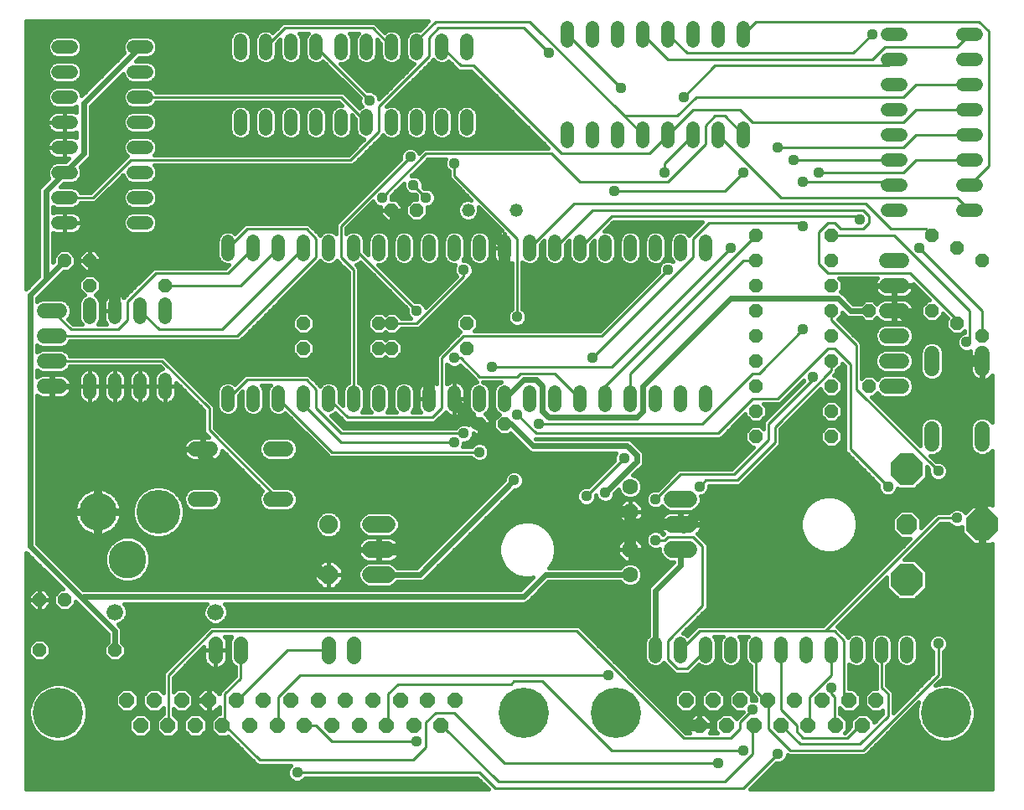
<source format=gbl>
G75*
%MOIN*%
%OFA0B0*%
%FSLAX24Y24*%
%IPPOS*%
%LPD*%
%AMOC8*
5,1,8,0,0,1.08239X$1,22.5*
%
%ADD10C,0.0520*%
%ADD11OC8,0.0520*%
%ADD12C,0.0520*%
%ADD13C,0.1750*%
%ADD14C,0.1500*%
%ADD15C,0.0660*%
%ADD16C,0.0660*%
%ADD17C,0.0750*%
%ADD18OC8,0.0750*%
%ADD19OC8,0.0630*%
%ADD20C,0.0630*%
%ADD21C,0.0600*%
%ADD22OC8,0.0825*%
%ADD23OC8,0.1270*%
%ADD24OC8,0.0600*%
%ADD25C,0.2000*%
%ADD26C,0.0560*%
%ADD27C,0.0480*%
%ADD28C,0.0160*%
%ADD29C,0.0240*%
%ADD30C,0.0440*%
%ADD31C,0.0100*%
D10*
X010379Y019420D02*
X010379Y019940D01*
X011379Y019940D02*
X011379Y019420D01*
X012379Y019420D02*
X012379Y019940D01*
X013379Y019940D02*
X013379Y019420D01*
X014379Y019420D02*
X014379Y019940D01*
X015379Y019940D02*
X015379Y019420D01*
X016379Y019420D02*
X016379Y019940D01*
X017379Y019940D02*
X017379Y019420D01*
X018379Y019420D02*
X018379Y019940D01*
X019379Y019940D02*
X019379Y019420D01*
X020379Y019420D02*
X020379Y019940D01*
X021379Y019940D02*
X021379Y019420D01*
X022379Y019420D02*
X022379Y019940D01*
X023379Y019940D02*
X023379Y019420D01*
X024379Y019420D02*
X024379Y019940D01*
X025379Y019940D02*
X025379Y019420D01*
X026379Y019420D02*
X026379Y019940D01*
X027379Y019940D02*
X027379Y019420D01*
X028379Y019420D02*
X028379Y019940D01*
X029379Y019940D02*
X029379Y019420D01*
X029379Y025420D02*
X029379Y025940D01*
X028379Y025940D02*
X028379Y025420D01*
X027379Y025420D02*
X027379Y025940D01*
X026379Y025940D02*
X026379Y025420D01*
X025379Y025420D02*
X025379Y025940D01*
X024379Y025940D02*
X024379Y025420D01*
X023379Y025420D02*
X023379Y025940D01*
X022379Y025940D02*
X022379Y025420D01*
X021379Y025420D02*
X021379Y025940D01*
X020379Y025940D02*
X020379Y025420D01*
X019379Y025420D02*
X019379Y025940D01*
X018379Y025940D02*
X018379Y025420D01*
X017379Y025420D02*
X017379Y025940D01*
X016379Y025940D02*
X016379Y025420D01*
X015379Y025420D02*
X015379Y025940D01*
X014379Y025940D02*
X014379Y025420D01*
X013379Y025420D02*
X013379Y025940D01*
X012379Y025940D02*
X012379Y025420D01*
X011379Y025420D02*
X011379Y025940D01*
X010379Y025940D02*
X010379Y025420D01*
X007879Y023440D02*
X007879Y022920D01*
X006879Y022920D02*
X006879Y023440D01*
X005879Y023440D02*
X005879Y022920D01*
X004879Y022920D02*
X004879Y023440D01*
X004879Y020440D02*
X004879Y019920D01*
X005879Y019920D02*
X005879Y020440D01*
X006879Y020440D02*
X006879Y019920D01*
X007879Y019920D02*
X007879Y020440D01*
X007139Y026680D02*
X006619Y026680D01*
X006619Y027680D02*
X007139Y027680D01*
X007139Y028680D02*
X006619Y028680D01*
X006619Y029680D02*
X007139Y029680D01*
X007139Y030680D02*
X006619Y030680D01*
X006619Y031680D02*
X007139Y031680D01*
X007139Y032680D02*
X006619Y032680D01*
X006619Y033680D02*
X007139Y033680D01*
X004139Y033680D02*
X003619Y033680D01*
X003619Y032680D02*
X004139Y032680D01*
X004139Y031680D02*
X003619Y031680D01*
X003619Y030680D02*
X004139Y030680D01*
X004139Y029680D02*
X003619Y029680D01*
X003619Y028680D02*
X004139Y028680D01*
X004139Y027680D02*
X003619Y027680D01*
X003619Y026680D02*
X004139Y026680D01*
X010879Y030420D02*
X010879Y030940D01*
X011879Y030940D02*
X011879Y030420D01*
X012879Y030420D02*
X012879Y030940D01*
X013879Y030940D02*
X013879Y030420D01*
X014879Y030420D02*
X014879Y030940D01*
X015879Y030940D02*
X015879Y030420D01*
X016879Y030420D02*
X016879Y030940D01*
X017879Y030940D02*
X017879Y030420D01*
X018879Y030420D02*
X018879Y030940D01*
X019879Y030940D02*
X019879Y030420D01*
X019879Y033420D02*
X019879Y033940D01*
X018879Y033940D02*
X018879Y033420D01*
X017879Y033420D02*
X017879Y033940D01*
X016879Y033940D02*
X016879Y033420D01*
X015879Y033420D02*
X015879Y033940D01*
X014879Y033940D02*
X014879Y033420D01*
X013879Y033420D02*
X013879Y033940D01*
X012879Y033940D02*
X012879Y033420D01*
X011879Y033420D02*
X011879Y033940D01*
X010879Y033940D02*
X010879Y033420D01*
X023879Y033920D02*
X023879Y034440D01*
X024879Y034440D02*
X024879Y033920D01*
X025879Y033920D02*
X025879Y034440D01*
X026879Y034440D02*
X026879Y033920D01*
X027879Y033920D02*
X027879Y034440D01*
X028879Y034440D02*
X028879Y033920D01*
X029879Y033920D02*
X029879Y034440D01*
X030879Y034440D02*
X030879Y033920D01*
X030879Y030440D02*
X030879Y029920D01*
X029879Y029920D02*
X029879Y030440D01*
X028879Y030440D02*
X028879Y029920D01*
X027879Y029920D02*
X027879Y030440D01*
X026879Y030440D02*
X026879Y029920D01*
X025879Y029920D02*
X025879Y030440D01*
X024879Y030440D02*
X024879Y029920D01*
X023879Y029920D02*
X023879Y030440D01*
X036619Y030180D02*
X037139Y030180D01*
X037139Y029180D02*
X036619Y029180D01*
X036619Y028180D02*
X037139Y028180D01*
X037139Y027180D02*
X036619Y027180D01*
X039619Y027180D02*
X040139Y027180D01*
X040139Y028180D02*
X039619Y028180D01*
X039619Y029180D02*
X040139Y029180D01*
X040139Y030180D02*
X039619Y030180D01*
X039619Y031180D02*
X040139Y031180D01*
X040139Y032180D02*
X039619Y032180D01*
X039619Y033180D02*
X040139Y033180D01*
X040139Y034180D02*
X039619Y034180D01*
X037139Y034180D02*
X036619Y034180D01*
X036619Y033180D02*
X037139Y033180D01*
X037139Y032180D02*
X036619Y032180D01*
X036619Y031180D02*
X037139Y031180D01*
X037379Y009940D02*
X037379Y009420D01*
X036379Y009420D02*
X036379Y009940D01*
X035379Y009940D02*
X035379Y009420D01*
X034379Y009420D02*
X034379Y009940D01*
X033379Y009940D02*
X033379Y009420D01*
X032379Y009420D02*
X032379Y009940D01*
X031379Y009940D02*
X031379Y009420D01*
X030379Y009420D02*
X030379Y009940D01*
X029379Y009940D02*
X029379Y009420D01*
X028379Y009420D02*
X028379Y009940D01*
X027379Y009940D02*
X027379Y009420D01*
D11*
X031379Y018180D03*
X031379Y019180D03*
X031379Y020180D03*
X031379Y021180D03*
X031379Y022180D03*
X031379Y023180D03*
X031379Y024180D03*
X031379Y025180D03*
X031379Y026180D03*
X034379Y026180D03*
X034379Y025180D03*
X034379Y024180D03*
X034379Y023180D03*
X034379Y022180D03*
X034379Y021180D03*
X034379Y020180D03*
X034379Y019180D03*
X034379Y018180D03*
X035879Y020180D03*
X039379Y022680D03*
X038379Y023180D03*
X040379Y022180D03*
X040379Y025180D03*
X039379Y025680D03*
X038379Y026180D03*
X035879Y023180D03*
X021379Y018680D03*
X020379Y018680D03*
X019879Y021680D03*
X019879Y022680D03*
X016879Y022680D03*
X016379Y022680D03*
X016379Y021680D03*
X016879Y021680D03*
X013379Y021680D03*
X013379Y022680D03*
X007879Y024180D03*
X004879Y024180D03*
X004879Y025180D03*
X003879Y025180D03*
X016879Y027180D03*
X017879Y027180D03*
X003879Y011680D03*
X002879Y011680D03*
X002879Y009680D03*
X005879Y009680D03*
D12*
X019929Y027180D03*
X021829Y027180D03*
D13*
X007600Y015180D03*
D14*
X006379Y013290D03*
X005198Y015180D03*
D15*
X005879Y011180D03*
X009879Y011180D03*
D16*
X016049Y012680D02*
X016709Y012680D01*
X016709Y013680D02*
X016049Y013680D01*
X016049Y014680D02*
X016709Y014680D01*
X028049Y014680D02*
X028709Y014680D01*
X028709Y013680D02*
X028049Y013680D01*
X028049Y015680D02*
X028709Y015680D01*
D17*
X014379Y014680D03*
D18*
X014379Y012680D03*
D19*
X026379Y013680D03*
X026379Y015180D03*
D20*
X026379Y016180D03*
X026379Y012680D03*
D21*
X036579Y020180D02*
X037179Y020180D01*
X037179Y021180D02*
X036579Y021180D01*
X036579Y022180D02*
X037179Y022180D01*
X037179Y023180D02*
X036579Y023180D01*
X036579Y024180D02*
X037179Y024180D01*
X037179Y025180D02*
X036579Y025180D01*
X038379Y021480D02*
X038379Y020880D01*
X040379Y020880D02*
X040379Y021480D01*
X040379Y018480D02*
X040379Y017880D01*
X038379Y017880D02*
X038379Y018480D01*
X012679Y017680D02*
X012079Y017680D01*
X012079Y015680D02*
X012679Y015680D01*
X009679Y015680D02*
X009079Y015680D01*
X009079Y017680D02*
X009679Y017680D01*
X003679Y020180D02*
X003079Y020180D01*
X003079Y021180D02*
X003679Y021180D01*
X003679Y022180D02*
X003079Y022180D01*
X003079Y023180D02*
X003679Y023180D01*
D22*
X037379Y014680D03*
D23*
X037379Y012480D03*
X040379Y014680D03*
X037379Y016880D03*
D24*
X036159Y007680D03*
X035079Y007680D03*
X033999Y007680D03*
X032919Y007680D03*
X031839Y007680D03*
X030759Y007680D03*
X029679Y007680D03*
X028599Y007680D03*
X029139Y006680D03*
X030219Y006680D03*
X031299Y006680D03*
X032379Y006680D03*
X033459Y006680D03*
X034539Y006680D03*
X035619Y006680D03*
X019399Y007680D03*
X018309Y007680D03*
X017229Y007680D03*
X016139Y007680D03*
X015049Y007680D03*
X013969Y007680D03*
X012879Y007680D03*
X011789Y007680D03*
X010709Y007680D03*
X009619Y007680D03*
X008529Y007680D03*
X007449Y007680D03*
X006359Y007680D03*
X006899Y006680D03*
X007989Y006680D03*
X009079Y006680D03*
X010159Y006680D03*
X011249Y006680D03*
X012339Y006680D03*
X013419Y006680D03*
X014509Y006680D03*
X015599Y006680D03*
X016679Y006680D03*
X017769Y006680D03*
X018859Y006680D03*
D25*
X022139Y007180D03*
X025819Y007180D03*
X038939Y007180D03*
X003619Y007180D03*
D26*
X009879Y009400D02*
X009879Y009960D01*
X010879Y009960D02*
X010879Y009400D01*
X014379Y009400D02*
X014379Y009960D01*
X015379Y009960D02*
X015379Y009400D01*
D27*
X014379Y012680D02*
X014129Y012680D01*
X009379Y017430D01*
X009379Y017680D01*
X005879Y023180D02*
X005879Y024180D01*
X004879Y025180D01*
X016879Y027180D02*
X017504Y026555D01*
X020629Y026555D01*
X021379Y025805D01*
X021379Y025680D01*
X021379Y025055D01*
X018379Y022055D01*
X018379Y019680D01*
X019379Y019680D02*
X019379Y019555D01*
X020254Y018680D01*
X020379Y018680D01*
X021379Y017680D01*
X017379Y013680D01*
X016379Y013680D01*
X021379Y017680D02*
X023879Y015180D01*
X026379Y015180D01*
X026379Y014680D01*
X028379Y014680D01*
X028504Y014555D01*
X030004Y016055D01*
X034754Y016055D01*
X035254Y015555D01*
X040379Y015555D01*
X040379Y014680D01*
X040379Y015555D02*
X040379Y016930D01*
X039754Y017555D01*
X039754Y021180D01*
X040379Y021180D01*
X039754Y021180D02*
X039629Y021180D01*
X038254Y022555D01*
X037754Y022555D01*
X037129Y023180D01*
X036879Y023180D01*
X026379Y014680D02*
X026379Y013680D01*
X027129Y012930D01*
X027129Y012430D01*
X026754Y012055D01*
X026754Y008555D01*
X028629Y006680D01*
X029139Y006680D01*
D28*
X002359Y004160D02*
X002359Y013554D01*
X003813Y012100D01*
X003705Y012100D01*
X003459Y011854D01*
X003459Y011506D01*
X003705Y011260D01*
X004053Y011260D01*
X004299Y011506D01*
X004299Y011614D01*
X004329Y011584D01*
X004329Y011584D01*
X004408Y011505D01*
X005599Y010314D01*
X005599Y009994D01*
X005459Y009854D01*
X005459Y009506D01*
X005705Y009260D01*
X006053Y009260D01*
X006299Y009506D01*
X006299Y009854D01*
X006159Y009994D01*
X006159Y010486D01*
X006117Y010589D01*
X006004Y010701D01*
X006157Y010765D01*
X006295Y010902D01*
X006369Y011083D01*
X006369Y011277D01*
X006295Y011458D01*
X006227Y011525D01*
X009531Y011525D01*
X009464Y011458D01*
X009389Y011277D01*
X009389Y011083D01*
X009464Y010902D01*
X009602Y010765D01*
X009782Y010690D01*
X009977Y010690D01*
X010157Y010765D01*
X010295Y010902D01*
X010369Y011083D01*
X010369Y011277D01*
X010295Y011458D01*
X010227Y011525D01*
X022185Y011525D01*
X022288Y011568D01*
X022367Y011646D01*
X023120Y012400D01*
X025987Y012400D01*
X026110Y012277D01*
X026285Y012205D01*
X026474Y012205D01*
X026648Y012277D01*
X026782Y012411D01*
X026854Y012586D01*
X026854Y012774D01*
X026782Y012949D01*
X026648Y013083D01*
X026474Y013155D01*
X026285Y013155D01*
X026110Y013083D01*
X025987Y012960D01*
X023157Y012960D01*
X023183Y012986D01*
X023332Y013244D01*
X023409Y013531D01*
X023409Y013829D01*
X023332Y014116D01*
X023183Y014374D01*
X022973Y014584D01*
X022715Y014733D01*
X022428Y014810D01*
X022130Y014810D01*
X021843Y014733D01*
X021585Y014584D01*
X021375Y014374D01*
X021226Y014116D01*
X021149Y013829D01*
X021149Y013531D01*
X021226Y013244D01*
X021375Y012986D01*
X021585Y012776D01*
X021843Y012627D01*
X022130Y012550D01*
X022428Y012550D01*
X022497Y012568D01*
X022013Y012085D01*
X004620Y012085D01*
X002784Y013921D01*
X002784Y019801D01*
X002828Y019769D01*
X002895Y019735D01*
X002967Y019712D01*
X003041Y019700D01*
X003359Y019700D01*
X003359Y020160D01*
X003399Y020160D01*
X003399Y019700D01*
X003717Y019700D01*
X003792Y019712D01*
X003863Y019735D01*
X003931Y019769D01*
X003992Y019814D01*
X004045Y019867D01*
X004090Y019928D01*
X004124Y019996D01*
X004147Y020068D01*
X004159Y020142D01*
X004159Y020160D01*
X003399Y020160D01*
X003399Y020200D01*
X003359Y020200D01*
X003359Y020660D01*
X003041Y020660D01*
X002967Y020648D01*
X002895Y020625D01*
X002828Y020591D01*
X002784Y020559D01*
X002784Y020824D01*
X002819Y020790D01*
X002988Y020720D01*
X003771Y020720D01*
X003940Y020790D01*
X004069Y020919D01*
X004090Y020970D01*
X007667Y020970D01*
X007770Y020867D01*
X007710Y020848D01*
X007649Y020816D01*
X007593Y020776D01*
X007544Y020727D01*
X007503Y020671D01*
X007471Y020609D01*
X007450Y020543D01*
X007439Y020475D01*
X007439Y020180D01*
X007439Y019885D01*
X007450Y019817D01*
X007471Y019751D01*
X007503Y019689D01*
X007544Y019633D01*
X007593Y019584D01*
X007649Y019544D01*
X007710Y019512D01*
X007776Y019491D01*
X007845Y019480D01*
X007879Y019480D01*
X007879Y020180D01*
X007439Y020180D01*
X007879Y020180D01*
X007879Y020180D01*
X007879Y020180D01*
X007879Y019480D01*
X007914Y019480D01*
X007982Y019491D01*
X008048Y019512D01*
X008110Y019544D01*
X008166Y019584D01*
X008215Y019633D01*
X008255Y019689D01*
X008949Y019689D01*
X008790Y019847D02*
X008313Y019847D01*
X008308Y019817D02*
X008319Y019885D01*
X008319Y020180D01*
X008319Y020318D01*
X009419Y019218D01*
X009419Y018343D01*
X009602Y018160D01*
X009399Y018160D01*
X009399Y017700D01*
X009359Y017700D01*
X009359Y017660D01*
X008599Y017660D01*
X008599Y017642D01*
X008611Y017568D01*
X008634Y017496D01*
X008669Y017428D01*
X008713Y017367D01*
X008766Y017314D01*
X008828Y017269D01*
X008895Y017235D01*
X008967Y017212D01*
X009041Y017200D01*
X009359Y017200D01*
X009359Y017660D01*
X009399Y017660D01*
X009399Y017200D01*
X009717Y017200D01*
X009792Y017212D01*
X009863Y017235D01*
X009931Y017269D01*
X009992Y017314D01*
X010045Y017367D01*
X010090Y017428D01*
X010124Y017496D01*
X010147Y017568D01*
X010154Y017608D01*
X011755Y016007D01*
X011689Y015941D01*
X011619Y015771D01*
X011619Y015588D01*
X011689Y015419D01*
X011819Y015290D01*
X011988Y015220D01*
X012771Y015220D01*
X012940Y015290D01*
X013069Y015419D01*
X013139Y015588D01*
X013139Y015771D01*
X013069Y015941D01*
X012940Y016070D01*
X012771Y016140D01*
X012216Y016140D01*
X009839Y018517D01*
X009839Y019392D01*
X009716Y019515D01*
X007841Y021390D01*
X004090Y021390D01*
X004069Y021441D01*
X003940Y021570D01*
X003771Y021640D01*
X002988Y021640D01*
X002819Y021570D01*
X002784Y021536D01*
X002784Y021824D01*
X002819Y021790D01*
X002988Y021720D01*
X003771Y021720D01*
X003940Y021790D01*
X004069Y021919D01*
X004090Y021970D01*
X010841Y021970D01*
X010964Y022093D01*
X014038Y025167D01*
X014141Y025064D01*
X014296Y025000D01*
X014463Y025000D01*
X014617Y025064D01*
X014720Y025167D01*
X014792Y025095D01*
X015169Y024718D01*
X015169Y020308D01*
X015141Y020296D01*
X015023Y020178D01*
X014959Y020024D01*
X014959Y019397D01*
X014799Y019557D01*
X014799Y020024D01*
X014735Y020178D01*
X014617Y020296D01*
X014463Y020360D01*
X014296Y020360D01*
X014141Y020296D01*
X014038Y020193D01*
X013966Y020265D01*
X013591Y020640D01*
X011042Y020640D01*
X010919Y020517D01*
X010658Y020255D01*
X010617Y020296D01*
X010463Y020360D01*
X010296Y020360D01*
X010141Y020296D01*
X010023Y020178D01*
X009959Y020024D01*
X009959Y019336D01*
X010023Y019182D01*
X010141Y019064D01*
X010296Y019000D01*
X010463Y019000D01*
X010617Y019064D01*
X010735Y019182D01*
X010799Y019336D01*
X010799Y019803D01*
X010959Y019963D01*
X010959Y019336D01*
X011023Y019182D01*
X011141Y019064D01*
X011296Y019000D01*
X011463Y019000D01*
X011617Y019064D01*
X011735Y019182D01*
X011799Y019336D01*
X011799Y020024D01*
X011735Y020178D01*
X011693Y020220D01*
X012065Y020220D01*
X012023Y020178D01*
X011959Y020024D01*
X011959Y019336D01*
X012023Y019182D01*
X012141Y019064D01*
X012296Y019000D01*
X012463Y019000D01*
X012617Y019064D01*
X012658Y019105D01*
X014294Y017468D01*
X014417Y017345D01*
X020055Y017345D01*
X020057Y017340D01*
X020164Y017233D01*
X020304Y017175D01*
X020455Y017175D01*
X020594Y017233D01*
X020701Y017340D01*
X020759Y017479D01*
X020759Y017631D01*
X020701Y017770D01*
X020594Y017877D01*
X020455Y017935D01*
X020304Y017935D01*
X020164Y017877D01*
X020057Y017770D01*
X020055Y017765D01*
X019722Y017765D01*
X019759Y017854D01*
X019759Y017925D01*
X019830Y017925D01*
X019969Y017983D01*
X020076Y018090D01*
X020134Y018229D01*
X020134Y018303D01*
X020197Y018240D01*
X020379Y018240D01*
X020379Y018680D01*
X019939Y018680D01*
X020379Y018680D01*
X020379Y018680D01*
X020379Y018680D01*
X020379Y018240D01*
X020561Y018240D01*
X020819Y018498D01*
X020819Y018680D01*
X020819Y018862D01*
X020617Y019064D01*
X020735Y019182D01*
X020799Y019336D01*
X020799Y020024D01*
X020735Y020178D01*
X020617Y020296D01*
X020499Y020345D01*
X021259Y020345D01*
X021141Y020296D01*
X021023Y020178D01*
X020959Y020024D01*
X020959Y019336D01*
X021023Y019182D01*
X021141Y019064D01*
X021161Y019056D01*
X020959Y018854D01*
X020959Y018506D01*
X021205Y018260D01*
X021553Y018260D01*
X021603Y018310D01*
X022267Y017646D01*
X022346Y017568D01*
X022448Y017525D01*
X025812Y017525D01*
X025807Y017520D01*
X025749Y017381D01*
X025749Y017229D01*
X025751Y017224D01*
X024710Y016183D01*
X024705Y016185D01*
X024554Y016185D01*
X024414Y016127D01*
X024307Y016020D01*
X024249Y015881D01*
X024249Y015729D01*
X024307Y015590D01*
X024414Y015483D01*
X024554Y015425D01*
X024705Y015425D01*
X024844Y015483D01*
X024951Y015590D01*
X025009Y015729D01*
X025009Y015830D01*
X025057Y015715D01*
X025164Y015608D01*
X025304Y015550D01*
X025455Y015550D01*
X025594Y015608D01*
X025701Y015715D01*
X025759Y015854D01*
X025759Y015914D01*
X025912Y016067D01*
X025976Y015911D01*
X026110Y015777D01*
X026285Y015705D01*
X026474Y015705D01*
X026648Y015777D01*
X026782Y015911D01*
X026854Y016086D01*
X026854Y016274D01*
X026782Y016449D01*
X026648Y016583D01*
X026492Y016647D01*
X026867Y017021D01*
X026909Y017124D01*
X026909Y017486D01*
X026867Y017589D01*
X026788Y017667D01*
X026413Y018042D01*
X026310Y018085D01*
X022620Y018085D01*
X022610Y018095D01*
X029966Y018095D01*
X030959Y019088D01*
X030959Y019006D01*
X031205Y018760D01*
X031553Y018760D01*
X031799Y019006D01*
X031799Y019354D01*
X031683Y019470D01*
X032341Y019470D01*
X033279Y020408D01*
X033288Y020386D01*
X031792Y018890D01*
X031669Y018767D01*
X031669Y018484D01*
X031553Y018600D01*
X031205Y018600D01*
X030959Y018354D01*
X030959Y018006D01*
X031205Y017760D01*
X031287Y017760D01*
X030417Y016890D01*
X028292Y016890D01*
X027460Y016058D01*
X027455Y016060D01*
X027304Y016060D01*
X027164Y016002D01*
X027057Y015895D01*
X026999Y015756D01*
X026999Y015604D01*
X027057Y015465D01*
X027164Y015358D01*
X027304Y015300D01*
X027455Y015300D01*
X027594Y015358D01*
X027636Y015400D01*
X027772Y015265D01*
X027952Y015190D01*
X028807Y015190D01*
X028987Y015265D01*
X029125Y015402D01*
X029199Y015583D01*
X029199Y015777D01*
X029190Y015800D01*
X029205Y015800D01*
X029344Y015858D01*
X029451Y015965D01*
X029509Y016104D01*
X029509Y016220D01*
X030716Y016220D01*
X030839Y016343D01*
X032339Y017843D01*
X032339Y018468D01*
X033959Y020088D01*
X033959Y020006D01*
X034205Y019760D01*
X034553Y019760D01*
X034799Y020006D01*
X034799Y020354D01*
X034553Y020600D01*
X034471Y020600D01*
X034589Y020718D01*
X034589Y020796D01*
X034799Y021006D01*
X034799Y021088D01*
X034919Y020968D01*
X034919Y017593D01*
X036251Y016261D01*
X036249Y016256D01*
X036249Y016104D01*
X036307Y015965D01*
X036414Y015858D01*
X036554Y015800D01*
X036705Y015800D01*
X036844Y015858D01*
X036951Y015965D01*
X037009Y016104D01*
X037009Y016126D01*
X037050Y016085D01*
X037708Y016085D01*
X038174Y016551D01*
X038174Y016963D01*
X038251Y016886D01*
X038249Y016881D01*
X038249Y016729D01*
X038307Y016590D01*
X038414Y016483D01*
X038554Y016425D01*
X038705Y016425D01*
X038844Y016483D01*
X038951Y016590D01*
X039009Y016729D01*
X039009Y016881D01*
X038951Y017020D01*
X038844Y017127D01*
X038705Y017185D01*
X038554Y017185D01*
X038548Y017183D01*
X038311Y017420D01*
X038471Y017420D01*
X038640Y017490D01*
X038769Y017619D01*
X038839Y017788D01*
X038839Y018571D01*
X038769Y018741D01*
X038640Y018870D01*
X038471Y018940D01*
X038288Y018940D01*
X038119Y018870D01*
X037989Y018741D01*
X037919Y018571D01*
X037919Y017812D01*
X035971Y019760D01*
X036053Y019760D01*
X036201Y019908D01*
X036319Y019790D01*
X036488Y019720D01*
X037271Y019720D01*
X037440Y019790D01*
X037569Y019919D01*
X037639Y020088D01*
X037639Y020271D01*
X037569Y020441D01*
X037440Y020570D01*
X037271Y020640D01*
X036488Y020640D01*
X036319Y020570D01*
X036201Y020452D01*
X036053Y020600D01*
X035705Y020600D01*
X035589Y020484D01*
X035589Y021892D01*
X035466Y022015D01*
X034637Y022844D01*
X034799Y023006D01*
X034799Y023114D01*
X034971Y022943D01*
X035073Y022900D01*
X035565Y022900D01*
X035705Y022760D01*
X036053Y022760D01*
X036191Y022898D01*
X036213Y022867D01*
X036266Y022814D01*
X036328Y022769D01*
X036395Y022735D01*
X036467Y022712D01*
X036541Y022700D01*
X034781Y022700D01*
X034652Y022859D02*
X035607Y022859D01*
X035565Y023460D02*
X035245Y023460D01*
X034867Y023839D01*
X034788Y023917D01*
X034733Y023940D01*
X034799Y024006D01*
X034799Y024354D01*
X034683Y024470D01*
X036197Y024470D01*
X036169Y024432D01*
X036134Y024364D01*
X036111Y024292D01*
X036099Y024218D01*
X036099Y024200D01*
X036859Y024200D01*
X036859Y024160D01*
X036099Y024160D01*
X036099Y024142D01*
X036111Y024068D01*
X036134Y023996D01*
X036169Y023928D01*
X036213Y023867D01*
X036266Y023814D01*
X036328Y023769D01*
X036395Y023735D01*
X036467Y023712D01*
X036541Y023700D01*
X036859Y023700D01*
X036859Y024160D01*
X036899Y024160D01*
X036899Y023700D01*
X037217Y023700D01*
X037292Y023712D01*
X037363Y023735D01*
X037431Y023769D01*
X037492Y023814D01*
X037545Y023867D01*
X037590Y023928D01*
X037624Y023996D01*
X037647Y024068D01*
X037659Y024142D01*
X037659Y024160D01*
X036899Y024160D01*
X036899Y024200D01*
X037659Y024200D01*
X037659Y024218D01*
X037657Y024230D01*
X038287Y023600D01*
X038205Y023600D01*
X037959Y023354D01*
X037959Y023006D01*
X038205Y022760D01*
X038553Y022760D01*
X038799Y023006D01*
X038799Y023088D01*
X038996Y022891D01*
X038959Y022854D01*
X038959Y022506D01*
X039205Y022260D01*
X039553Y022260D01*
X039669Y022376D01*
X039669Y022306D01*
X039539Y022252D01*
X039432Y022145D01*
X039374Y022006D01*
X039374Y021854D01*
X039432Y021715D01*
X039539Y021608D01*
X039679Y021550D01*
X039830Y021550D01*
X039909Y021583D01*
X039899Y021518D01*
X039899Y021200D01*
X040359Y021200D01*
X040359Y021160D01*
X039899Y021160D01*
X039899Y020842D01*
X039911Y020768D01*
X039934Y020696D01*
X039969Y020628D01*
X040013Y020567D01*
X040066Y020514D01*
X040128Y020469D01*
X040195Y020435D01*
X040267Y020412D01*
X040341Y020400D01*
X040359Y020400D01*
X040359Y021160D01*
X040399Y021160D01*
X040399Y020400D01*
X040417Y020400D01*
X040492Y020412D01*
X040563Y020435D01*
X040631Y020469D01*
X040692Y020514D01*
X040745Y020567D01*
X040769Y020600D01*
X040769Y018740D01*
X040769Y018741D01*
X040640Y018870D01*
X040471Y018940D01*
X040288Y018940D01*
X040119Y018870D01*
X039989Y018741D01*
X039919Y018571D01*
X039919Y017788D01*
X039989Y017619D01*
X040119Y017490D01*
X040288Y017420D01*
X040471Y017420D01*
X040640Y017490D01*
X040769Y017619D01*
X040769Y017620D01*
X040769Y015443D01*
X040717Y015495D01*
X040459Y015495D01*
X040459Y014760D01*
X040299Y014760D01*
X040299Y015495D01*
X040042Y015495D01*
X039697Y015150D01*
X039594Y015252D01*
X039455Y015310D01*
X039304Y015310D01*
X039164Y015252D01*
X039057Y015145D01*
X039055Y015140D01*
X038542Y015140D01*
X037952Y014549D01*
X037952Y014917D01*
X037616Y015252D01*
X037142Y015252D01*
X036807Y014917D01*
X036807Y014443D01*
X037142Y014108D01*
X037510Y014108D01*
X034042Y010640D01*
X029042Y010640D01*
X028658Y010255D01*
X028617Y010296D01*
X028476Y010355D01*
X029464Y011343D01*
X029464Y013892D01*
X029341Y014015D01*
X029053Y014303D01*
X029098Y014348D01*
X029145Y014413D01*
X029182Y014484D01*
X029207Y014561D01*
X029219Y014640D01*
X029219Y014650D01*
X028409Y014650D01*
X028409Y014710D01*
X028349Y014710D01*
X028349Y014650D01*
X027539Y014650D01*
X027539Y014640D01*
X027552Y014561D01*
X027577Y014484D01*
X027613Y014413D01*
X027660Y014348D01*
X027705Y014303D01*
X027687Y014285D01*
X027594Y014377D01*
X027455Y014435D01*
X027304Y014435D01*
X027164Y014377D01*
X027057Y014270D01*
X026999Y014131D01*
X026999Y013979D01*
X027057Y013840D01*
X027164Y013733D01*
X027304Y013675D01*
X027455Y013675D01*
X027559Y013718D01*
X027559Y013583D01*
X027634Y013402D01*
X027772Y013265D01*
X027952Y013190D01*
X028099Y013190D01*
X028099Y013171D01*
X027142Y012214D01*
X027099Y012111D01*
X027099Y010254D01*
X027023Y010178D01*
X026959Y010024D01*
X026959Y009336D01*
X027023Y009182D01*
X027141Y009064D01*
X027296Y009000D01*
X027463Y009000D01*
X027617Y009064D01*
X027720Y009167D01*
X028044Y008843D01*
X028167Y008720D01*
X028716Y008720D01*
X029101Y009105D01*
X029141Y009064D01*
X029296Y009000D01*
X029463Y009000D01*
X029617Y009064D01*
X029735Y009182D01*
X029799Y009336D01*
X029799Y010024D01*
X029735Y010178D01*
X029693Y010220D01*
X030065Y010220D01*
X030023Y010178D01*
X029959Y010024D01*
X029959Y009336D01*
X030023Y009182D01*
X030141Y009064D01*
X030296Y009000D01*
X030463Y009000D01*
X030617Y009064D01*
X030735Y009182D01*
X030799Y009336D01*
X030799Y010024D01*
X030735Y010178D01*
X030693Y010220D01*
X031065Y010220D01*
X031023Y010178D01*
X030959Y010024D01*
X030959Y009336D01*
X031023Y009182D01*
X031141Y009064D01*
X031169Y009052D01*
X031169Y007968D01*
X031379Y007758D01*
X031379Y007665D01*
X031330Y007685D01*
X031219Y007685D01*
X031219Y007871D01*
X030950Y008140D01*
X030569Y008140D01*
X030299Y007871D01*
X030299Y007489D01*
X030569Y007220D01*
X030872Y007220D01*
X030601Y006949D01*
X030410Y007140D01*
X030029Y007140D01*
X029759Y006871D01*
X029759Y006489D01*
X029859Y006390D01*
X029528Y006390D01*
X029619Y006481D01*
X029619Y006660D01*
X029159Y006660D01*
X029159Y006700D01*
X029119Y006700D01*
X029119Y006660D01*
X028659Y006660D01*
X028659Y006481D01*
X028750Y006390D01*
X028591Y006390D01*
X024341Y010640D01*
X009667Y010640D01*
X009544Y010517D01*
X007794Y008767D01*
X007794Y007986D01*
X007640Y008140D01*
X007259Y008140D01*
X006989Y007871D01*
X006989Y007489D01*
X007259Y007220D01*
X007640Y007220D01*
X007794Y007374D01*
X007794Y007136D01*
X007529Y006871D01*
X007529Y006489D01*
X007799Y006220D01*
X008180Y006220D01*
X008449Y006489D01*
X008449Y006871D01*
X008214Y007106D01*
X008214Y007344D01*
X008339Y007220D01*
X008720Y007220D01*
X008989Y007489D01*
X008989Y007871D01*
X008720Y008140D01*
X008339Y008140D01*
X008214Y008016D01*
X008214Y008593D01*
X009419Y009798D01*
X009419Y009690D01*
X009869Y009690D01*
X009869Y009670D01*
X009419Y009670D01*
X009419Y009364D01*
X009430Y009292D01*
X009453Y009223D01*
X009486Y009159D01*
X009528Y009100D01*
X009579Y009049D01*
X009638Y009007D01*
X009703Y008974D01*
X009771Y008951D01*
X009843Y008940D01*
X009869Y008940D01*
X009869Y009670D01*
X009889Y009670D01*
X009889Y008940D01*
X009915Y008940D01*
X009987Y008951D01*
X010056Y008974D01*
X010120Y009007D01*
X010179Y009049D01*
X010230Y009100D01*
X010273Y009159D01*
X010305Y009223D01*
X010328Y009292D01*
X010339Y009364D01*
X010339Y009670D01*
X009889Y009670D01*
X009889Y009690D01*
X010339Y009690D01*
X010339Y009996D01*
X010328Y010068D01*
X010305Y010137D01*
X010273Y010201D01*
X010259Y010220D01*
X010517Y010220D01*
X010506Y010209D01*
X010439Y010048D01*
X010439Y009312D01*
X010506Y009151D01*
X010630Y009027D01*
X010669Y009011D01*
X010669Y008642D01*
X010167Y008140D01*
X010044Y008017D01*
X010044Y007934D01*
X009818Y008160D01*
X009639Y008160D01*
X009639Y007700D01*
X009599Y007700D01*
X009599Y007660D01*
X009139Y007660D01*
X009139Y007481D01*
X009420Y007200D01*
X009599Y007200D01*
X009599Y007660D01*
X009639Y007660D01*
X009639Y007200D01*
X009818Y007200D01*
X010044Y007426D01*
X010044Y007140D01*
X009969Y007140D01*
X009699Y006871D01*
X009699Y006489D01*
X009969Y006220D01*
X010350Y006220D01*
X010383Y006254D01*
X011542Y005095D01*
X012882Y005095D01*
X012807Y005020D01*
X012749Y004881D01*
X012749Y004729D01*
X012807Y004590D01*
X012914Y004483D01*
X013054Y004425D01*
X013205Y004425D01*
X013344Y004483D01*
X013451Y004590D01*
X013453Y004595D01*
X020292Y004595D01*
X020727Y004160D01*
X002359Y004160D01*
X002359Y004314D02*
X020573Y004314D01*
X020415Y004473D02*
X013319Y004473D01*
X012939Y004473D02*
X002359Y004473D01*
X002359Y004631D02*
X012790Y004631D01*
X012749Y004790D02*
X002359Y004790D01*
X002359Y004948D02*
X012777Y004948D01*
X011531Y005107D02*
X002359Y005107D01*
X002359Y005265D02*
X011372Y005265D01*
X011214Y005424D02*
X002359Y005424D01*
X002359Y005582D02*
X011055Y005582D01*
X010897Y005741D02*
X002359Y005741D01*
X002359Y005899D02*
X010738Y005899D01*
X010580Y006058D02*
X003912Y006058D01*
X003772Y006020D02*
X004067Y006099D01*
X004331Y006252D01*
X004547Y006468D01*
X004700Y006732D01*
X004779Y007027D01*
X004779Y007333D01*
X004700Y007628D01*
X004547Y007892D01*
X004331Y008108D01*
X004067Y008261D01*
X003772Y008340D01*
X003466Y008340D01*
X003171Y008261D01*
X002907Y008108D01*
X002691Y007892D01*
X002538Y007628D01*
X002459Y007333D01*
X002459Y007027D01*
X002538Y006732D01*
X002691Y006468D01*
X002907Y006252D01*
X003171Y006099D01*
X003466Y006020D01*
X003772Y006020D01*
X003326Y006058D02*
X002359Y006058D01*
X002359Y006216D02*
X002969Y006216D01*
X002784Y006375D02*
X002359Y006375D01*
X002359Y006533D02*
X002653Y006533D01*
X002562Y006692D02*
X002359Y006692D01*
X002359Y006850D02*
X002507Y006850D01*
X002464Y007009D02*
X002359Y007009D01*
X002359Y007167D02*
X002459Y007167D01*
X002459Y007326D02*
X002359Y007326D01*
X002359Y007484D02*
X002500Y007484D01*
X002547Y007643D02*
X002359Y007643D01*
X002359Y007801D02*
X002638Y007801D01*
X002758Y007960D02*
X002359Y007960D01*
X002359Y008118D02*
X002924Y008118D01*
X003229Y008277D02*
X002359Y008277D01*
X002359Y008435D02*
X007794Y008435D01*
X007794Y008277D02*
X004009Y008277D01*
X004314Y008118D02*
X006147Y008118D01*
X006169Y008140D02*
X005899Y007871D01*
X005899Y007489D01*
X006169Y007220D01*
X006550Y007220D01*
X006819Y007489D01*
X006819Y007871D01*
X006550Y008140D01*
X006169Y008140D01*
X005988Y007960D02*
X004480Y007960D01*
X004600Y007801D02*
X005899Y007801D01*
X005899Y007643D02*
X004692Y007643D01*
X004739Y007484D02*
X005905Y007484D01*
X006063Y007326D02*
X004779Y007326D01*
X004779Y007167D02*
X007794Y007167D01*
X007794Y007326D02*
X007745Y007326D01*
X007667Y007009D02*
X007221Y007009D01*
X007090Y007140D02*
X007359Y006871D01*
X007359Y006489D01*
X007090Y006220D01*
X006709Y006220D01*
X006439Y006489D01*
X006439Y006871D01*
X006709Y007140D01*
X007090Y007140D01*
X007153Y007326D02*
X006655Y007326D01*
X006814Y007484D02*
X006995Y007484D01*
X006989Y007643D02*
X006819Y007643D01*
X006819Y007801D02*
X006989Y007801D01*
X007078Y007960D02*
X006730Y007960D01*
X006572Y008118D02*
X007237Y008118D01*
X007662Y008118D02*
X007794Y008118D01*
X008214Y008118D02*
X008317Y008118D01*
X008214Y008277D02*
X010304Y008277D01*
X010462Y008435D02*
X008214Y008435D01*
X008215Y008594D02*
X010621Y008594D01*
X010669Y008752D02*
X008373Y008752D01*
X008532Y008911D02*
X010669Y008911D01*
X010588Y009069D02*
X010199Y009069D01*
X010307Y009228D02*
X010474Y009228D01*
X010439Y009386D02*
X010339Y009386D01*
X010339Y009545D02*
X010439Y009545D01*
X010439Y009703D02*
X010339Y009703D01*
X010339Y009862D02*
X010439Y009862D01*
X010439Y010020D02*
X010335Y010020D01*
X010284Y010179D02*
X010493Y010179D01*
X010205Y010813D02*
X027099Y010813D01*
X027099Y010971D02*
X010323Y010971D01*
X010369Y011130D02*
X027099Y011130D01*
X027099Y011288D02*
X010365Y011288D01*
X010299Y011447D02*
X027099Y011447D01*
X027099Y011605D02*
X022325Y011605D01*
X022484Y011764D02*
X027099Y011764D01*
X027099Y011922D02*
X022642Y011922D01*
X022801Y012081D02*
X027099Y012081D01*
X027167Y012239D02*
X026556Y012239D01*
X026768Y012398D02*
X027326Y012398D01*
X027484Y012556D02*
X026842Y012556D01*
X026854Y012715D02*
X027643Y012715D01*
X027801Y012873D02*
X026813Y012873D01*
X026699Y013032D02*
X027960Y013032D01*
X027952Y013190D02*
X026589Y013190D01*
X026584Y013185D02*
X026874Y013475D01*
X026874Y013680D01*
X026379Y013680D01*
X025884Y013680D01*
X025884Y013475D01*
X026174Y013185D01*
X026379Y013185D01*
X026379Y013680D01*
X026379Y013680D01*
X025884Y013680D01*
X025884Y013885D01*
X026174Y014175D01*
X026379Y014175D01*
X026379Y013680D01*
X026379Y013680D01*
X026379Y013680D01*
X026379Y014175D01*
X026584Y014175D01*
X026874Y013885D01*
X026874Y013680D01*
X026379Y013680D01*
X026379Y013185D01*
X026584Y013185D01*
X026379Y013190D02*
X026379Y013190D01*
X026379Y013349D02*
X026379Y013349D01*
X026379Y013507D02*
X026379Y013507D01*
X026379Y013666D02*
X026379Y013666D01*
X026379Y013680D02*
X026379Y013680D01*
X026379Y013824D02*
X026379Y013824D01*
X026379Y013983D02*
X026379Y013983D01*
X026379Y014141D02*
X026379Y014141D01*
X026140Y014141D02*
X023318Y014141D01*
X023368Y013983D02*
X025982Y013983D01*
X025884Y013824D02*
X023409Y013824D01*
X023409Y013666D02*
X025884Y013666D01*
X025884Y013507D02*
X023403Y013507D01*
X023360Y013349D02*
X026011Y013349D01*
X026169Y013190D02*
X023301Y013190D01*
X023210Y013032D02*
X026059Y013032D01*
X026748Y013349D02*
X027688Y013349D01*
X027590Y013507D02*
X026874Y013507D01*
X026874Y013666D02*
X027559Y013666D01*
X027073Y013824D02*
X026874Y013824D01*
X026777Y013983D02*
X026999Y013983D01*
X027003Y014141D02*
X026618Y014141D01*
X027086Y014300D02*
X023226Y014300D01*
X023099Y014458D02*
X027590Y014458D01*
X027543Y014617D02*
X022917Y014617D01*
X022558Y014775D02*
X026084Y014775D01*
X026174Y014685D02*
X025884Y014975D01*
X025884Y015180D01*
X026379Y015180D01*
X026379Y015180D01*
X025884Y015180D01*
X025884Y015385D01*
X026174Y015675D01*
X026379Y015675D01*
X026379Y015180D01*
X026379Y015180D01*
X026379Y015180D01*
X026379Y014685D01*
X026174Y014685D01*
X026379Y014685D02*
X026584Y014685D01*
X026874Y014975D01*
X026874Y015180D01*
X026379Y015180D01*
X026379Y015675D01*
X026584Y015675D01*
X026874Y015385D01*
X026874Y015180D01*
X026379Y015180D01*
X026379Y014685D01*
X026379Y014775D02*
X026379Y014775D01*
X026379Y014934D02*
X026379Y014934D01*
X026379Y015092D02*
X026379Y015092D01*
X026379Y015180D02*
X026379Y015180D01*
X026379Y015251D02*
X026379Y015251D01*
X026379Y015409D02*
X026379Y015409D01*
X026379Y015568D02*
X026379Y015568D01*
X026234Y015726D02*
X025706Y015726D01*
X025759Y015885D02*
X026003Y015885D01*
X025922Y016043D02*
X025888Y016043D01*
X025204Y016677D02*
X022045Y016677D01*
X022076Y016645D02*
X021969Y016752D01*
X021830Y016810D01*
X021679Y016810D01*
X021539Y016752D01*
X021432Y016645D01*
X021374Y016506D01*
X021374Y016446D01*
X017888Y012960D01*
X017122Y012960D01*
X016987Y013095D01*
X016807Y013170D01*
X015952Y013170D01*
X015772Y013095D01*
X015634Y012958D01*
X015559Y012777D01*
X015559Y012583D01*
X015634Y012402D01*
X015772Y012265D01*
X015952Y012190D01*
X016807Y012190D01*
X016987Y012265D01*
X017122Y012400D01*
X018060Y012400D01*
X018163Y012443D01*
X021770Y016050D01*
X021830Y016050D01*
X021969Y016108D01*
X022076Y016215D01*
X022134Y016354D01*
X022134Y016506D01*
X022076Y016645D01*
X022129Y016519D02*
X025046Y016519D01*
X024887Y016360D02*
X022134Y016360D01*
X022063Y016202D02*
X024729Y016202D01*
X024330Y016043D02*
X021763Y016043D01*
X021605Y015885D02*
X024251Y015885D01*
X024251Y015726D02*
X021446Y015726D01*
X021288Y015568D02*
X024329Y015568D01*
X024929Y015568D02*
X025261Y015568D01*
X025497Y015568D02*
X026067Y015568D01*
X025908Y015409D02*
X021129Y015409D01*
X020971Y015251D02*
X025884Y015251D01*
X025884Y015092D02*
X020812Y015092D01*
X020654Y014934D02*
X025926Y014934D01*
X026674Y014775D02*
X027548Y014775D01*
X027552Y014799D02*
X027539Y014720D01*
X027539Y014710D01*
X028349Y014710D01*
X028349Y015190D01*
X028009Y015190D01*
X027930Y015177D01*
X027853Y015153D01*
X027782Y015116D01*
X027717Y015069D01*
X027660Y015012D01*
X027613Y014947D01*
X027577Y014876D01*
X027552Y014799D01*
X027606Y014934D02*
X026833Y014934D01*
X026874Y015092D02*
X027749Y015092D01*
X027806Y015251D02*
X026874Y015251D01*
X026850Y015409D02*
X027113Y015409D01*
X027014Y015568D02*
X026692Y015568D01*
X026524Y015726D02*
X026999Y015726D01*
X027053Y015885D02*
X026755Y015885D01*
X026837Y016043D02*
X027263Y016043D01*
X027604Y016202D02*
X026854Y016202D01*
X026819Y016360D02*
X027762Y016360D01*
X027921Y016519D02*
X026712Y016519D01*
X026522Y016677D02*
X028079Y016677D01*
X028238Y016836D02*
X026681Y016836D01*
X026839Y016994D02*
X030521Y016994D01*
X030680Y017153D02*
X026909Y017153D01*
X026909Y017311D02*
X030838Y017311D01*
X030997Y017470D02*
X026909Y017470D01*
X026827Y017628D02*
X031155Y017628D01*
X031179Y017787D02*
X026669Y017787D01*
X026510Y017945D02*
X031020Y017945D01*
X030959Y018104D02*
X029975Y018104D01*
X030133Y018262D02*
X030959Y018262D01*
X031026Y018421D02*
X030292Y018421D01*
X030450Y018579D02*
X031184Y018579D01*
X031069Y018896D02*
X030767Y018896D01*
X030609Y018738D02*
X031669Y018738D01*
X031669Y018579D02*
X031574Y018579D01*
X031689Y018896D02*
X031798Y018896D01*
X031799Y019055D02*
X031957Y019055D01*
X031799Y019213D02*
X032115Y019213D01*
X032274Y019372D02*
X031782Y019372D01*
X032401Y019530D02*
X032432Y019530D01*
X032560Y019689D02*
X032591Y019689D01*
X032718Y019847D02*
X032749Y019847D01*
X032877Y020006D02*
X032908Y020006D01*
X033035Y020164D02*
X033066Y020164D01*
X033194Y020323D02*
X033225Y020323D01*
X033718Y019847D02*
X034118Y019847D01*
X033960Y020006D02*
X033877Y020006D01*
X033560Y019689D02*
X034919Y019689D01*
X034919Y019847D02*
X034640Y019847D01*
X034799Y020006D02*
X034919Y020006D01*
X034919Y020164D02*
X034799Y020164D01*
X034799Y020323D02*
X034919Y020323D01*
X034919Y020481D02*
X034672Y020481D01*
X034511Y020640D02*
X034919Y020640D01*
X034919Y020798D02*
X034591Y020798D01*
X034750Y020957D02*
X034919Y020957D01*
X035589Y020957D02*
X036174Y020957D01*
X036189Y020919D02*
X036319Y020790D01*
X036488Y020720D01*
X037271Y020720D01*
X037440Y020790D01*
X037569Y020919D01*
X037639Y021088D01*
X037639Y021271D01*
X037569Y021441D01*
X037440Y021570D01*
X037271Y021640D01*
X036488Y021640D01*
X036319Y021570D01*
X036189Y021441D01*
X036119Y021271D01*
X036119Y021088D01*
X036189Y020919D01*
X036311Y020798D02*
X035589Y020798D01*
X035589Y020640D02*
X036487Y020640D01*
X036230Y020481D02*
X036172Y020481D01*
X036140Y019847D02*
X036262Y019847D01*
X036043Y019689D02*
X040769Y019689D01*
X040769Y019847D02*
X037497Y019847D01*
X037605Y020006D02*
X040769Y020006D01*
X040769Y020164D02*
X037639Y020164D01*
X037618Y020323D02*
X040769Y020323D01*
X040769Y020481D02*
X040647Y020481D01*
X040399Y020481D02*
X040359Y020481D01*
X040359Y020640D02*
X040399Y020640D01*
X040399Y020798D02*
X040359Y020798D01*
X040359Y020957D02*
X040399Y020957D01*
X040399Y021115D02*
X040359Y021115D01*
X039899Y021115D02*
X038839Y021115D01*
X038839Y020957D02*
X039899Y020957D01*
X039906Y020798D02*
X038839Y020798D01*
X038839Y020788D02*
X038769Y020619D01*
X038640Y020490D01*
X038471Y020420D01*
X038288Y020420D01*
X038119Y020490D01*
X037989Y020619D01*
X037919Y020788D01*
X037919Y021571D01*
X037989Y021741D01*
X038119Y021870D01*
X038288Y021940D01*
X038471Y021940D01*
X038640Y021870D01*
X038769Y021741D01*
X038839Y021571D01*
X038839Y020788D01*
X038777Y020640D02*
X039963Y020640D01*
X040112Y020481D02*
X038618Y020481D01*
X038140Y020481D02*
X037529Y020481D01*
X037272Y020640D02*
X037981Y020640D01*
X037919Y020798D02*
X037448Y020798D01*
X037584Y020957D02*
X037919Y020957D01*
X037919Y021115D02*
X037639Y021115D01*
X037638Y021274D02*
X037919Y021274D01*
X037919Y021432D02*
X037573Y021432D01*
X037390Y021591D02*
X037927Y021591D01*
X037998Y021749D02*
X037341Y021749D01*
X037271Y021720D02*
X037440Y021790D01*
X037569Y021919D01*
X037639Y022088D01*
X037639Y022271D01*
X037569Y022441D01*
X037440Y022570D01*
X037271Y022640D01*
X036488Y022640D01*
X036319Y022570D01*
X036189Y022441D01*
X036119Y022271D01*
X036119Y022088D01*
X036189Y021919D01*
X036319Y021790D01*
X036488Y021720D01*
X037271Y021720D01*
X037557Y021908D02*
X038209Y021908D01*
X038549Y021908D02*
X039374Y021908D01*
X039399Y022066D02*
X037630Y022066D01*
X037639Y022225D02*
X039511Y022225D01*
X039082Y022383D02*
X037593Y022383D01*
X037468Y022542D02*
X038959Y022542D01*
X038959Y022700D02*
X037217Y022700D01*
X037292Y022712D01*
X037363Y022735D01*
X037431Y022769D01*
X037492Y022814D01*
X037545Y022867D01*
X037590Y022928D01*
X037624Y022996D01*
X037647Y023068D01*
X037659Y023142D01*
X037659Y023160D01*
X036899Y023160D01*
X036899Y022700D01*
X037217Y022700D01*
X036899Y022700D02*
X036859Y022700D01*
X036859Y023160D01*
X036899Y023160D01*
X036899Y023200D01*
X036859Y023200D01*
X036859Y023660D01*
X036541Y023660D01*
X036467Y023648D01*
X036395Y023625D01*
X036328Y023591D01*
X036266Y023546D01*
X036213Y023493D01*
X036191Y023462D01*
X036053Y023600D01*
X035705Y023600D01*
X035565Y023460D01*
X035598Y023493D02*
X035213Y023493D01*
X035054Y023651D02*
X036485Y023651D01*
X036272Y023810D02*
X034896Y023810D01*
X034761Y023968D02*
X036148Y023968D01*
X036102Y024127D02*
X034799Y024127D01*
X034799Y024285D02*
X036110Y024285D01*
X036177Y024444D02*
X034710Y024444D01*
X034799Y023017D02*
X034896Y023017D01*
X034940Y022542D02*
X036290Y022542D01*
X036165Y022383D02*
X035098Y022383D01*
X035257Y022225D02*
X036119Y022225D01*
X036128Y022066D02*
X035415Y022066D01*
X035574Y021908D02*
X036201Y021908D01*
X036418Y021749D02*
X035589Y021749D01*
X035589Y021591D02*
X036368Y021591D01*
X036186Y021432D02*
X035589Y021432D01*
X035589Y021274D02*
X036120Y021274D01*
X036119Y021115D02*
X035589Y021115D01*
X034553Y019600D02*
X034205Y019600D01*
X033959Y019354D01*
X033959Y019006D01*
X034205Y018760D01*
X034553Y018760D01*
X034799Y019006D01*
X034799Y019354D01*
X034553Y019600D01*
X034623Y019530D02*
X034919Y019530D01*
X034919Y019372D02*
X034782Y019372D01*
X034799Y019213D02*
X034919Y019213D01*
X034919Y019055D02*
X034799Y019055D01*
X034689Y018896D02*
X034919Y018896D01*
X034919Y018738D02*
X032609Y018738D01*
X032767Y018896D02*
X034069Y018896D01*
X033959Y019055D02*
X032926Y019055D01*
X033084Y019213D02*
X033959Y019213D01*
X033977Y019372D02*
X033243Y019372D01*
X033401Y019530D02*
X034135Y019530D01*
X034205Y018600D02*
X033959Y018354D01*
X033959Y018006D01*
X034205Y017760D01*
X034553Y017760D01*
X034799Y018006D01*
X034799Y018354D01*
X034553Y018600D01*
X034205Y018600D01*
X034184Y018579D02*
X032450Y018579D01*
X032339Y018421D02*
X034026Y018421D01*
X033959Y018262D02*
X032339Y018262D01*
X032339Y018104D02*
X033959Y018104D01*
X034020Y017945D02*
X032339Y017945D01*
X032283Y017787D02*
X034179Y017787D01*
X034580Y017787D02*
X034919Y017787D01*
X034919Y017945D02*
X034738Y017945D01*
X034799Y018104D02*
X034919Y018104D01*
X034919Y018262D02*
X034799Y018262D01*
X034733Y018421D02*
X034919Y018421D01*
X034919Y018579D02*
X034574Y018579D01*
X034919Y017628D02*
X032124Y017628D01*
X031966Y017470D02*
X035043Y017470D01*
X035201Y017311D02*
X031807Y017311D01*
X031649Y017153D02*
X035360Y017153D01*
X035518Y016994D02*
X031490Y016994D01*
X031332Y016836D02*
X035677Y016836D01*
X035835Y016677D02*
X031173Y016677D01*
X031015Y016519D02*
X035994Y016519D01*
X036152Y016360D02*
X030856Y016360D01*
X029509Y016202D02*
X036249Y016202D01*
X036275Y016043D02*
X029484Y016043D01*
X029371Y015885D02*
X036387Y015885D01*
X036871Y015885D02*
X040769Y015885D01*
X040769Y016043D02*
X036984Y016043D01*
X037825Y016202D02*
X040769Y016202D01*
X040769Y016360D02*
X037983Y016360D01*
X038142Y016519D02*
X038378Y016519D01*
X038271Y016677D02*
X038174Y016677D01*
X038174Y016836D02*
X038249Y016836D01*
X038420Y017311D02*
X040769Y017311D01*
X040769Y017153D02*
X038783Y017153D01*
X038962Y016994D02*
X040769Y016994D01*
X040769Y016836D02*
X039009Y016836D01*
X038987Y016677D02*
X040769Y016677D01*
X040769Y016519D02*
X038880Y016519D01*
X038590Y017470D02*
X040168Y017470D01*
X039986Y017628D02*
X038773Y017628D01*
X038838Y017787D02*
X039920Y017787D01*
X039919Y017945D02*
X038839Y017945D01*
X038839Y018104D02*
X039919Y018104D01*
X039919Y018262D02*
X038839Y018262D01*
X038839Y018421D02*
X039919Y018421D01*
X039922Y018579D02*
X038836Y018579D01*
X038770Y018738D02*
X039988Y018738D01*
X040181Y018896D02*
X038577Y018896D01*
X038181Y018896D02*
X036835Y018896D01*
X036677Y019055D02*
X040769Y019055D01*
X040769Y019213D02*
X036518Y019213D01*
X036360Y019372D02*
X040769Y019372D01*
X040769Y019530D02*
X036201Y019530D01*
X036994Y018738D02*
X037988Y018738D01*
X037922Y018579D02*
X037152Y018579D01*
X037311Y018421D02*
X037919Y018421D01*
X037919Y018262D02*
X037469Y018262D01*
X037628Y018104D02*
X037919Y018104D01*
X037919Y017945D02*
X037786Y017945D01*
X040590Y017470D02*
X040769Y017470D01*
X040769Y018896D02*
X040577Y018896D01*
X039899Y021274D02*
X038839Y021274D01*
X038839Y021432D02*
X039899Y021432D01*
X039581Y021591D02*
X038831Y021591D01*
X038761Y021749D02*
X039418Y021749D01*
X038964Y022859D02*
X038652Y022859D01*
X038799Y023017D02*
X038870Y023017D01*
X038107Y022859D02*
X037537Y022859D01*
X037631Y023017D02*
X037959Y023017D01*
X037959Y023176D02*
X036899Y023176D01*
X036899Y023200D02*
X037659Y023200D01*
X037659Y023218D01*
X037647Y023292D01*
X037624Y023364D01*
X037590Y023432D01*
X037545Y023493D01*
X037492Y023546D01*
X037431Y023591D01*
X037363Y023625D01*
X037292Y023648D01*
X037217Y023660D01*
X036899Y023660D01*
X036899Y023200D01*
X036899Y023334D02*
X036859Y023334D01*
X036859Y023493D02*
X036899Y023493D01*
X036899Y023651D02*
X036859Y023651D01*
X036859Y023810D02*
X036899Y023810D01*
X036899Y023968D02*
X036859Y023968D01*
X036859Y024127D02*
X036899Y024127D01*
X037274Y023651D02*
X038236Y023651D01*
X038098Y023493D02*
X037545Y023493D01*
X037634Y023334D02*
X037959Y023334D01*
X038078Y023810D02*
X037486Y023810D01*
X037610Y023968D02*
X037919Y023968D01*
X037761Y024127D02*
X037657Y024127D01*
X036899Y023017D02*
X036859Y023017D01*
X036859Y022859D02*
X036899Y022859D01*
X036859Y022700D02*
X036541Y022700D01*
X036222Y022859D02*
X036152Y022859D01*
X036161Y023493D02*
X036213Y023493D01*
X030959Y019055D02*
X030926Y019055D01*
X029199Y015726D02*
X033831Y015726D01*
X033843Y015733D02*
X033585Y015584D01*
X033375Y015374D01*
X033226Y015116D01*
X033149Y014829D01*
X033149Y014531D01*
X033226Y014244D01*
X033375Y013986D01*
X033585Y013776D01*
X033843Y013627D01*
X034130Y013550D01*
X034428Y013550D01*
X034715Y013627D01*
X034973Y013776D01*
X035183Y013986D01*
X035332Y014244D01*
X035409Y014531D01*
X035409Y014829D01*
X035332Y015116D01*
X035183Y015374D01*
X034973Y015584D01*
X034715Y015733D01*
X034428Y015810D01*
X034130Y015810D01*
X033843Y015733D01*
X033569Y015568D02*
X029193Y015568D01*
X029127Y015409D02*
X033410Y015409D01*
X033304Y015251D02*
X028953Y015251D01*
X028905Y015153D02*
X028829Y015177D01*
X028749Y015190D01*
X028409Y015190D01*
X028409Y014710D01*
X029219Y014710D01*
X029219Y014720D01*
X029207Y014799D01*
X029182Y014876D01*
X029145Y014947D01*
X029098Y015012D01*
X029041Y015069D01*
X028976Y015116D01*
X028905Y015153D01*
X029010Y015092D02*
X033220Y015092D01*
X033177Y014934D02*
X029152Y014934D01*
X029210Y014775D02*
X033149Y014775D01*
X033149Y014617D02*
X029215Y014617D01*
X029168Y014458D02*
X033169Y014458D01*
X033211Y014300D02*
X029057Y014300D01*
X029215Y014141D02*
X033286Y014141D01*
X033379Y013983D02*
X029374Y013983D01*
X029464Y013824D02*
X033537Y013824D01*
X033776Y013666D02*
X029464Y013666D01*
X029464Y013507D02*
X036909Y013507D01*
X036751Y013349D02*
X029464Y013349D01*
X029464Y013190D02*
X036592Y013190D01*
X036434Y013032D02*
X029464Y013032D01*
X029464Y012873D02*
X036275Y012873D01*
X036117Y012715D02*
X029464Y012715D01*
X029464Y012556D02*
X035958Y012556D01*
X035800Y012398D02*
X029464Y012398D01*
X029464Y012239D02*
X035641Y012239D01*
X035483Y012081D02*
X029464Y012081D01*
X029464Y011922D02*
X035324Y011922D01*
X035166Y011764D02*
X029464Y011764D01*
X029464Y011605D02*
X035007Y011605D01*
X034849Y011447D02*
X029464Y011447D01*
X029409Y011288D02*
X034690Y011288D01*
X034532Y011130D02*
X029251Y011130D01*
X029092Y010971D02*
X034373Y010971D01*
X034215Y010813D02*
X028934Y010813D01*
X028775Y010654D02*
X034056Y010654D01*
X034614Y010618D02*
X036584Y012588D01*
X036584Y012151D01*
X037050Y011685D01*
X037708Y011685D01*
X038174Y012151D01*
X038174Y012809D01*
X037708Y013275D01*
X037271Y013275D01*
X038716Y014720D01*
X039055Y014720D01*
X039057Y014715D01*
X039164Y014608D01*
X039304Y014550D01*
X039455Y014550D01*
X039564Y014595D01*
X039564Y014342D01*
X040042Y013865D01*
X040299Y013865D01*
X040299Y014600D01*
X040459Y014600D01*
X040459Y013865D01*
X040717Y013865D01*
X040769Y013917D01*
X040769Y004160D01*
X031156Y004160D01*
X032173Y005177D01*
X032179Y005175D01*
X032330Y005175D01*
X032469Y005233D01*
X032576Y005340D01*
X032634Y005479D01*
X032634Y005503D01*
X032667Y005470D01*
X035716Y005470D01*
X035839Y005593D01*
X037852Y007606D01*
X037779Y007333D01*
X037779Y007027D01*
X037858Y006732D01*
X038011Y006468D01*
X038227Y006252D01*
X038491Y006099D01*
X038786Y006020D01*
X039092Y006020D01*
X039387Y006099D01*
X039651Y006252D01*
X039867Y006468D01*
X040020Y006732D01*
X040099Y007027D01*
X040099Y007333D01*
X040020Y007628D01*
X039867Y007892D01*
X039651Y008108D01*
X039387Y008261D01*
X039092Y008340D01*
X038786Y008340D01*
X038513Y008267D01*
X038839Y008593D01*
X038839Y009606D01*
X038844Y009608D01*
X038951Y009715D01*
X039009Y009854D01*
X039009Y010006D01*
X038951Y010145D01*
X038844Y010252D01*
X038705Y010310D01*
X038554Y010310D01*
X038414Y010252D01*
X038307Y010145D01*
X038249Y010006D01*
X038249Y009854D01*
X038307Y009715D01*
X038414Y009608D01*
X038419Y009606D01*
X038419Y008767D01*
X036839Y007187D01*
X036839Y008017D01*
X036716Y008140D01*
X036589Y008267D01*
X036589Y009052D01*
X036617Y009064D01*
X036735Y009182D01*
X036799Y009336D01*
X036799Y010024D01*
X036735Y010178D01*
X036617Y010296D01*
X036463Y010360D01*
X036296Y010360D01*
X036141Y010296D01*
X036023Y010178D01*
X035959Y010024D01*
X035959Y009336D01*
X036023Y009182D01*
X036141Y009064D01*
X036169Y009052D01*
X036169Y008140D01*
X035969Y008140D01*
X035699Y007871D01*
X035699Y007489D01*
X035969Y007220D01*
X036350Y007220D01*
X036419Y007289D01*
X036419Y007142D01*
X036079Y006802D01*
X036079Y006871D01*
X035810Y007140D01*
X035429Y007140D01*
X035159Y006871D01*
X035159Y006632D01*
X034917Y006390D01*
X034900Y006390D01*
X034999Y006489D01*
X034999Y006871D01*
X034730Y007140D01*
X034714Y007140D01*
X034714Y007394D01*
X034889Y007220D01*
X035270Y007220D01*
X035539Y007489D01*
X035539Y007871D01*
X035270Y008140D01*
X035089Y008140D01*
X035089Y009116D01*
X035141Y009064D01*
X035296Y009000D01*
X035463Y009000D01*
X035617Y009064D01*
X035735Y009182D01*
X035799Y009336D01*
X035799Y010024D01*
X035735Y010178D01*
X035617Y010296D01*
X035463Y010360D01*
X035296Y010360D01*
X035141Y010296D01*
X035038Y010193D01*
X034966Y010265D01*
X034714Y010517D01*
X034614Y010618D01*
X034650Y010654D02*
X040769Y010654D01*
X040769Y010496D02*
X034736Y010496D01*
X034714Y010517D02*
X034714Y010517D01*
X034894Y010337D02*
X035240Y010337D01*
X035518Y010337D02*
X036240Y010337D01*
X036024Y010179D02*
X035735Y010179D01*
X035799Y010020D02*
X035959Y010020D01*
X035959Y009862D02*
X035799Y009862D01*
X035799Y009703D02*
X035959Y009703D01*
X035959Y009545D02*
X035799Y009545D01*
X035799Y009386D02*
X035959Y009386D01*
X036004Y009228D02*
X035754Y009228D01*
X035622Y009069D02*
X036136Y009069D01*
X036169Y008911D02*
X035089Y008911D01*
X035089Y009069D02*
X035136Y009069D01*
X035089Y008752D02*
X036169Y008752D01*
X036169Y008594D02*
X035089Y008594D01*
X035089Y008435D02*
X036169Y008435D01*
X036169Y008277D02*
X035089Y008277D01*
X035292Y008118D02*
X035947Y008118D01*
X035788Y007960D02*
X035450Y007960D01*
X035539Y007801D02*
X035699Y007801D01*
X035699Y007643D02*
X035539Y007643D01*
X035534Y007484D02*
X035705Y007484D01*
X035863Y007326D02*
X035375Y007326D01*
X035297Y007009D02*
X034861Y007009D01*
X034999Y006850D02*
X035159Y006850D01*
X035159Y006692D02*
X034999Y006692D01*
X034999Y006533D02*
X035060Y006533D01*
X034714Y007167D02*
X036419Y007167D01*
X036286Y007009D02*
X035941Y007009D01*
X036079Y006850D02*
X036127Y006850D01*
X036779Y006533D02*
X037973Y006533D01*
X037882Y006692D02*
X036938Y006692D01*
X037096Y006850D02*
X037827Y006850D01*
X037784Y007009D02*
X037255Y007009D01*
X037413Y007167D02*
X037779Y007167D01*
X037779Y007326D02*
X037572Y007326D01*
X037730Y007484D02*
X037820Y007484D01*
X037453Y007801D02*
X036839Y007801D01*
X036839Y007643D02*
X037295Y007643D01*
X037136Y007484D02*
X036839Y007484D01*
X036839Y007326D02*
X036978Y007326D01*
X036839Y007960D02*
X037612Y007960D01*
X037770Y008118D02*
X036738Y008118D01*
X036589Y008277D02*
X037929Y008277D01*
X038087Y008435D02*
X036589Y008435D01*
X036589Y008594D02*
X038246Y008594D01*
X038404Y008752D02*
X036589Y008752D01*
X036589Y008911D02*
X038419Y008911D01*
X038419Y009069D02*
X037622Y009069D01*
X037617Y009064D02*
X037735Y009182D01*
X037799Y009336D01*
X037799Y010024D01*
X037735Y010178D01*
X037617Y010296D01*
X037463Y010360D01*
X037296Y010360D01*
X037141Y010296D01*
X037023Y010178D01*
X036959Y010024D01*
X036959Y009336D01*
X037023Y009182D01*
X037141Y009064D01*
X037296Y009000D01*
X037463Y009000D01*
X037617Y009064D01*
X037754Y009228D02*
X038419Y009228D01*
X038419Y009386D02*
X037799Y009386D01*
X037799Y009545D02*
X038419Y009545D01*
X038319Y009703D02*
X037799Y009703D01*
X037799Y009862D02*
X038249Y009862D01*
X038255Y010020D02*
X037799Y010020D01*
X037735Y010179D02*
X038340Y010179D01*
X038918Y010179D02*
X040769Y010179D01*
X040769Y010337D02*
X037518Y010337D01*
X037240Y010337D02*
X036518Y010337D01*
X036735Y010179D02*
X037024Y010179D01*
X036959Y010020D02*
X036799Y010020D01*
X036799Y009862D02*
X036959Y009862D01*
X036959Y009703D02*
X036799Y009703D01*
X036799Y009545D02*
X036959Y009545D01*
X036959Y009386D02*
X036799Y009386D01*
X036754Y009228D02*
X037004Y009228D01*
X037136Y009069D02*
X036622Y009069D01*
X034966Y010265D02*
X034966Y010265D01*
X034809Y010813D02*
X040769Y010813D01*
X040769Y010971D02*
X034967Y010971D01*
X035126Y011130D02*
X040769Y011130D01*
X040769Y011288D02*
X035284Y011288D01*
X035443Y011447D02*
X040769Y011447D01*
X040769Y011605D02*
X035601Y011605D01*
X035760Y011764D02*
X036971Y011764D01*
X036813Y011922D02*
X035918Y011922D01*
X036077Y012081D02*
X036654Y012081D01*
X036584Y012239D02*
X036235Y012239D01*
X036394Y012398D02*
X036584Y012398D01*
X036584Y012556D02*
X036552Y012556D01*
X037345Y013349D02*
X040769Y013349D01*
X040769Y013507D02*
X037503Y013507D01*
X037662Y013666D02*
X040769Y013666D01*
X040769Y013824D02*
X037820Y013824D01*
X037979Y013983D02*
X039924Y013983D01*
X039766Y014141D02*
X038137Y014141D01*
X038296Y014300D02*
X039607Y014300D01*
X039564Y014458D02*
X038454Y014458D01*
X038613Y014617D02*
X039155Y014617D01*
X039162Y015251D02*
X037618Y015251D01*
X037777Y015092D02*
X038494Y015092D01*
X038336Y014934D02*
X037935Y014934D01*
X037952Y014775D02*
X038177Y014775D01*
X038019Y014617D02*
X037952Y014617D01*
X037385Y013983D02*
X035180Y013983D01*
X035273Y014141D02*
X037108Y014141D01*
X036950Y014300D02*
X035347Y014300D01*
X035390Y014458D02*
X036807Y014458D01*
X036807Y014617D02*
X035409Y014617D01*
X035409Y014775D02*
X036807Y014775D01*
X036823Y014934D02*
X035381Y014934D01*
X035339Y015092D02*
X036982Y015092D01*
X037140Y015251D02*
X035255Y015251D01*
X035148Y015409D02*
X039956Y015409D01*
X039797Y015251D02*
X039596Y015251D01*
X040299Y015251D02*
X040459Y015251D01*
X040459Y015409D02*
X040299Y015409D01*
X040299Y015092D02*
X040459Y015092D01*
X040459Y014934D02*
X040299Y014934D01*
X040299Y014775D02*
X040459Y014775D01*
X040459Y014458D02*
X040299Y014458D01*
X040299Y014300D02*
X040459Y014300D01*
X040459Y014141D02*
X040299Y014141D01*
X040299Y013983D02*
X040459Y013983D01*
X040769Y013190D02*
X037793Y013190D01*
X037952Y013032D02*
X040769Y013032D01*
X040769Y012873D02*
X038110Y012873D01*
X038174Y012715D02*
X040769Y012715D01*
X040769Y012556D02*
X038174Y012556D01*
X038174Y012398D02*
X040769Y012398D01*
X040769Y012239D02*
X038174Y012239D01*
X038104Y012081D02*
X040769Y012081D01*
X040769Y011922D02*
X037945Y011922D01*
X037787Y011764D02*
X040769Y011764D01*
X040769Y010020D02*
X039003Y010020D01*
X039009Y009862D02*
X040769Y009862D01*
X040769Y009703D02*
X038940Y009703D01*
X038839Y009545D02*
X040769Y009545D01*
X040769Y009386D02*
X038839Y009386D01*
X038839Y009228D02*
X040769Y009228D01*
X040769Y009069D02*
X038839Y009069D01*
X038839Y008911D02*
X040769Y008911D01*
X040769Y008752D02*
X038839Y008752D01*
X038839Y008594D02*
X040769Y008594D01*
X040769Y008435D02*
X038681Y008435D01*
X038549Y008277D02*
X038523Y008277D01*
X039329Y008277D02*
X040769Y008277D01*
X040769Y008118D02*
X039634Y008118D01*
X039800Y007960D02*
X040769Y007960D01*
X040769Y007801D02*
X039920Y007801D01*
X040012Y007643D02*
X040769Y007643D01*
X040769Y007484D02*
X040059Y007484D01*
X040099Y007326D02*
X040769Y007326D01*
X040769Y007167D02*
X040099Y007167D01*
X040094Y007009D02*
X040769Y007009D01*
X040769Y006850D02*
X040052Y006850D01*
X039997Y006692D02*
X040769Y006692D01*
X040769Y006533D02*
X039905Y006533D01*
X039774Y006375D02*
X040769Y006375D01*
X040769Y006216D02*
X039589Y006216D01*
X039232Y006058D02*
X040769Y006058D01*
X040769Y005899D02*
X036145Y005899D01*
X035987Y005741D02*
X040769Y005741D01*
X040769Y005582D02*
X035828Y005582D01*
X036304Y006058D02*
X038646Y006058D01*
X038289Y006216D02*
X036462Y006216D01*
X036621Y006375D02*
X038104Y006375D01*
X040769Y005424D02*
X032611Y005424D01*
X032502Y005265D02*
X040769Y005265D01*
X040769Y005107D02*
X032103Y005107D01*
X031944Y004948D02*
X040769Y004948D01*
X040769Y004790D02*
X031786Y004790D01*
X031627Y004631D02*
X040769Y004631D01*
X040769Y004473D02*
X031469Y004473D01*
X031310Y004314D02*
X040769Y004314D01*
X034783Y007326D02*
X034714Y007326D01*
X031336Y007801D02*
X031219Y007801D01*
X031178Y007960D02*
X031130Y007960D01*
X031169Y008118D02*
X030972Y008118D01*
X031169Y008277D02*
X026705Y008277D01*
X026546Y008435D02*
X031169Y008435D01*
X031169Y008594D02*
X026388Y008594D01*
X026229Y008752D02*
X028135Y008752D01*
X027977Y008911D02*
X026071Y008911D01*
X025912Y009069D02*
X027136Y009069D01*
X027004Y009228D02*
X025754Y009228D01*
X025595Y009386D02*
X026959Y009386D01*
X026959Y009545D02*
X025437Y009545D01*
X025278Y009703D02*
X026959Y009703D01*
X026959Y009862D02*
X025120Y009862D01*
X024961Y010020D02*
X026959Y010020D01*
X027024Y010179D02*
X024803Y010179D01*
X024644Y010337D02*
X027099Y010337D01*
X027099Y010496D02*
X024486Y010496D01*
X022959Y012239D02*
X026203Y012239D01*
X025990Y012398D02*
X023118Y012398D01*
X022484Y012556D02*
X022450Y012556D01*
X022326Y012398D02*
X017120Y012398D01*
X016925Y012239D02*
X022167Y012239D01*
X022108Y012556D02*
X018276Y012556D01*
X018435Y012715D02*
X021691Y012715D01*
X021488Y012873D02*
X018593Y012873D01*
X018752Y013032D02*
X021349Y013032D01*
X021257Y013190D02*
X018910Y013190D01*
X019069Y013349D02*
X021198Y013349D01*
X021156Y013507D02*
X019227Y013507D01*
X019386Y013666D02*
X021149Y013666D01*
X021149Y013824D02*
X019544Y013824D01*
X019703Y013983D02*
X021190Y013983D01*
X021241Y014141D02*
X019861Y014141D01*
X020020Y014300D02*
X021332Y014300D01*
X021459Y014458D02*
X020178Y014458D01*
X020337Y014617D02*
X021641Y014617D01*
X022000Y014775D02*
X020495Y014775D01*
X020020Y015092D02*
X016990Y015092D01*
X016987Y015095D02*
X016807Y015170D01*
X015952Y015170D01*
X015772Y015095D01*
X015634Y014958D01*
X015559Y014777D01*
X015559Y014583D01*
X015634Y014402D01*
X015772Y014265D01*
X015952Y014190D01*
X016807Y014190D01*
X016987Y014265D01*
X017125Y014402D01*
X017199Y014583D01*
X017199Y014777D01*
X017125Y014958D01*
X016987Y015095D01*
X017135Y014934D02*
X019862Y014934D01*
X019703Y014775D02*
X017199Y014775D01*
X017199Y014617D02*
X019545Y014617D01*
X019386Y014458D02*
X017148Y014458D01*
X017022Y014300D02*
X019228Y014300D01*
X019069Y014141D02*
X016928Y014141D01*
X016905Y014153D02*
X016829Y014177D01*
X016749Y014190D01*
X016409Y014190D01*
X016409Y013710D01*
X016349Y013710D01*
X016349Y013650D01*
X015539Y013650D01*
X015539Y013640D01*
X015552Y013561D01*
X015577Y013484D01*
X015613Y013413D01*
X015660Y013348D01*
X015717Y013291D01*
X015782Y013244D01*
X015853Y013207D01*
X015930Y013183D01*
X016009Y013170D01*
X016349Y013170D01*
X016349Y013650D01*
X016409Y013650D01*
X016409Y013170D01*
X016749Y013170D01*
X016829Y013183D01*
X016905Y013207D01*
X016976Y013244D01*
X017041Y013291D01*
X017098Y013348D01*
X017145Y013413D01*
X017182Y013484D01*
X017207Y013561D01*
X017219Y013640D01*
X017219Y013650D01*
X016409Y013650D01*
X016409Y013710D01*
X017219Y013710D01*
X017219Y013720D01*
X017207Y013799D01*
X017182Y013876D01*
X017145Y013947D01*
X017098Y014012D01*
X017041Y014069D01*
X016976Y014116D01*
X016905Y014153D01*
X017120Y013983D02*
X018911Y013983D01*
X018752Y013824D02*
X017199Y013824D01*
X017189Y013507D02*
X018435Y013507D01*
X018277Y013349D02*
X017099Y013349D01*
X016852Y013190D02*
X018118Y013190D01*
X017960Y013032D02*
X017051Y013032D01*
X016409Y013190D02*
X016349Y013190D01*
X016349Y013349D02*
X016409Y013349D01*
X016409Y013507D02*
X016349Y013507D01*
X016349Y013666D02*
X007209Y013666D01*
X007151Y013806D02*
X006895Y014062D01*
X006560Y014200D01*
X006198Y014200D01*
X005864Y014062D01*
X005608Y013806D01*
X005469Y013471D01*
X005469Y013109D01*
X005608Y012775D01*
X005864Y012519D01*
X006198Y012380D01*
X006560Y012380D01*
X006895Y012519D01*
X007151Y012775D01*
X007289Y013109D01*
X007289Y013471D01*
X007151Y013806D01*
X007132Y013824D02*
X015560Y013824D01*
X015552Y013799D02*
X015539Y013720D01*
X015539Y013710D01*
X016349Y013710D01*
X016349Y014190D01*
X016009Y014190D01*
X015930Y014177D01*
X015853Y014153D01*
X015782Y014116D01*
X015717Y014069D01*
X015660Y014012D01*
X015613Y013947D01*
X015577Y013876D01*
X015552Y013799D01*
X015639Y013983D02*
X006974Y013983D01*
X006703Y014141D02*
X015831Y014141D01*
X015737Y014300D02*
X014755Y014300D01*
X014682Y014226D02*
X014833Y014377D01*
X014914Y014574D01*
X014914Y014786D01*
X014833Y014983D01*
X014682Y015134D01*
X014486Y015215D01*
X014273Y015215D01*
X014076Y015134D01*
X013926Y014983D01*
X013844Y014786D01*
X013844Y014574D01*
X013926Y014377D01*
X014076Y014226D01*
X014273Y014145D01*
X014486Y014145D01*
X014682Y014226D01*
X014866Y014458D02*
X015611Y014458D01*
X015559Y014617D02*
X014914Y014617D01*
X014914Y014775D02*
X015559Y014775D01*
X015624Y014934D02*
X014853Y014934D01*
X014724Y015092D02*
X015768Y015092D01*
X016349Y014141D02*
X016409Y014141D01*
X016409Y013983D02*
X016349Y013983D01*
X016349Y013824D02*
X016409Y013824D01*
X016409Y013666D02*
X018594Y013666D01*
X020179Y015251D02*
X012844Y015251D01*
X013059Y015409D02*
X020337Y015409D01*
X020496Y015568D02*
X013130Y015568D01*
X013139Y015726D02*
X020654Y015726D01*
X020813Y015885D02*
X013092Y015885D01*
X012967Y016043D02*
X020971Y016043D01*
X021130Y016202D02*
X012155Y016202D01*
X011996Y016360D02*
X021288Y016360D01*
X021380Y016519D02*
X011838Y016519D01*
X011679Y016677D02*
X021464Y016677D01*
X020673Y017311D02*
X025749Y017311D01*
X025786Y017470D02*
X020755Y017470D01*
X020759Y017628D02*
X022285Y017628D01*
X022127Y017787D02*
X020685Y017787D01*
X020073Y017787D02*
X019731Y017787D01*
X019878Y017945D02*
X021968Y017945D01*
X021810Y018104D02*
X020082Y018104D01*
X020134Y018262D02*
X020175Y018262D01*
X020379Y018262D02*
X020379Y018262D01*
X020379Y018421D02*
X020379Y018421D01*
X020379Y018579D02*
X020379Y018579D01*
X020379Y018680D02*
X020379Y018680D01*
X020819Y018680D01*
X020379Y018680D01*
X019939Y018680D02*
X019939Y018640D01*
X019830Y018685D01*
X019679Y018685D01*
X019539Y018627D01*
X019432Y018520D01*
X019430Y018515D01*
X014966Y018515D01*
X014476Y019005D01*
X014617Y019064D01*
X014658Y019105D01*
X014919Y018843D01*
X015042Y018720D01*
X018591Y018720D01*
X018966Y019095D01*
X019027Y019156D01*
X019044Y019133D01*
X019093Y019084D01*
X019149Y019044D01*
X019210Y019012D01*
X019276Y018991D01*
X019345Y018980D01*
X019379Y018980D01*
X019379Y019680D01*
X019379Y019680D01*
X019379Y020380D01*
X019345Y020380D01*
X019276Y020369D01*
X019210Y020348D01*
X019149Y020316D01*
X019093Y020276D01*
X019089Y020272D01*
X019089Y021058D01*
X019164Y020983D01*
X019304Y020925D01*
X019455Y020925D01*
X019594Y020983D01*
X019624Y021013D01*
X020169Y020468D01*
X020283Y020355D01*
X020141Y020296D01*
X020023Y020178D01*
X019959Y020024D01*
X019959Y019336D01*
X020023Y019182D01*
X020141Y019064D01*
X019939Y018862D01*
X019939Y018680D01*
X019939Y018738D02*
X018609Y018738D01*
X018767Y018896D02*
X019973Y018896D01*
X020131Y019055D02*
X019625Y019055D01*
X019610Y019044D02*
X019666Y019084D01*
X019715Y019133D01*
X019755Y019189D01*
X019787Y019251D01*
X019808Y019317D01*
X019819Y019385D01*
X019819Y019680D01*
X019819Y019975D01*
X019808Y020043D01*
X019787Y020109D01*
X019755Y020171D01*
X019715Y020227D01*
X019666Y020276D01*
X019610Y020316D01*
X019548Y020348D01*
X019482Y020369D01*
X019414Y020380D01*
X019379Y020380D01*
X019379Y019680D01*
X019379Y019680D01*
X019379Y018980D01*
X019414Y018980D01*
X019482Y018991D01*
X019548Y019012D01*
X019610Y019044D01*
X019768Y019213D02*
X020010Y019213D01*
X019959Y019372D02*
X019817Y019372D01*
X019819Y019530D02*
X019959Y019530D01*
X019959Y019689D02*
X019819Y019689D01*
X019819Y019680D02*
X019379Y019680D01*
X019379Y019680D01*
X019819Y019680D01*
X019819Y019847D02*
X019959Y019847D01*
X019959Y020006D02*
X019814Y020006D01*
X019759Y020164D02*
X020017Y020164D01*
X020205Y020323D02*
X019598Y020323D01*
X019379Y020323D02*
X019379Y020323D01*
X019379Y020164D02*
X019379Y020164D01*
X019379Y020006D02*
X019379Y020006D01*
X019379Y019847D02*
X019379Y019847D01*
X019379Y019689D02*
X019379Y019689D01*
X019379Y019530D02*
X019379Y019530D01*
X019379Y019372D02*
X019379Y019372D01*
X019379Y019213D02*
X019379Y019213D01*
X019379Y019055D02*
X019379Y019055D01*
X019134Y019055D02*
X018926Y019055D01*
X019491Y018579D02*
X014902Y018579D01*
X015025Y018738D02*
X014744Y018738D01*
X014866Y018896D02*
X014585Y018896D01*
X014594Y019055D02*
X014708Y019055D01*
X014826Y019530D02*
X014959Y019530D01*
X014959Y019689D02*
X014799Y019689D01*
X014799Y019847D02*
X014959Y019847D01*
X014959Y020006D02*
X014799Y020006D01*
X014741Y020164D02*
X015017Y020164D01*
X015169Y020323D02*
X014553Y020323D01*
X014205Y020323D02*
X013909Y020323D01*
X013750Y020481D02*
X015169Y020481D01*
X015169Y020640D02*
X013592Y020640D01*
X013553Y021260D02*
X013205Y021260D01*
X012959Y021506D01*
X012959Y021854D01*
X013205Y022100D01*
X013553Y022100D01*
X013799Y021854D01*
X013799Y021506D01*
X013553Y021260D01*
X013567Y021274D02*
X015169Y021274D01*
X015169Y021432D02*
X013725Y021432D01*
X013799Y021591D02*
X015169Y021591D01*
X015169Y021749D02*
X013799Y021749D01*
X013746Y021908D02*
X015169Y021908D01*
X015169Y022066D02*
X013587Y022066D01*
X013553Y022260D02*
X013205Y022260D01*
X012959Y022506D01*
X012959Y022854D01*
X013205Y023100D01*
X013553Y023100D01*
X013799Y022854D01*
X013799Y022506D01*
X013553Y022260D01*
X013676Y022383D02*
X015169Y022383D01*
X015169Y022225D02*
X011096Y022225D01*
X011254Y022383D02*
X013082Y022383D01*
X012959Y022542D02*
X011413Y022542D01*
X011571Y022700D02*
X012959Y022700D01*
X012964Y022859D02*
X011730Y022859D01*
X011888Y023017D02*
X013122Y023017D01*
X013636Y023017D02*
X015169Y023017D01*
X015169Y022859D02*
X013795Y022859D01*
X013799Y022700D02*
X015169Y022700D01*
X015169Y022542D02*
X013799Y022542D01*
X013171Y022066D02*
X010937Y022066D01*
X011042Y020640D02*
X008592Y020640D01*
X008433Y020798D02*
X015169Y020798D01*
X015169Y020957D02*
X008275Y020957D01*
X008116Y021115D02*
X015169Y021115D01*
X015589Y021115D02*
X018669Y021115D01*
X018669Y020957D02*
X015589Y020957D01*
X015589Y020798D02*
X018669Y020798D01*
X018669Y020640D02*
X015589Y020640D01*
X015589Y020481D02*
X018669Y020481D01*
X018669Y020323D02*
X018598Y020323D01*
X018610Y020316D02*
X018548Y020348D01*
X018482Y020369D01*
X018414Y020380D01*
X018379Y020380D01*
X018345Y020380D01*
X018276Y020369D01*
X018210Y020348D01*
X018149Y020316D01*
X018093Y020276D01*
X018044Y020227D01*
X018003Y020171D01*
X017971Y020109D01*
X017950Y020043D01*
X017939Y019975D01*
X017939Y019680D01*
X017939Y019385D01*
X017950Y019317D01*
X017971Y019251D01*
X018003Y019189D01*
X018039Y019140D01*
X017693Y019140D01*
X017735Y019182D01*
X017799Y019336D01*
X017799Y020024D01*
X017735Y020178D01*
X017617Y020296D01*
X017463Y020360D01*
X017296Y020360D01*
X017141Y020296D01*
X017023Y020178D01*
X016959Y020024D01*
X016959Y019336D01*
X017023Y019182D01*
X017065Y019140D01*
X016693Y019140D01*
X016735Y019182D01*
X016799Y019336D01*
X016799Y020024D01*
X016735Y020178D01*
X016617Y020296D01*
X016463Y020360D01*
X016296Y020360D01*
X016141Y020296D01*
X016023Y020178D01*
X015959Y020024D01*
X015959Y019336D01*
X016023Y019182D01*
X016065Y019140D01*
X015693Y019140D01*
X015735Y019182D01*
X015799Y019336D01*
X015799Y020024D01*
X015735Y020178D01*
X015617Y020296D01*
X015589Y020308D01*
X015589Y024892D01*
X015476Y025005D01*
X015617Y025064D01*
X015658Y025105D01*
X017501Y023261D01*
X017499Y023256D01*
X017499Y023104D01*
X017557Y022965D01*
X017632Y022890D01*
X017263Y022890D01*
X017053Y023100D01*
X016705Y023100D01*
X016629Y023024D01*
X016553Y023100D01*
X016205Y023100D01*
X015959Y022854D01*
X015959Y022506D01*
X016205Y022260D01*
X016553Y022260D01*
X016629Y022336D01*
X016705Y022260D01*
X017053Y022260D01*
X017263Y022470D01*
X017966Y022470D01*
X019841Y024345D01*
X019964Y024468D01*
X019964Y024481D01*
X019969Y024483D01*
X020076Y024590D01*
X020134Y024729D01*
X020134Y024881D01*
X020076Y025020D01*
X019969Y025127D01*
X019830Y025185D01*
X019736Y025185D01*
X019799Y025336D01*
X019799Y026024D01*
X019735Y026178D01*
X019617Y026296D01*
X019463Y026360D01*
X019296Y026360D01*
X019141Y026296D01*
X019023Y026178D01*
X018959Y026024D01*
X018959Y025336D01*
X019023Y025182D01*
X019141Y025064D01*
X019296Y025000D01*
X019424Y025000D01*
X019374Y024881D01*
X019374Y024729D01*
X019432Y024590D01*
X019462Y024560D01*
X018229Y023327D01*
X018201Y023395D01*
X018094Y023502D01*
X017955Y023560D01*
X017804Y023560D01*
X017798Y023558D01*
X016356Y025000D01*
X016463Y025000D01*
X016617Y025064D01*
X016735Y025182D01*
X016799Y025336D01*
X016799Y026024D01*
X016735Y026178D01*
X016617Y026296D01*
X016463Y026360D01*
X016296Y026360D01*
X016141Y026296D01*
X016023Y026178D01*
X015959Y026024D01*
X015959Y025397D01*
X015799Y025557D01*
X015799Y026024D01*
X015735Y026178D01*
X015617Y026296D01*
X015463Y026360D01*
X015296Y026360D01*
X015141Y026296D01*
X015089Y026244D01*
X015089Y026468D01*
X016154Y027533D01*
X016182Y027465D01*
X016289Y027358D01*
X016429Y027300D01*
X016439Y027300D01*
X016439Y027180D01*
X016879Y027180D01*
X016439Y027180D01*
X016439Y026998D01*
X016697Y026740D01*
X016879Y026740D01*
X016879Y027180D01*
X016879Y027180D01*
X016879Y027180D01*
X016879Y026740D01*
X017061Y026740D01*
X017319Y026998D01*
X017319Y027180D01*
X017319Y027362D01*
X017061Y027620D01*
X016884Y027620D01*
X016884Y027756D01*
X016882Y027761D01*
X017374Y028253D01*
X017374Y028104D01*
X017432Y027965D01*
X017539Y027858D01*
X017679Y027800D01*
X017830Y027800D01*
X017835Y027802D01*
X017876Y027761D01*
X017874Y027756D01*
X017874Y027604D01*
X017876Y027600D01*
X017705Y027600D01*
X017459Y027354D01*
X017459Y027006D01*
X017705Y026760D01*
X018053Y026760D01*
X018299Y027006D01*
X018299Y027300D01*
X018330Y027300D01*
X018469Y027358D01*
X018576Y027465D01*
X018634Y027604D01*
X018634Y027756D01*
X018576Y027895D01*
X018469Y028002D01*
X018330Y028060D01*
X018179Y028060D01*
X018173Y028058D01*
X018132Y028099D01*
X018134Y028104D01*
X018134Y028256D01*
X018076Y028395D01*
X017969Y028502D01*
X017830Y028560D01*
X017681Y028560D01*
X018341Y029220D01*
X019036Y029220D01*
X018999Y029131D01*
X018999Y028979D01*
X019057Y028840D01*
X019164Y028733D01*
X019169Y028731D01*
X019169Y028468D01*
X020054Y027583D01*
X020013Y027600D01*
X019846Y027600D01*
X019691Y027536D01*
X019573Y027418D01*
X019509Y027264D01*
X019509Y027096D01*
X019573Y026942D01*
X019691Y026824D01*
X019846Y026760D01*
X020013Y026760D01*
X020167Y026824D01*
X020285Y026942D01*
X020349Y027096D01*
X020349Y027264D01*
X020332Y027305D01*
X021270Y026367D01*
X021210Y026348D01*
X021149Y026316D01*
X021093Y026276D01*
X021044Y026227D01*
X021003Y026171D01*
X020971Y026109D01*
X020950Y026043D01*
X020939Y025975D01*
X020939Y025680D01*
X020939Y025385D01*
X020950Y025317D01*
X020971Y025251D01*
X021003Y025189D01*
X021044Y025133D01*
X021093Y025084D01*
X021149Y025044D01*
X021210Y025012D01*
X021276Y024991D01*
X021345Y024980D01*
X021379Y024980D01*
X021379Y025680D01*
X020939Y025680D01*
X021379Y025680D01*
X021379Y025680D01*
X021379Y026258D01*
X021379Y026258D01*
X021379Y025680D01*
X021379Y025680D01*
X021379Y025680D01*
X021379Y024980D01*
X021414Y024980D01*
X021482Y024991D01*
X021548Y025012D01*
X021610Y025044D01*
X021666Y025084D01*
X021669Y025088D01*
X021669Y023254D01*
X021664Y023252D01*
X021557Y023145D01*
X021499Y023006D01*
X021499Y022854D01*
X021557Y022715D01*
X021664Y022608D01*
X021804Y022550D01*
X021955Y022550D01*
X022094Y022608D01*
X022201Y022715D01*
X022259Y022854D01*
X022259Y023006D01*
X022201Y023145D01*
X022094Y023252D01*
X022089Y023254D01*
X022089Y025116D01*
X022141Y025064D01*
X022296Y025000D01*
X022463Y025000D01*
X022617Y025064D01*
X022735Y025182D01*
X022799Y025336D01*
X022799Y025803D01*
X022959Y025963D01*
X022959Y025336D01*
X023023Y025182D01*
X023141Y025064D01*
X023296Y025000D01*
X023463Y025000D01*
X023617Y025064D01*
X023735Y025182D01*
X023799Y025336D01*
X023799Y025803D01*
X023959Y025963D01*
X023959Y025336D01*
X024023Y025182D01*
X024141Y025064D01*
X024296Y025000D01*
X024463Y025000D01*
X024617Y025064D01*
X024735Y025182D01*
X024799Y025336D01*
X024799Y025803D01*
X024959Y025963D01*
X024959Y025336D01*
X025023Y025182D01*
X025141Y025064D01*
X025296Y025000D01*
X025463Y025000D01*
X025617Y025064D01*
X025735Y025182D01*
X025799Y025336D01*
X025799Y026024D01*
X025735Y026178D01*
X025617Y026296D01*
X025463Y026360D01*
X025356Y026360D01*
X025716Y026720D01*
X029247Y026720D01*
X028720Y026193D01*
X028617Y026296D01*
X028463Y026360D01*
X028296Y026360D01*
X028141Y026296D01*
X028023Y026178D01*
X027959Y026024D01*
X027959Y025336D01*
X028023Y025182D01*
X028066Y025139D01*
X027955Y025185D01*
X027804Y025185D01*
X027692Y025139D01*
X027735Y025182D01*
X027799Y025336D01*
X027799Y026024D01*
X027735Y026178D01*
X027617Y026296D01*
X027463Y026360D01*
X027296Y026360D01*
X027141Y026296D01*
X027023Y026178D01*
X026959Y026024D01*
X026959Y025336D01*
X027023Y025182D01*
X027141Y025064D01*
X027296Y025000D01*
X027463Y025000D01*
X027589Y025052D01*
X027557Y025020D01*
X027499Y024881D01*
X027499Y024729D01*
X027501Y024724D01*
X025167Y022390D01*
X020183Y022390D01*
X020299Y022506D01*
X020299Y022854D01*
X020053Y023100D01*
X019705Y023100D01*
X019459Y022854D01*
X019459Y022506D01*
X019621Y022344D01*
X019544Y022267D01*
X018669Y021392D01*
X018669Y020272D01*
X018666Y020276D01*
X018610Y020316D01*
X018379Y020323D02*
X018379Y020323D01*
X018379Y020380D02*
X018379Y019680D01*
X017939Y019680D01*
X018379Y019680D01*
X018379Y019680D01*
X018379Y020380D01*
X018379Y020164D02*
X018379Y020164D01*
X018379Y020006D02*
X018379Y020006D01*
X018379Y019847D02*
X018379Y019847D01*
X018379Y019689D02*
X018379Y019689D01*
X018379Y019680D02*
X018379Y019680D01*
X017939Y019689D02*
X017799Y019689D01*
X017799Y019847D02*
X017939Y019847D01*
X017944Y020006D02*
X017799Y020006D01*
X017741Y020164D02*
X017999Y020164D01*
X018161Y020323D02*
X017553Y020323D01*
X017205Y020323D02*
X016553Y020323D01*
X016741Y020164D02*
X017017Y020164D01*
X016959Y020006D02*
X016799Y020006D01*
X016799Y019847D02*
X016959Y019847D01*
X016959Y019689D02*
X016799Y019689D01*
X016799Y019530D02*
X016959Y019530D01*
X016959Y019372D02*
X016799Y019372D01*
X016748Y019213D02*
X017010Y019213D01*
X017748Y019213D02*
X017991Y019213D01*
X017941Y019372D02*
X017799Y019372D01*
X017799Y019530D02*
X017939Y019530D01*
X019089Y020323D02*
X019161Y020323D01*
X019089Y020481D02*
X020156Y020481D01*
X019998Y020640D02*
X019089Y020640D01*
X019089Y020798D02*
X019839Y020798D01*
X019681Y020957D02*
X019531Y020957D01*
X019227Y020957D02*
X019089Y020957D01*
X018669Y021274D02*
X017067Y021274D01*
X017053Y021260D02*
X017299Y021506D01*
X017299Y021854D01*
X017053Y022100D01*
X016705Y022100D01*
X016629Y022024D01*
X016553Y022100D01*
X016205Y022100D01*
X015959Y021854D01*
X015959Y021506D01*
X016205Y021260D01*
X016553Y021260D01*
X016629Y021336D01*
X016705Y021260D01*
X017053Y021260D01*
X017225Y021432D02*
X018709Y021432D01*
X018868Y021591D02*
X017299Y021591D01*
X017299Y021749D02*
X019026Y021749D01*
X019185Y021908D02*
X017246Y021908D01*
X017087Y022066D02*
X019343Y022066D01*
X019502Y022225D02*
X015589Y022225D01*
X015589Y022383D02*
X016082Y022383D01*
X015959Y022542D02*
X015589Y022542D01*
X015589Y022700D02*
X015959Y022700D01*
X015964Y022859D02*
X015589Y022859D01*
X015589Y023017D02*
X016122Y023017D01*
X015589Y023176D02*
X017499Y023176D01*
X017535Y023017D02*
X017136Y023017D01*
X017428Y023334D02*
X015589Y023334D01*
X015589Y023493D02*
X017270Y023493D01*
X017111Y023651D02*
X015589Y023651D01*
X015589Y023810D02*
X016953Y023810D01*
X016794Y023968D02*
X015589Y023968D01*
X015589Y024127D02*
X016636Y024127D01*
X016477Y024285D02*
X015589Y024285D01*
X015589Y024444D02*
X016319Y024444D01*
X016160Y024602D02*
X015589Y024602D01*
X015589Y024761D02*
X016002Y024761D01*
X015843Y024919D02*
X015562Y024919D01*
X015631Y025078D02*
X015685Y025078D01*
X015803Y025553D02*
X015959Y025553D01*
X015959Y025712D02*
X015799Y025712D01*
X015799Y025870D02*
X015959Y025870D01*
X015961Y026029D02*
X015797Y026029D01*
X015726Y026187D02*
X016032Y026187D01*
X016261Y026346D02*
X015498Y026346D01*
X015261Y026346D02*
X015089Y026346D01*
X015125Y026504D02*
X021133Y026504D01*
X021206Y026346D02*
X020498Y026346D01*
X020463Y026360D02*
X020296Y026360D01*
X020141Y026296D01*
X020023Y026178D01*
X019959Y026024D01*
X019959Y025336D01*
X020023Y025182D01*
X020141Y025064D01*
X020296Y025000D01*
X020463Y025000D01*
X020617Y025064D01*
X020735Y025182D01*
X020799Y025336D01*
X020799Y026024D01*
X020735Y026178D01*
X020617Y026296D01*
X020463Y026360D01*
X020261Y026346D02*
X019498Y026346D01*
X019261Y026346D02*
X018498Y026346D01*
X018463Y026360D02*
X018296Y026360D01*
X018141Y026296D01*
X018023Y026178D01*
X017959Y026024D01*
X017959Y025336D01*
X018023Y025182D01*
X018141Y025064D01*
X018296Y025000D01*
X018463Y025000D01*
X018617Y025064D01*
X018735Y025182D01*
X018799Y025336D01*
X018799Y026024D01*
X018735Y026178D01*
X018617Y026296D01*
X018463Y026360D01*
X018261Y026346D02*
X017498Y026346D01*
X017463Y026360D02*
X017296Y026360D01*
X017141Y026296D01*
X017023Y026178D01*
X016959Y026024D01*
X016959Y025336D01*
X017023Y025182D01*
X017141Y025064D01*
X017296Y025000D01*
X017463Y025000D01*
X017617Y025064D01*
X017735Y025182D01*
X017799Y025336D01*
X017799Y026024D01*
X017735Y026178D01*
X017617Y026296D01*
X017463Y026360D01*
X017261Y026346D02*
X016498Y026346D01*
X016726Y026187D02*
X017032Y026187D01*
X016961Y026029D02*
X016797Y026029D01*
X016799Y025870D02*
X016959Y025870D01*
X016959Y025712D02*
X016799Y025712D01*
X016799Y025553D02*
X016959Y025553D01*
X016959Y025395D02*
X016799Y025395D01*
X016758Y025236D02*
X017001Y025236D01*
X017128Y025078D02*
X016631Y025078D01*
X016437Y024919D02*
X019390Y024919D01*
X019374Y024761D02*
X016596Y024761D01*
X016754Y024602D02*
X019427Y024602D01*
X019346Y024444D02*
X016913Y024444D01*
X017071Y024285D02*
X019187Y024285D01*
X019029Y024127D02*
X017230Y024127D01*
X017388Y023968D02*
X018870Y023968D01*
X018712Y023810D02*
X017547Y023810D01*
X017705Y023651D02*
X018553Y023651D01*
X018395Y023493D02*
X018104Y023493D01*
X018227Y023334D02*
X018236Y023334D01*
X018513Y023017D02*
X019622Y023017D01*
X019464Y022859D02*
X018355Y022859D01*
X018196Y022700D02*
X019459Y022700D01*
X019459Y022542D02*
X018038Y022542D01*
X017176Y022383D02*
X019582Y022383D01*
X020299Y022542D02*
X025319Y022542D01*
X025477Y022700D02*
X022187Y022700D01*
X022259Y022859D02*
X025636Y022859D01*
X025794Y023017D02*
X022254Y023017D01*
X022171Y023176D02*
X025953Y023176D01*
X026111Y023334D02*
X022089Y023334D01*
X022089Y023493D02*
X026270Y023493D01*
X026428Y023651D02*
X022089Y023651D01*
X022089Y023810D02*
X026587Y023810D01*
X026745Y023968D02*
X022089Y023968D01*
X022089Y024127D02*
X026904Y024127D01*
X027062Y024285D02*
X022089Y024285D01*
X022089Y024444D02*
X027221Y024444D01*
X027379Y024602D02*
X022089Y024602D01*
X022089Y024761D02*
X027499Y024761D01*
X027515Y024919D02*
X022089Y024919D01*
X022089Y025078D02*
X022128Y025078D01*
X021669Y025078D02*
X021656Y025078D01*
X021669Y024919D02*
X020118Y024919D01*
X020128Y025078D02*
X020019Y025078D01*
X020001Y025236D02*
X019758Y025236D01*
X019799Y025395D02*
X019959Y025395D01*
X019959Y025553D02*
X019799Y025553D01*
X019799Y025712D02*
X019959Y025712D01*
X019959Y025870D02*
X019799Y025870D01*
X019797Y026029D02*
X019961Y026029D01*
X020032Y026187D02*
X019726Y026187D01*
X019698Y026821D02*
X018114Y026821D01*
X018273Y026980D02*
X019558Y026980D01*
X019509Y027138D02*
X018299Y027138D01*
X018299Y027297D02*
X019523Y027297D01*
X019610Y027455D02*
X018567Y027455D01*
X018634Y027614D02*
X020024Y027614D01*
X019865Y027772D02*
X018627Y027772D01*
X018541Y027931D02*
X019707Y027931D01*
X019548Y028089D02*
X018142Y028089D01*
X018134Y028248D02*
X019390Y028248D01*
X019231Y028406D02*
X018066Y028406D01*
X017844Y028723D02*
X019169Y028723D01*
X019169Y028565D02*
X017686Y028565D01*
X017374Y028248D02*
X017369Y028248D01*
X017381Y028089D02*
X017210Y028089D01*
X017052Y027931D02*
X017466Y027931D01*
X017865Y027772D02*
X016893Y027772D01*
X017068Y027614D02*
X017874Y027614D01*
X017560Y027455D02*
X017226Y027455D01*
X017319Y027297D02*
X017459Y027297D01*
X017459Y027138D02*
X017319Y027138D01*
X017319Y027180D02*
X016879Y027180D01*
X017319Y027180D01*
X017301Y026980D02*
X017486Y026980D01*
X017644Y026821D02*
X017142Y026821D01*
X016879Y026821D02*
X016879Y026821D01*
X016879Y026980D02*
X016879Y026980D01*
X016879Y027138D02*
X016879Y027138D01*
X016879Y027180D02*
X016879Y027180D01*
X016439Y027138D02*
X015759Y027138D01*
X015601Y026980D02*
X016457Y026980D01*
X016616Y026821D02*
X015442Y026821D01*
X015284Y026663D02*
X020975Y026663D01*
X020816Y026821D02*
X020160Y026821D01*
X020301Y026980D02*
X020658Y026980D01*
X020499Y027138D02*
X020349Y027138D01*
X020335Y027297D02*
X020341Y027297D01*
X020726Y026187D02*
X021015Y026187D01*
X020948Y026029D02*
X020797Y026029D01*
X020799Y025870D02*
X020939Y025870D01*
X020939Y025712D02*
X020799Y025712D01*
X020799Y025553D02*
X020939Y025553D01*
X020939Y025395D02*
X020799Y025395D01*
X020758Y025236D02*
X020979Y025236D01*
X021102Y025078D02*
X020631Y025078D01*
X020134Y024761D02*
X021669Y024761D01*
X021669Y024602D02*
X020081Y024602D01*
X019940Y024444D02*
X021669Y024444D01*
X021669Y024285D02*
X019781Y024285D01*
X019623Y024127D02*
X021669Y024127D01*
X021669Y023968D02*
X019464Y023968D01*
X019306Y023810D02*
X021669Y023810D01*
X021669Y023651D02*
X019147Y023651D01*
X018989Y023493D02*
X021669Y023493D01*
X021669Y023334D02*
X018830Y023334D01*
X018672Y023176D02*
X021587Y023176D01*
X021504Y023017D02*
X020136Y023017D01*
X020295Y022859D02*
X021499Y022859D01*
X021572Y022700D02*
X020299Y022700D01*
X020553Y020323D02*
X021205Y020323D01*
X021017Y020164D02*
X020741Y020164D01*
X020799Y020006D02*
X020959Y020006D01*
X020959Y019847D02*
X020799Y019847D01*
X020799Y019689D02*
X020959Y019689D01*
X020959Y019530D02*
X020799Y019530D01*
X020799Y019372D02*
X020959Y019372D01*
X021010Y019213D02*
X020748Y019213D01*
X020627Y019055D02*
X021160Y019055D01*
X021001Y018896D02*
X020785Y018896D01*
X020819Y018738D02*
X020959Y018738D01*
X020959Y018579D02*
X020819Y018579D01*
X020742Y018421D02*
X021045Y018421D01*
X021203Y018262D02*
X020583Y018262D01*
X021555Y018262D02*
X021651Y018262D01*
X020086Y017311D02*
X012961Y017311D01*
X012940Y017290D02*
X013069Y017419D01*
X013139Y017588D01*
X013139Y017771D01*
X013069Y017941D01*
X012940Y018070D01*
X012771Y018140D01*
X011988Y018140D01*
X011819Y018070D01*
X011689Y017941D01*
X011619Y017771D01*
X011619Y017588D01*
X011689Y017419D01*
X011819Y017290D01*
X011988Y017220D01*
X012771Y017220D01*
X012940Y017290D01*
X013090Y017470D02*
X014293Y017470D01*
X014134Y017628D02*
X013139Y017628D01*
X013133Y017787D02*
X013976Y017787D01*
X013817Y017945D02*
X013065Y017945D01*
X012859Y018104D02*
X013659Y018104D01*
X013500Y018262D02*
X010094Y018262D01*
X009936Y018421D02*
X013342Y018421D01*
X013183Y018579D02*
X009839Y018579D01*
X009839Y018738D02*
X013025Y018738D01*
X012866Y018896D02*
X009839Y018896D01*
X009839Y019055D02*
X010164Y019055D01*
X010010Y019213D02*
X009839Y019213D01*
X009839Y019372D02*
X009959Y019372D01*
X009959Y019530D02*
X009701Y019530D01*
X009543Y019689D02*
X009959Y019689D01*
X009959Y019847D02*
X009384Y019847D01*
X009226Y020006D02*
X009959Y020006D01*
X010017Y020164D02*
X009067Y020164D01*
X008909Y020323D02*
X010205Y020323D01*
X010553Y020323D02*
X010725Y020323D01*
X010883Y020481D02*
X008750Y020481D01*
X008473Y020164D02*
X008319Y020164D01*
X008319Y020180D02*
X007879Y020180D01*
X008319Y020180D01*
X008319Y020006D02*
X008632Y020006D01*
X008308Y019817D02*
X008287Y019751D01*
X008255Y019689D01*
X008083Y019530D02*
X009107Y019530D01*
X009266Y019372D02*
X002784Y019372D01*
X002784Y019530D02*
X004675Y019530D01*
X004649Y019544D02*
X004710Y019512D01*
X004776Y019491D01*
X004845Y019480D01*
X004879Y019480D01*
X004879Y020180D01*
X004439Y020180D01*
X004439Y019885D01*
X004450Y019817D01*
X004471Y019751D01*
X004503Y019689D01*
X004544Y019633D01*
X004593Y019584D01*
X004649Y019544D01*
X004503Y019689D02*
X002784Y019689D01*
X003359Y019847D02*
X003399Y019847D01*
X003399Y020006D02*
X003359Y020006D01*
X003399Y020164D02*
X004439Y020164D01*
X004439Y020180D02*
X004879Y020180D01*
X004879Y020180D01*
X004879Y020180D01*
X004879Y020880D01*
X004845Y020880D01*
X004776Y020869D01*
X004710Y020848D01*
X004649Y020816D01*
X004593Y020776D01*
X004544Y020727D01*
X004503Y020671D01*
X004471Y020609D01*
X004450Y020543D01*
X004439Y020475D01*
X004439Y020180D01*
X004439Y020323D02*
X004138Y020323D01*
X004147Y020292D02*
X004124Y020364D01*
X004090Y020432D01*
X004045Y020493D01*
X003992Y020546D01*
X003931Y020591D01*
X003863Y020625D01*
X003792Y020648D01*
X003717Y020660D01*
X003399Y020660D01*
X003399Y020200D01*
X004159Y020200D01*
X004159Y020218D01*
X004147Y020292D01*
X004054Y020481D02*
X004440Y020481D01*
X004487Y020640D02*
X003818Y020640D01*
X003948Y020798D02*
X004623Y020798D01*
X004879Y020798D02*
X004879Y020798D01*
X004879Y020880D02*
X004879Y020180D01*
X004879Y020180D01*
X004879Y019480D01*
X004914Y019480D01*
X004982Y019491D01*
X005048Y019512D01*
X005110Y019544D01*
X005166Y019584D01*
X005215Y019633D01*
X005255Y019689D01*
X005503Y019689D01*
X005544Y019633D01*
X005593Y019584D01*
X005649Y019544D01*
X005710Y019512D01*
X005776Y019491D01*
X005845Y019480D01*
X005879Y019480D01*
X005879Y020180D01*
X005439Y020180D01*
X005439Y019885D01*
X005450Y019817D01*
X005471Y019751D01*
X005503Y019689D01*
X005445Y019847D02*
X005313Y019847D01*
X005308Y019817D02*
X005319Y019885D01*
X005319Y020180D01*
X005319Y020475D01*
X005308Y020543D01*
X005287Y020609D01*
X005255Y020671D01*
X005215Y020727D01*
X005166Y020776D01*
X005110Y020816D01*
X005048Y020848D01*
X004982Y020869D01*
X004914Y020880D01*
X004879Y020880D01*
X004879Y020640D02*
X004879Y020640D01*
X004879Y020481D02*
X004879Y020481D01*
X004879Y020323D02*
X004879Y020323D01*
X004879Y020180D02*
X005319Y020180D01*
X004879Y020180D01*
X004879Y020180D01*
X004879Y020164D02*
X004879Y020164D01*
X004879Y020006D02*
X004879Y020006D01*
X004879Y019847D02*
X004879Y019847D01*
X004879Y019689D02*
X004879Y019689D01*
X004879Y019530D02*
X004879Y019530D01*
X005083Y019530D02*
X005675Y019530D01*
X005879Y019530D02*
X005879Y019530D01*
X005879Y019480D02*
X005914Y019480D01*
X005982Y019491D01*
X006048Y019512D01*
X006110Y019544D01*
X006166Y019584D01*
X006215Y019633D01*
X006255Y019689D01*
X006503Y019689D01*
X006544Y019633D01*
X006593Y019584D01*
X006649Y019544D01*
X006710Y019512D01*
X006776Y019491D01*
X006845Y019480D01*
X006879Y019480D01*
X006879Y020180D01*
X006439Y020180D01*
X006439Y019885D01*
X006450Y019817D01*
X006471Y019751D01*
X006503Y019689D01*
X006445Y019847D02*
X006313Y019847D01*
X006308Y019817D02*
X006319Y019885D01*
X006319Y020180D01*
X006319Y020475D01*
X006308Y020543D01*
X006287Y020609D01*
X006255Y020671D01*
X006215Y020727D01*
X006166Y020776D01*
X006110Y020816D01*
X006048Y020848D01*
X005982Y020869D01*
X005914Y020880D01*
X005879Y020880D01*
X005845Y020880D01*
X005776Y020869D01*
X005710Y020848D01*
X005649Y020816D01*
X005593Y020776D01*
X005544Y020727D01*
X005503Y020671D01*
X005471Y020609D01*
X005450Y020543D01*
X005439Y020475D01*
X005439Y020180D01*
X005879Y020180D01*
X005879Y020180D01*
X005879Y020180D01*
X005879Y020880D01*
X005879Y020180D01*
X005879Y020180D01*
X005879Y019480D01*
X005879Y019689D02*
X005879Y019689D01*
X005879Y019847D02*
X005879Y019847D01*
X005879Y020006D02*
X005879Y020006D01*
X005879Y020164D02*
X005879Y020164D01*
X005879Y020180D02*
X005879Y020180D01*
X006319Y020180D01*
X005879Y020180D01*
X005879Y020323D02*
X005879Y020323D01*
X005879Y020481D02*
X005879Y020481D01*
X005879Y020640D02*
X005879Y020640D01*
X005879Y020798D02*
X005879Y020798D01*
X005623Y020798D02*
X005135Y020798D01*
X005271Y020640D02*
X005487Y020640D01*
X005440Y020481D02*
X005318Y020481D01*
X005319Y020323D02*
X005439Y020323D01*
X005439Y020164D02*
X005319Y020164D01*
X005319Y020006D02*
X005439Y020006D01*
X005308Y019817D02*
X005287Y019751D01*
X005255Y019689D01*
X004445Y019847D02*
X004025Y019847D01*
X004127Y020006D02*
X004439Y020006D01*
X004084Y020957D02*
X007681Y020957D01*
X007623Y020798D02*
X007135Y020798D01*
X007110Y020816D02*
X007048Y020848D01*
X006982Y020869D01*
X006914Y020880D01*
X006879Y020880D01*
X006845Y020880D01*
X006776Y020869D01*
X006710Y020848D01*
X006649Y020816D01*
X006593Y020776D01*
X006544Y020727D01*
X006503Y020671D01*
X006471Y020609D01*
X006450Y020543D01*
X006439Y020475D01*
X006439Y020180D01*
X006879Y020180D01*
X006879Y020180D01*
X006879Y020180D01*
X006879Y020880D01*
X006879Y020180D01*
X006879Y020180D01*
X006879Y019480D01*
X006914Y019480D01*
X006982Y019491D01*
X007048Y019512D01*
X007110Y019544D01*
X007166Y019584D01*
X007215Y019633D01*
X007255Y019689D01*
X007503Y019689D01*
X007445Y019847D02*
X007313Y019847D01*
X007308Y019817D02*
X007319Y019885D01*
X007319Y020180D01*
X007319Y020475D01*
X007308Y020543D01*
X007287Y020609D01*
X007255Y020671D01*
X007215Y020727D01*
X007166Y020776D01*
X007110Y020816D01*
X006879Y020798D02*
X006879Y020798D01*
X006879Y020640D02*
X006879Y020640D01*
X006879Y020481D02*
X006879Y020481D01*
X006879Y020323D02*
X006879Y020323D01*
X006879Y020180D02*
X007319Y020180D01*
X006879Y020180D01*
X006879Y020180D01*
X006879Y020164D02*
X006879Y020164D01*
X006879Y020006D02*
X006879Y020006D01*
X006879Y019847D02*
X006879Y019847D01*
X006879Y019689D02*
X006879Y019689D01*
X006879Y019530D02*
X006879Y019530D01*
X006675Y019530D02*
X006083Y019530D01*
X006255Y019689D02*
X006287Y019751D01*
X006308Y019817D01*
X006319Y020006D02*
X006439Y020006D01*
X006439Y020164D02*
X006319Y020164D01*
X006319Y020323D02*
X006439Y020323D01*
X006440Y020481D02*
X006318Y020481D01*
X006271Y020640D02*
X006487Y020640D01*
X006623Y020798D02*
X006135Y020798D01*
X007271Y020640D02*
X007487Y020640D01*
X007440Y020481D02*
X007318Y020481D01*
X007319Y020323D02*
X007439Y020323D01*
X007439Y020164D02*
X007319Y020164D01*
X007319Y020006D02*
X007439Y020006D01*
X007308Y019817D02*
X007287Y019751D01*
X007255Y019689D01*
X007083Y019530D02*
X007675Y019530D01*
X007879Y019530D02*
X007879Y019530D01*
X007879Y019689D02*
X007879Y019689D01*
X007879Y019847D02*
X007879Y019847D01*
X007879Y020006D02*
X007879Y020006D01*
X007879Y020164D02*
X007879Y020164D01*
X007879Y020180D02*
X007879Y020180D01*
X007958Y021274D02*
X013192Y021274D01*
X013033Y021432D02*
X004073Y021432D01*
X003890Y021591D02*
X012959Y021591D01*
X012959Y021749D02*
X003841Y021749D01*
X004057Y021908D02*
X013013Y021908D01*
X012047Y023176D02*
X015169Y023176D01*
X015169Y023334D02*
X012205Y023334D01*
X012364Y023493D02*
X015169Y023493D01*
X015169Y023651D02*
X012522Y023651D01*
X012681Y023810D02*
X015169Y023810D01*
X015169Y023968D02*
X012839Y023968D01*
X012998Y024127D02*
X015169Y024127D01*
X015169Y024285D02*
X013156Y024285D01*
X013315Y024444D02*
X015169Y024444D01*
X015169Y024602D02*
X013473Y024602D01*
X013632Y024761D02*
X015127Y024761D01*
X014968Y024919D02*
X013790Y024919D01*
X013949Y025078D02*
X014128Y025078D01*
X014631Y025078D02*
X014810Y025078D01*
X014669Y026244D02*
X014617Y026296D01*
X014463Y026360D01*
X014296Y026360D01*
X014141Y026296D01*
X014038Y026193D01*
X013966Y026265D01*
X013591Y026640D01*
X011042Y026640D01*
X010919Y026517D01*
X010658Y026255D01*
X010617Y026296D01*
X010463Y026360D01*
X010296Y026360D01*
X010141Y026296D01*
X010023Y026178D01*
X009959Y026024D01*
X009959Y025336D01*
X010023Y025182D01*
X010141Y025064D01*
X010296Y025000D01*
X010402Y025000D01*
X010292Y024890D01*
X007417Y024890D01*
X006292Y023765D01*
X006231Y023704D01*
X006215Y023727D01*
X006166Y023776D01*
X006110Y023816D01*
X006048Y023848D01*
X005982Y023869D01*
X005914Y023880D01*
X005879Y023880D01*
X005845Y023880D01*
X005776Y023869D01*
X005710Y023848D01*
X005649Y023816D01*
X005593Y023776D01*
X005544Y023727D01*
X005503Y023671D01*
X005471Y023609D01*
X005450Y023543D01*
X005439Y023475D01*
X005439Y023180D01*
X005439Y022885D01*
X005450Y022817D01*
X005471Y022751D01*
X005503Y022689D01*
X005539Y022640D01*
X005193Y022640D01*
X005235Y022682D01*
X005299Y022836D01*
X005299Y023524D01*
X005235Y023678D01*
X005117Y023796D01*
X005097Y023804D01*
X005299Y024006D01*
X005299Y024354D01*
X005053Y024600D01*
X004705Y024600D01*
X004459Y024354D01*
X004459Y024006D01*
X004661Y023804D01*
X004641Y023796D01*
X004523Y023678D01*
X004459Y023524D01*
X004459Y022836D01*
X004523Y022682D01*
X004565Y022640D01*
X004216Y022640D01*
X004003Y022853D01*
X004069Y022919D01*
X004139Y023088D01*
X004139Y023271D01*
X004069Y023441D01*
X003940Y023570D01*
X003771Y023640D01*
X002988Y023640D01*
X002819Y023570D01*
X002784Y023536D01*
X002784Y023689D01*
X003350Y024255D01*
X003429Y024334D01*
X003855Y024760D01*
X004053Y024760D01*
X004299Y025006D01*
X004299Y025354D01*
X004053Y025600D01*
X003705Y025600D01*
X003459Y025354D01*
X003459Y025156D01*
X003409Y025106D01*
X003409Y026293D01*
X003450Y026272D01*
X003516Y026251D01*
X003585Y026240D01*
X003879Y026240D01*
X003879Y026680D01*
X003879Y027120D01*
X003585Y027120D01*
X003516Y027109D01*
X003450Y027088D01*
X003409Y027067D01*
X003409Y027312D01*
X003536Y027260D01*
X004223Y027260D01*
X004377Y027324D01*
X004495Y027442D01*
X004507Y027470D01*
X005091Y027470D01*
X006205Y028583D01*
X006263Y028442D01*
X006381Y028324D01*
X006536Y028260D01*
X007223Y028260D01*
X007377Y028324D01*
X007495Y028442D01*
X007559Y028596D01*
X007559Y028764D01*
X007495Y028918D01*
X007443Y028970D01*
X015341Y028970D01*
X015464Y029093D01*
X016466Y030095D01*
X016466Y030095D01*
X016538Y030167D01*
X016641Y030064D01*
X016796Y030000D01*
X016963Y030000D01*
X017117Y030064D01*
X017235Y030182D01*
X017299Y030336D01*
X017299Y031024D01*
X017235Y031178D01*
X017117Y031296D01*
X016963Y031360D01*
X016796Y031360D01*
X016686Y031314D01*
X018466Y033095D01*
X018538Y033167D01*
X018641Y033064D01*
X018796Y033000D01*
X018963Y033000D01*
X019117Y033064D01*
X019158Y033105D01*
X019542Y032720D01*
X020042Y032720D01*
X023122Y029640D01*
X018167Y029640D01*
X018044Y029517D01*
X017979Y029452D01*
X017951Y029520D01*
X017844Y029627D01*
X017705Y029685D01*
X017554Y029685D01*
X017414Y029627D01*
X017307Y029520D01*
X017249Y029381D01*
X017249Y029229D01*
X017251Y029224D01*
X014669Y026642D01*
X014669Y026244D01*
X014669Y026346D02*
X014498Y026346D01*
X014669Y026504D02*
X013727Y026504D01*
X013886Y026346D02*
X014261Y026346D01*
X014690Y026663D02*
X007559Y026663D01*
X007559Y026596D02*
X007559Y026764D01*
X007495Y026918D01*
X007377Y027036D01*
X007223Y027100D01*
X006536Y027100D01*
X006381Y027036D01*
X006263Y026918D01*
X006199Y026764D01*
X006199Y026596D01*
X006263Y026442D01*
X006381Y026324D01*
X006536Y026260D01*
X007223Y026260D01*
X007377Y026324D01*
X007495Y026442D01*
X007559Y026596D01*
X007521Y026504D02*
X010906Y026504D01*
X010919Y026517D02*
X010919Y026517D01*
X010748Y026346D02*
X010498Y026346D01*
X010261Y026346D02*
X007399Y026346D01*
X007535Y026821D02*
X014848Y026821D01*
X015007Y026980D02*
X007434Y026980D01*
X007311Y027297D02*
X015324Y027297D01*
X015482Y027455D02*
X007501Y027455D01*
X007495Y027442D02*
X007559Y027596D01*
X007559Y027764D01*
X007495Y027918D01*
X007377Y028036D01*
X007223Y028100D01*
X006536Y028100D01*
X006381Y028036D01*
X006263Y027918D01*
X006199Y027764D01*
X006199Y027596D01*
X006263Y027442D01*
X006381Y027324D01*
X006536Y027260D01*
X007223Y027260D01*
X007377Y027324D01*
X007495Y027442D01*
X007559Y027614D02*
X015641Y027614D01*
X015799Y027772D02*
X007556Y027772D01*
X007483Y027931D02*
X015958Y027931D01*
X016116Y028089D02*
X007249Y028089D01*
X007459Y028406D02*
X016433Y028406D01*
X016275Y028248D02*
X005869Y028248D01*
X006027Y028406D02*
X006299Y028406D01*
X006212Y028565D02*
X006186Y028565D01*
X005909Y028882D02*
X004510Y028882D01*
X004500Y028905D02*
X004867Y029271D01*
X004909Y029374D01*
X004909Y031314D01*
X006199Y032604D01*
X006199Y032596D01*
X006263Y032442D01*
X006381Y032324D01*
X006536Y032260D01*
X007223Y032260D01*
X007377Y032324D01*
X007495Y032442D01*
X007559Y032596D01*
X007559Y032764D01*
X007495Y032918D01*
X007377Y033036D01*
X007223Y033100D01*
X006695Y033100D01*
X006855Y033260D01*
X007223Y033260D01*
X007377Y033324D01*
X007495Y033442D01*
X007559Y033596D01*
X007559Y033764D01*
X007495Y033918D01*
X007377Y034036D01*
X007223Y034100D01*
X006536Y034100D01*
X006381Y034036D01*
X006263Y033918D01*
X006199Y033764D01*
X006199Y033596D01*
X006258Y033455D01*
X004559Y031756D01*
X004559Y031764D01*
X004495Y031918D01*
X004377Y032036D01*
X004223Y032100D01*
X003536Y032100D01*
X003381Y032036D01*
X003263Y031918D01*
X003199Y031764D01*
X003199Y031596D01*
X003263Y031442D01*
X003381Y031324D01*
X003536Y031260D01*
X004223Y031260D01*
X004349Y031312D01*
X004349Y031067D01*
X004308Y031088D01*
X004242Y031109D01*
X004174Y031120D01*
X003879Y031120D01*
X003585Y031120D01*
X003516Y031109D01*
X003450Y031088D01*
X003389Y031056D01*
X003333Y031016D01*
X003284Y030967D01*
X003243Y030911D01*
X003211Y030849D01*
X003190Y030783D01*
X003179Y030715D01*
X003179Y030680D01*
X003179Y030645D01*
X003190Y030577D01*
X003211Y030511D01*
X003243Y030449D01*
X003284Y030393D01*
X003333Y030344D01*
X003389Y030304D01*
X003450Y030272D01*
X003516Y030251D01*
X003585Y030240D01*
X003879Y030240D01*
X003879Y030680D01*
X003179Y030680D01*
X003879Y030680D01*
X003879Y030680D01*
X003879Y030680D01*
X003879Y031120D01*
X003879Y030680D01*
X003879Y030680D01*
X003879Y030240D01*
X004174Y030240D01*
X004242Y030251D01*
X004308Y030272D01*
X004349Y030293D01*
X004349Y030067D01*
X004308Y030088D01*
X004242Y030109D01*
X004174Y030120D01*
X003879Y030120D01*
X003585Y030120D01*
X003516Y030109D01*
X003450Y030088D01*
X003389Y030056D01*
X003333Y030016D01*
X003284Y029967D01*
X003243Y029911D01*
X003211Y029849D01*
X003190Y029783D01*
X003179Y029715D01*
X003179Y029680D01*
X003179Y029645D01*
X003190Y029577D01*
X003211Y029511D01*
X003243Y029449D01*
X003284Y029393D01*
X003333Y029344D01*
X003389Y029304D01*
X003450Y029272D01*
X003516Y029251D01*
X003585Y029240D01*
X003879Y029240D01*
X003879Y029680D01*
X003179Y029680D01*
X003879Y029680D01*
X003879Y029680D01*
X003879Y029680D01*
X003879Y030120D01*
X003879Y029680D01*
X003879Y029680D01*
X003879Y029240D01*
X004043Y029240D01*
X003903Y029100D01*
X003536Y029100D01*
X003381Y029036D01*
X003263Y028918D01*
X003199Y028764D01*
X003199Y028596D01*
X003258Y028455D01*
X002971Y028167D01*
X002892Y028089D01*
X002359Y028089D01*
X002359Y027931D02*
X002849Y027931D01*
X002849Y027986D02*
X002849Y024546D01*
X002359Y024056D01*
X002359Y034696D01*
X018348Y034696D01*
X017998Y034346D01*
X017963Y034360D01*
X017796Y034360D01*
X017641Y034296D01*
X017523Y034178D01*
X017459Y034024D01*
X017459Y033336D01*
X017523Y033182D01*
X017641Y033064D01*
X017783Y033005D01*
X016384Y031607D01*
X016384Y031631D01*
X016326Y031770D01*
X016219Y031877D01*
X016080Y031935D01*
X015929Y031935D01*
X015923Y031933D01*
X014856Y033000D01*
X014963Y033000D01*
X015117Y033064D01*
X015235Y033182D01*
X015299Y033336D01*
X015299Y034024D01*
X015235Y034178D01*
X015193Y034220D01*
X015565Y034220D01*
X015523Y034178D01*
X015459Y034024D01*
X015459Y033336D01*
X015523Y033182D01*
X015641Y033064D01*
X015796Y033000D01*
X015963Y033000D01*
X016117Y033064D01*
X016235Y033182D01*
X016299Y033336D01*
X016299Y033963D01*
X016459Y033803D01*
X016459Y033336D01*
X016523Y033182D01*
X016641Y033064D01*
X016796Y033000D01*
X016963Y033000D01*
X017117Y033064D01*
X017235Y033182D01*
X017299Y033336D01*
X017299Y034024D01*
X017235Y034178D01*
X017117Y034296D01*
X016963Y034360D01*
X016796Y034360D01*
X016641Y034296D01*
X016601Y034255D01*
X016216Y034640D01*
X012542Y034640D01*
X012419Y034517D01*
X012158Y034255D01*
X012117Y034296D01*
X011963Y034360D01*
X011796Y034360D01*
X011641Y034296D01*
X011523Y034178D01*
X011459Y034024D01*
X011459Y033336D01*
X011523Y033182D01*
X011641Y033064D01*
X011796Y033000D01*
X011963Y033000D01*
X012117Y033064D01*
X012235Y033182D01*
X012299Y033336D01*
X012299Y033803D01*
X012459Y033963D01*
X012459Y033336D01*
X012523Y033182D01*
X012641Y033064D01*
X012796Y033000D01*
X012963Y033000D01*
X013117Y033064D01*
X013235Y033182D01*
X013299Y033336D01*
X013299Y034024D01*
X013235Y034178D01*
X013193Y034220D01*
X013565Y034220D01*
X013523Y034178D01*
X013459Y034024D01*
X013459Y033336D01*
X013523Y033182D01*
X013641Y033064D01*
X013796Y033000D01*
X013963Y033000D01*
X014117Y033064D01*
X014158Y033105D01*
X015626Y031636D01*
X015624Y031631D01*
X015624Y031479D01*
X015682Y031340D01*
X015701Y031321D01*
X015641Y031296D01*
X015601Y031255D01*
X014966Y031890D01*
X007507Y031890D01*
X007495Y031918D01*
X007377Y032036D01*
X007223Y032100D01*
X006536Y032100D01*
X006381Y032036D01*
X006263Y031918D01*
X006199Y031764D01*
X006199Y031596D01*
X006263Y031442D01*
X006381Y031324D01*
X006536Y031260D01*
X007223Y031260D01*
X007377Y031324D01*
X007495Y031442D01*
X007507Y031470D01*
X014792Y031470D01*
X014902Y031360D01*
X014796Y031360D01*
X014641Y031296D01*
X014523Y031178D01*
X014459Y031024D01*
X014459Y030336D01*
X014523Y030182D01*
X014641Y030064D01*
X014796Y030000D01*
X014963Y030000D01*
X015117Y030064D01*
X015235Y030182D01*
X015299Y030336D01*
X015299Y030963D01*
X015459Y030803D01*
X015459Y030336D01*
X015523Y030182D01*
X015641Y030064D01*
X015783Y030005D01*
X015167Y029390D01*
X007443Y029390D01*
X007495Y029442D01*
X007559Y029596D01*
X007559Y029764D01*
X007495Y029918D01*
X007377Y030036D01*
X007223Y030100D01*
X006536Y030100D01*
X006381Y030036D01*
X006263Y029918D01*
X006199Y029764D01*
X006199Y029596D01*
X006263Y029442D01*
X006366Y029339D01*
X006294Y029267D01*
X004917Y027890D01*
X004507Y027890D01*
X004495Y027918D01*
X004377Y028036D01*
X004223Y028100D01*
X003695Y028100D01*
X003855Y028260D01*
X004223Y028260D01*
X004377Y028324D01*
X004495Y028442D01*
X004559Y028596D01*
X004559Y028764D01*
X004500Y028905D01*
X004635Y029040D02*
X006067Y029040D01*
X006226Y029199D02*
X004794Y029199D01*
X004902Y029357D02*
X006348Y029357D01*
X006233Y029516D02*
X004909Y029516D01*
X004909Y029674D02*
X006199Y029674D01*
X006228Y029833D02*
X004909Y029833D01*
X004909Y029991D02*
X006336Y029991D01*
X006420Y030308D02*
X004909Y030308D01*
X004909Y030150D02*
X010556Y030150D01*
X010523Y030182D02*
X010641Y030064D01*
X010796Y030000D01*
X010963Y030000D01*
X011117Y030064D01*
X011235Y030182D01*
X011299Y030336D01*
X011299Y031024D01*
X011235Y031178D01*
X011117Y031296D01*
X010963Y031360D01*
X010796Y031360D01*
X010641Y031296D01*
X010523Y031178D01*
X010459Y031024D01*
X010459Y030336D01*
X010523Y030182D01*
X010471Y030308D02*
X007339Y030308D01*
X007377Y030324D02*
X007495Y030442D01*
X007559Y030596D01*
X007559Y030764D01*
X007495Y030918D01*
X007377Y031036D01*
X007223Y031100D01*
X006536Y031100D01*
X006381Y031036D01*
X006263Y030918D01*
X006199Y030764D01*
X006199Y030596D01*
X006263Y030442D01*
X006381Y030324D01*
X006536Y030260D01*
X007223Y030260D01*
X007377Y030324D01*
X007505Y030467D02*
X010459Y030467D01*
X010459Y030625D02*
X007559Y030625D01*
X007551Y030784D02*
X010459Y030784D01*
X010459Y030942D02*
X007471Y030942D01*
X007471Y031418D02*
X014845Y031418D01*
X014604Y031259D02*
X014154Y031259D01*
X014117Y031296D02*
X013963Y031360D01*
X013796Y031360D01*
X013641Y031296D01*
X013523Y031178D01*
X013459Y031024D01*
X013459Y030336D01*
X013523Y030182D01*
X013641Y030064D01*
X013796Y030000D01*
X013963Y030000D01*
X014117Y030064D01*
X014235Y030182D01*
X014299Y030336D01*
X014299Y031024D01*
X014235Y031178D01*
X014117Y031296D01*
X014267Y031101D02*
X014491Y031101D01*
X014459Y030942D02*
X014299Y030942D01*
X014299Y030784D02*
X014459Y030784D01*
X014459Y030625D02*
X014299Y030625D01*
X014299Y030467D02*
X014459Y030467D01*
X014471Y030308D02*
X014287Y030308D01*
X014203Y030150D02*
X014556Y030150D01*
X015203Y030150D02*
X015556Y030150D01*
X015471Y030308D02*
X015287Y030308D01*
X015299Y030467D02*
X015459Y030467D01*
X015459Y030625D02*
X015299Y030625D01*
X015299Y030784D02*
X015459Y030784D01*
X015320Y030942D02*
X015299Y030942D01*
X015597Y031259D02*
X015604Y031259D01*
X015650Y031418D02*
X015439Y031418D01*
X015280Y031576D02*
X015624Y031576D01*
X015528Y031735D02*
X015122Y031735D01*
X015369Y031893D02*
X007506Y031893D01*
X007340Y032052D02*
X015211Y032052D01*
X015052Y032210D02*
X005805Y032210D01*
X005647Y032052D02*
X006419Y032052D01*
X006253Y031893D02*
X005488Y031893D01*
X005330Y031735D02*
X006199Y031735D01*
X006208Y031576D02*
X005171Y031576D01*
X005013Y031418D02*
X006288Y031418D01*
X006287Y030942D02*
X004909Y030942D01*
X004909Y030784D02*
X006207Y030784D01*
X006199Y030625D02*
X004909Y030625D01*
X004909Y030467D02*
X006253Y030467D01*
X007422Y029991D02*
X015768Y029991D01*
X015610Y029833D02*
X007531Y029833D01*
X007559Y029674D02*
X015451Y029674D01*
X015293Y029516D02*
X007526Y029516D01*
X007510Y028882D02*
X016909Y028882D01*
X017067Y029040D02*
X015411Y029040D01*
X015464Y029093D02*
X015464Y029093D01*
X015570Y029199D02*
X017226Y029199D01*
X017249Y029357D02*
X015728Y029357D01*
X015887Y029516D02*
X017305Y029516D01*
X017527Y029674D02*
X016045Y029674D01*
X016204Y029833D02*
X022930Y029833D01*
X022771Y029991D02*
X016362Y029991D01*
X016521Y030150D02*
X016556Y030150D01*
X017203Y030150D02*
X017556Y030150D01*
X017523Y030182D02*
X017641Y030064D01*
X017796Y030000D01*
X017963Y030000D01*
X018117Y030064D01*
X018235Y030182D01*
X018299Y030336D01*
X018299Y031024D01*
X018235Y031178D01*
X018117Y031296D01*
X017963Y031360D01*
X017796Y031360D01*
X017641Y031296D01*
X017523Y031178D01*
X017459Y031024D01*
X017459Y030336D01*
X017523Y030182D01*
X017471Y030308D02*
X017287Y030308D01*
X017299Y030467D02*
X017459Y030467D01*
X017459Y030625D02*
X017299Y030625D01*
X017299Y030784D02*
X017459Y030784D01*
X017459Y030942D02*
X017299Y030942D01*
X017267Y031101D02*
X017491Y031101D01*
X017604Y031259D02*
X017154Y031259D01*
X016947Y031576D02*
X021186Y031576D01*
X021028Y031735D02*
X017106Y031735D01*
X017264Y031893D02*
X020869Y031893D01*
X020711Y032052D02*
X017423Y032052D01*
X017581Y032210D02*
X020552Y032210D01*
X020394Y032369D02*
X017740Y032369D01*
X017898Y032527D02*
X020235Y032527D01*
X020077Y032686D02*
X018057Y032686D01*
X018215Y032844D02*
X019418Y032844D01*
X019260Y033003D02*
X018969Y033003D01*
X018789Y033003D02*
X018374Y033003D01*
X018532Y033161D02*
X018544Y033161D01*
X017780Y033003D02*
X016969Y033003D01*
X016789Y033003D02*
X015969Y033003D01*
X015789Y033003D02*
X014969Y033003D01*
X015012Y032844D02*
X017621Y032844D01*
X017463Y032686D02*
X015171Y032686D01*
X015329Y032527D02*
X017304Y032527D01*
X017146Y032369D02*
X015488Y032369D01*
X015646Y032210D02*
X016987Y032210D01*
X016829Y032052D02*
X015805Y032052D01*
X016181Y031893D02*
X016670Y031893D01*
X016512Y031735D02*
X016341Y031735D01*
X016789Y031418D02*
X021345Y031418D01*
X021503Y031259D02*
X020154Y031259D01*
X020117Y031296D02*
X019963Y031360D01*
X019796Y031360D01*
X019641Y031296D01*
X019523Y031178D01*
X019459Y031024D01*
X019459Y030336D01*
X019523Y030182D01*
X019641Y030064D01*
X019796Y030000D01*
X019963Y030000D01*
X020117Y030064D01*
X020235Y030182D01*
X020299Y030336D01*
X020299Y031024D01*
X020235Y031178D01*
X020117Y031296D01*
X020267Y031101D02*
X021662Y031101D01*
X021820Y030942D02*
X020299Y030942D01*
X020299Y030784D02*
X021979Y030784D01*
X022137Y030625D02*
X020299Y030625D01*
X020299Y030467D02*
X022296Y030467D01*
X022454Y030308D02*
X020287Y030308D01*
X020203Y030150D02*
X022613Y030150D01*
X023088Y029674D02*
X017731Y029674D01*
X017953Y029516D02*
X018043Y029516D01*
X018320Y029199D02*
X019027Y029199D01*
X018999Y029040D02*
X018161Y029040D01*
X018003Y028882D02*
X019040Y028882D01*
X018963Y030000D02*
X019117Y030064D01*
X019235Y030182D01*
X019299Y030336D01*
X019299Y031024D01*
X019235Y031178D01*
X019117Y031296D01*
X018963Y031360D01*
X018796Y031360D01*
X018641Y031296D01*
X018523Y031178D01*
X018459Y031024D01*
X018459Y030336D01*
X018523Y030182D01*
X018641Y030064D01*
X018796Y030000D01*
X018963Y030000D01*
X019203Y030150D02*
X019556Y030150D01*
X019471Y030308D02*
X019287Y030308D01*
X019299Y030467D02*
X019459Y030467D01*
X019459Y030625D02*
X019299Y030625D01*
X019299Y030784D02*
X019459Y030784D01*
X019459Y030942D02*
X019299Y030942D01*
X019267Y031101D02*
X019491Y031101D01*
X019604Y031259D02*
X019154Y031259D01*
X018604Y031259D02*
X018154Y031259D01*
X018267Y031101D02*
X018491Y031101D01*
X018459Y030942D02*
X018299Y030942D01*
X018299Y030784D02*
X018459Y030784D01*
X018459Y030625D02*
X018299Y030625D01*
X018299Y030467D02*
X018459Y030467D01*
X018471Y030308D02*
X018287Y030308D01*
X018203Y030150D02*
X018556Y030150D01*
X016750Y028723D02*
X007559Y028723D01*
X007546Y028565D02*
X016592Y028565D01*
X016192Y027455D02*
X016076Y027455D01*
X015918Y027297D02*
X016439Y027297D01*
X015165Y027138D02*
X003409Y027138D01*
X003409Y027297D02*
X003447Y027297D01*
X003879Y027120D02*
X003879Y026680D01*
X003879Y026680D01*
X003879Y026680D01*
X003879Y026240D01*
X004174Y026240D01*
X004242Y026251D01*
X004308Y026272D01*
X004370Y026304D01*
X004426Y026344D01*
X004475Y026393D01*
X004515Y026449D01*
X004547Y026511D01*
X004568Y026577D01*
X004579Y026645D01*
X004579Y026680D01*
X004579Y026715D01*
X004568Y026783D01*
X004547Y026849D01*
X004515Y026911D01*
X004475Y026967D01*
X004426Y027016D01*
X004370Y027056D01*
X004308Y027088D01*
X004242Y027109D01*
X004174Y027120D01*
X003879Y027120D01*
X003879Y026980D02*
X003879Y026980D01*
X003879Y026821D02*
X003879Y026821D01*
X003879Y026680D02*
X004579Y026680D01*
X003879Y026680D01*
X003879Y026680D01*
X003879Y026663D02*
X003879Y026663D01*
X003879Y026504D02*
X003879Y026504D01*
X003879Y026346D02*
X003879Y026346D01*
X003409Y026187D02*
X010032Y026187D01*
X009961Y026029D02*
X003409Y026029D01*
X003409Y025870D02*
X009959Y025870D01*
X009959Y025712D02*
X003409Y025712D01*
X003409Y025553D02*
X003658Y025553D01*
X003500Y025395D02*
X003409Y025395D01*
X003409Y025236D02*
X003459Y025236D01*
X002849Y025236D02*
X002359Y025236D01*
X002359Y025078D02*
X002849Y025078D01*
X002849Y024919D02*
X002359Y024919D01*
X002359Y024761D02*
X002849Y024761D01*
X002849Y024602D02*
X002359Y024602D01*
X002359Y024444D02*
X002747Y024444D01*
X002588Y024285D02*
X002359Y024285D01*
X002359Y024127D02*
X002430Y024127D01*
X002905Y023810D02*
X004656Y023810D01*
X004512Y023651D02*
X002784Y023651D01*
X003063Y023968D02*
X004497Y023968D01*
X004459Y024127D02*
X003222Y024127D01*
X003380Y024285D02*
X004459Y024285D01*
X004549Y024444D02*
X003539Y024444D01*
X003429Y024334D02*
X003429Y024334D01*
X003697Y024602D02*
X007129Y024602D01*
X006971Y024444D02*
X005210Y024444D01*
X005299Y024285D02*
X006812Y024285D01*
X006654Y024127D02*
X005299Y024127D01*
X005261Y023968D02*
X006495Y023968D01*
X006337Y023810D02*
X006119Y023810D01*
X005879Y023810D02*
X005879Y023810D01*
X005879Y023880D02*
X005879Y023180D01*
X005439Y023180D01*
X005879Y023180D01*
X005879Y023180D01*
X005879Y023180D01*
X005879Y023880D01*
X005879Y023651D02*
X005879Y023651D01*
X005879Y023493D02*
X005879Y023493D01*
X005879Y023334D02*
X005879Y023334D01*
X005439Y023334D02*
X005299Y023334D01*
X005299Y023176D02*
X005439Y023176D01*
X005439Y023017D02*
X005299Y023017D01*
X005299Y022859D02*
X005443Y022859D01*
X005497Y022700D02*
X005243Y022700D01*
X004516Y022700D02*
X004156Y022700D01*
X004008Y022859D02*
X004459Y022859D01*
X004459Y023017D02*
X004110Y023017D01*
X004139Y023176D02*
X004459Y023176D01*
X004459Y023334D02*
X004113Y023334D01*
X004017Y023493D02*
X004459Y023493D01*
X005103Y023810D02*
X005639Y023810D01*
X005493Y023651D02*
X005246Y023651D01*
X005299Y023493D02*
X005442Y023493D01*
X005061Y024740D02*
X005319Y024998D01*
X005319Y025180D01*
X005319Y025362D01*
X005061Y025620D01*
X004879Y025620D01*
X004697Y025620D01*
X004439Y025362D01*
X004439Y025180D01*
X004879Y025180D01*
X004439Y025180D01*
X004439Y024998D01*
X004697Y024740D01*
X004879Y024740D01*
X004879Y025180D01*
X004879Y025180D01*
X004879Y025180D01*
X004879Y025620D01*
X004879Y025180D01*
X004879Y025180D01*
X004879Y024740D01*
X005061Y024740D01*
X005082Y024761D02*
X007288Y024761D01*
X005319Y025078D02*
X010128Y025078D01*
X010001Y025236D02*
X005319Y025236D01*
X005319Y025180D02*
X004879Y025180D01*
X004879Y025180D01*
X005319Y025180D01*
X005287Y025395D02*
X009959Y025395D01*
X009959Y025553D02*
X005128Y025553D01*
X004879Y025553D02*
X004879Y025553D01*
X004879Y025395D02*
X004879Y025395D01*
X004879Y025236D02*
X004879Y025236D01*
X004879Y025078D02*
X004879Y025078D01*
X004879Y024919D02*
X004879Y024919D01*
X004879Y024761D02*
X004879Y024761D01*
X004676Y024761D02*
X004054Y024761D01*
X004212Y024919D02*
X004518Y024919D01*
X004439Y025078D02*
X004299Y025078D01*
X004299Y025236D02*
X004439Y025236D01*
X004471Y025395D02*
X004259Y025395D01*
X004100Y025553D02*
X004630Y025553D01*
X005240Y024919D02*
X010321Y024919D01*
X006360Y026346D02*
X004427Y026346D01*
X004543Y026504D02*
X006237Y026504D01*
X006199Y026663D02*
X004579Y026663D01*
X004556Y026821D02*
X006223Y026821D01*
X006325Y026980D02*
X004462Y026980D01*
X004311Y027297D02*
X006447Y027297D01*
X006258Y027455D02*
X004501Y027455D01*
X004483Y027931D02*
X004958Y027931D01*
X005116Y028089D02*
X004249Y028089D01*
X004459Y028406D02*
X005433Y028406D01*
X005275Y028248D02*
X003843Y028248D01*
X003209Y028406D02*
X002359Y028406D01*
X002359Y028248D02*
X003051Y028248D01*
X002892Y028089D02*
X002849Y027986D01*
X002849Y027772D02*
X002359Y027772D01*
X002359Y027614D02*
X002849Y027614D01*
X002849Y027455D02*
X002359Y027455D01*
X002359Y027297D02*
X002849Y027297D01*
X002849Y027138D02*
X002359Y027138D01*
X002359Y026980D02*
X002849Y026980D01*
X002849Y026821D02*
X002359Y026821D01*
X002359Y026663D02*
X002849Y026663D01*
X002849Y026504D02*
X002359Y026504D01*
X002359Y026346D02*
X002849Y026346D01*
X002849Y026187D02*
X002359Y026187D01*
X002359Y026029D02*
X002849Y026029D01*
X002849Y025870D02*
X002359Y025870D01*
X002359Y025712D02*
X002849Y025712D01*
X002849Y025553D02*
X002359Y025553D01*
X002359Y025395D02*
X002849Y025395D01*
X005235Y027614D02*
X006199Y027614D01*
X006203Y027772D02*
X005393Y027772D01*
X005552Y027931D02*
X006276Y027931D01*
X006509Y028089D02*
X005710Y028089D01*
X005592Y028565D02*
X004546Y028565D01*
X004559Y028723D02*
X005750Y028723D01*
X004002Y029199D02*
X002359Y029199D01*
X002359Y029357D02*
X003320Y029357D01*
X003210Y029516D02*
X002359Y029516D01*
X002359Y029674D02*
X003179Y029674D01*
X003206Y029833D02*
X002359Y029833D01*
X002359Y029991D02*
X003308Y029991D01*
X003383Y030308D02*
X002359Y030308D01*
X002359Y030150D02*
X004349Y030150D01*
X003879Y030308D02*
X003879Y030308D01*
X003879Y030467D02*
X003879Y030467D01*
X003879Y030625D02*
X003879Y030625D01*
X003879Y030784D02*
X003879Y030784D01*
X003879Y030942D02*
X003879Y030942D01*
X003879Y031101D02*
X003879Y031101D01*
X003490Y031101D02*
X002359Y031101D01*
X002359Y031259D02*
X004349Y031259D01*
X004349Y031101D02*
X004269Y031101D01*
X004909Y031101D02*
X010491Y031101D01*
X010604Y031259D02*
X004909Y031259D01*
X004696Y031893D02*
X004506Y031893D01*
X004340Y032052D02*
X004855Y032052D01*
X005013Y032210D02*
X002359Y032210D01*
X002359Y032052D02*
X003419Y032052D01*
X003253Y031893D02*
X002359Y031893D01*
X002359Y031735D02*
X003199Y031735D01*
X003208Y031576D02*
X002359Y031576D01*
X002359Y031418D02*
X003288Y031418D01*
X003266Y030942D02*
X002359Y030942D01*
X002359Y030784D02*
X003190Y030784D01*
X003182Y030625D02*
X002359Y030625D01*
X002359Y030467D02*
X003234Y030467D01*
X003879Y029991D02*
X003879Y029991D01*
X003879Y029833D02*
X003879Y029833D01*
X003879Y029674D02*
X003879Y029674D01*
X003879Y029516D02*
X003879Y029516D01*
X003879Y029357D02*
X003879Y029357D01*
X003391Y029040D02*
X002359Y029040D01*
X002359Y028882D02*
X003248Y028882D01*
X003199Y028723D02*
X002359Y028723D01*
X002359Y028565D02*
X003212Y028565D01*
X003536Y032260D02*
X003381Y032324D01*
X003263Y032442D01*
X003199Y032596D01*
X003199Y032764D01*
X003263Y032918D01*
X003381Y033036D01*
X003536Y033100D01*
X004223Y033100D01*
X004377Y033036D01*
X004495Y032918D01*
X004559Y032764D01*
X004559Y032596D01*
X004495Y032442D01*
X004377Y032324D01*
X004223Y032260D01*
X003536Y032260D01*
X003337Y032369D02*
X002359Y032369D01*
X002359Y032527D02*
X003228Y032527D01*
X003199Y032686D02*
X002359Y032686D01*
X002359Y032844D02*
X003232Y032844D01*
X003348Y033003D02*
X002359Y033003D01*
X002359Y033161D02*
X005964Y033161D01*
X005806Y033003D02*
X004411Y033003D01*
X004526Y032844D02*
X005647Y032844D01*
X005489Y032686D02*
X004559Y032686D01*
X004530Y032527D02*
X005330Y032527D01*
X005172Y032369D02*
X004422Y032369D01*
X004223Y033260D02*
X003536Y033260D01*
X003381Y033324D01*
X003263Y033442D01*
X003199Y033596D01*
X003199Y033764D01*
X003263Y033918D01*
X003381Y034036D01*
X003536Y034100D01*
X004223Y034100D01*
X004377Y034036D01*
X004495Y033918D01*
X004559Y033764D01*
X004559Y033596D01*
X004495Y033442D01*
X004377Y033324D01*
X004223Y033260D01*
X004366Y033320D02*
X006123Y033320D01*
X006248Y033478D02*
X004510Y033478D01*
X004559Y033637D02*
X006199Y033637D01*
X006212Y033795D02*
X004546Y033795D01*
X004460Y033954D02*
X006299Y033954D01*
X006756Y033161D02*
X010544Y033161D01*
X010523Y033182D02*
X010641Y033064D01*
X010796Y033000D01*
X010963Y033000D01*
X011117Y033064D01*
X011235Y033182D01*
X011299Y033336D01*
X011299Y034024D01*
X011235Y034178D01*
X011117Y034296D01*
X010963Y034360D01*
X010796Y034360D01*
X010641Y034296D01*
X010523Y034178D01*
X010459Y034024D01*
X010459Y033336D01*
X010523Y033182D01*
X010466Y033320D02*
X007366Y033320D01*
X007510Y033478D02*
X010459Y033478D01*
X010459Y033637D02*
X007559Y033637D01*
X007546Y033795D02*
X010459Y033795D01*
X010459Y033954D02*
X007460Y033954D01*
X007411Y033003D02*
X010789Y033003D01*
X010969Y033003D02*
X011789Y033003D01*
X011969Y033003D02*
X012789Y033003D01*
X012969Y033003D02*
X013789Y033003D01*
X013969Y033003D02*
X014260Y033003D01*
X014418Y032844D02*
X007526Y032844D01*
X007559Y032686D02*
X014577Y032686D01*
X014735Y032527D02*
X007530Y032527D01*
X007422Y032369D02*
X014894Y032369D01*
X015214Y033161D02*
X015544Y033161D01*
X015466Y033320D02*
X015292Y033320D01*
X015299Y033478D02*
X015459Y033478D01*
X015459Y033637D02*
X015299Y033637D01*
X015299Y033795D02*
X015459Y033795D01*
X015459Y033954D02*
X015299Y033954D01*
X015262Y034112D02*
X015496Y034112D01*
X016299Y033954D02*
X016309Y033954D01*
X016299Y033795D02*
X016459Y033795D01*
X016459Y033637D02*
X016299Y033637D01*
X016299Y033478D02*
X016459Y033478D01*
X016466Y033320D02*
X016292Y033320D01*
X016214Y033161D02*
X016544Y033161D01*
X017214Y033161D02*
X017544Y033161D01*
X017466Y033320D02*
X017292Y033320D01*
X017299Y033478D02*
X017459Y033478D01*
X017459Y033637D02*
X017299Y033637D01*
X017299Y033795D02*
X017459Y033795D01*
X017459Y033954D02*
X017299Y033954D01*
X017262Y034112D02*
X017496Y034112D01*
X017616Y034271D02*
X017143Y034271D01*
X016616Y034271D02*
X016586Y034271D01*
X016427Y034429D02*
X018081Y034429D01*
X018240Y034588D02*
X016269Y034588D01*
X013496Y034112D02*
X013262Y034112D01*
X013299Y033954D02*
X013459Y033954D01*
X013459Y033795D02*
X013299Y033795D01*
X013299Y033637D02*
X013459Y033637D01*
X013459Y033478D02*
X013299Y033478D01*
X013292Y033320D02*
X013466Y033320D01*
X013544Y033161D02*
X013214Y033161D01*
X012544Y033161D02*
X012214Y033161D01*
X012292Y033320D02*
X012466Y033320D01*
X012459Y033478D02*
X012299Y033478D01*
X012299Y033637D02*
X012459Y033637D01*
X012459Y033795D02*
X012299Y033795D01*
X012450Y033954D02*
X012459Y033954D01*
X012173Y034271D02*
X012143Y034271D01*
X012331Y034429D02*
X002359Y034429D01*
X002359Y034271D02*
X010616Y034271D01*
X010496Y034112D02*
X002359Y034112D01*
X002359Y033954D02*
X003299Y033954D01*
X003212Y033795D02*
X002359Y033795D01*
X002359Y033637D02*
X003199Y033637D01*
X003248Y033478D02*
X002359Y033478D01*
X002359Y033320D02*
X003392Y033320D01*
X002359Y034588D02*
X012490Y034588D01*
X011616Y034271D02*
X011143Y034271D01*
X011262Y034112D02*
X011496Y034112D01*
X011459Y033954D02*
X011299Y033954D01*
X011299Y033795D02*
X011459Y033795D01*
X011459Y033637D02*
X011299Y033637D01*
X011299Y033478D02*
X011459Y033478D01*
X011466Y033320D02*
X011292Y033320D01*
X011214Y033161D02*
X011544Y033161D01*
X011796Y031360D02*
X011641Y031296D01*
X011523Y031178D01*
X011459Y031024D01*
X011459Y030336D01*
X011523Y030182D01*
X011641Y030064D01*
X011796Y030000D01*
X011963Y030000D01*
X012117Y030064D01*
X012235Y030182D01*
X012299Y030336D01*
X012299Y031024D01*
X012235Y031178D01*
X012117Y031296D01*
X011963Y031360D01*
X011796Y031360D01*
X011604Y031259D02*
X011154Y031259D01*
X011267Y031101D02*
X011491Y031101D01*
X011459Y030942D02*
X011299Y030942D01*
X011299Y030784D02*
X011459Y030784D01*
X011459Y030625D02*
X011299Y030625D01*
X011299Y030467D02*
X011459Y030467D01*
X011471Y030308D02*
X011287Y030308D01*
X011203Y030150D02*
X011556Y030150D01*
X012203Y030150D02*
X012556Y030150D01*
X012523Y030182D02*
X012641Y030064D01*
X012796Y030000D01*
X012963Y030000D01*
X013117Y030064D01*
X013235Y030182D01*
X013299Y030336D01*
X013299Y031024D01*
X013235Y031178D01*
X013117Y031296D01*
X012963Y031360D01*
X012796Y031360D01*
X012641Y031296D01*
X012523Y031178D01*
X012459Y031024D01*
X012459Y030336D01*
X012523Y030182D01*
X012471Y030308D02*
X012287Y030308D01*
X012299Y030467D02*
X012459Y030467D01*
X012459Y030625D02*
X012299Y030625D01*
X012299Y030784D02*
X012459Y030784D01*
X012459Y030942D02*
X012299Y030942D01*
X012267Y031101D02*
X012491Y031101D01*
X012604Y031259D02*
X012154Y031259D01*
X013154Y031259D02*
X013604Y031259D01*
X013491Y031101D02*
X013267Y031101D01*
X013299Y030942D02*
X013459Y030942D01*
X013459Y030784D02*
X013299Y030784D01*
X013299Y030625D02*
X013459Y030625D01*
X013459Y030467D02*
X013299Y030467D01*
X013287Y030308D02*
X013471Y030308D01*
X013556Y030150D02*
X013203Y030150D01*
X017726Y026187D02*
X018032Y026187D01*
X017961Y026029D02*
X017797Y026029D01*
X017799Y025870D02*
X017959Y025870D01*
X017959Y025712D02*
X017799Y025712D01*
X017799Y025553D02*
X017959Y025553D01*
X017959Y025395D02*
X017799Y025395D01*
X017758Y025236D02*
X018001Y025236D01*
X018128Y025078D02*
X017631Y025078D01*
X018631Y025078D02*
X019128Y025078D01*
X019001Y025236D02*
X018758Y025236D01*
X018799Y025395D02*
X018959Y025395D01*
X018959Y025553D02*
X018799Y025553D01*
X018799Y025712D02*
X018959Y025712D01*
X018959Y025870D02*
X018799Y025870D01*
X018797Y026029D02*
X018961Y026029D01*
X019032Y026187D02*
X018726Y026187D01*
X021379Y026187D02*
X021379Y026187D01*
X021379Y026029D02*
X021379Y026029D01*
X021379Y025870D02*
X021379Y025870D01*
X021379Y025712D02*
X021379Y025712D01*
X021379Y025553D02*
X021379Y025553D01*
X021379Y025395D02*
X021379Y025395D01*
X021379Y025236D02*
X021379Y025236D01*
X021379Y025078D02*
X021379Y025078D01*
X022631Y025078D02*
X023128Y025078D01*
X023001Y025236D02*
X022758Y025236D01*
X022799Y025395D02*
X022959Y025395D01*
X022959Y025553D02*
X022799Y025553D01*
X022799Y025712D02*
X022959Y025712D01*
X022959Y025870D02*
X022866Y025870D01*
X023799Y025712D02*
X023959Y025712D01*
X023959Y025870D02*
X023866Y025870D01*
X023799Y025553D02*
X023959Y025553D01*
X023959Y025395D02*
X023799Y025395D01*
X023758Y025236D02*
X024001Y025236D01*
X024128Y025078D02*
X023631Y025078D01*
X024631Y025078D02*
X025128Y025078D01*
X025001Y025236D02*
X024758Y025236D01*
X024799Y025395D02*
X024959Y025395D01*
X024959Y025553D02*
X024799Y025553D01*
X024799Y025712D02*
X024959Y025712D01*
X024959Y025870D02*
X024866Y025870D01*
X025498Y026346D02*
X026261Y026346D01*
X026296Y026360D02*
X026141Y026296D01*
X026023Y026178D01*
X025959Y026024D01*
X025959Y025336D01*
X026023Y025182D01*
X026141Y025064D01*
X026296Y025000D01*
X026463Y025000D01*
X026617Y025064D01*
X026735Y025182D01*
X026799Y025336D01*
X026799Y026024D01*
X026735Y026178D01*
X026617Y026296D01*
X026463Y026360D01*
X026296Y026360D01*
X026498Y026346D02*
X027261Y026346D01*
X027498Y026346D02*
X028261Y026346D01*
X028498Y026346D02*
X028873Y026346D01*
X029031Y026504D02*
X025500Y026504D01*
X025659Y026663D02*
X029190Y026663D01*
X028032Y026187D02*
X027726Y026187D01*
X027797Y026029D02*
X027961Y026029D01*
X027959Y025870D02*
X027799Y025870D01*
X027799Y025712D02*
X027959Y025712D01*
X027959Y025553D02*
X027799Y025553D01*
X027799Y025395D02*
X027959Y025395D01*
X028001Y025236D02*
X027758Y025236D01*
X027128Y025078D02*
X026631Y025078D01*
X026758Y025236D02*
X027001Y025236D01*
X026959Y025395D02*
X026799Y025395D01*
X026799Y025553D02*
X026959Y025553D01*
X026959Y025712D02*
X026799Y025712D01*
X026799Y025870D02*
X026959Y025870D01*
X026961Y026029D02*
X026797Y026029D01*
X026726Y026187D02*
X027032Y026187D01*
X026032Y026187D02*
X025726Y026187D01*
X025797Y026029D02*
X025961Y026029D01*
X025959Y025870D02*
X025799Y025870D01*
X025799Y025712D02*
X025959Y025712D01*
X025959Y025553D02*
X025799Y025553D01*
X025799Y025395D02*
X025959Y025395D01*
X026001Y025236D02*
X025758Y025236D01*
X025631Y025078D02*
X026128Y025078D01*
X025680Y017153D02*
X011204Y017153D01*
X011045Y017311D02*
X011798Y017311D01*
X011668Y017470D02*
X010887Y017470D01*
X010728Y017628D02*
X011619Y017628D01*
X011625Y017787D02*
X010570Y017787D01*
X010411Y017945D02*
X011694Y017945D01*
X011900Y018104D02*
X010253Y018104D01*
X010293Y017470D02*
X010111Y017470D01*
X009988Y017311D02*
X010451Y017311D01*
X010610Y017153D02*
X002784Y017153D01*
X002784Y017311D02*
X008770Y017311D01*
X008648Y017470D02*
X002784Y017470D01*
X002784Y017628D02*
X008601Y017628D01*
X008599Y017700D02*
X009359Y017700D01*
X009359Y018160D01*
X009041Y018160D01*
X008967Y018148D01*
X008895Y018125D01*
X008828Y018091D01*
X008766Y018046D01*
X008713Y017993D01*
X008669Y017932D01*
X008634Y017864D01*
X008611Y017792D01*
X008599Y017718D01*
X008599Y017700D01*
X008610Y017787D02*
X002784Y017787D01*
X002784Y017945D02*
X008678Y017945D01*
X008853Y018104D02*
X002784Y018104D01*
X002784Y018262D02*
X009500Y018262D01*
X009419Y018421D02*
X002784Y018421D01*
X002784Y018579D02*
X009419Y018579D01*
X009419Y018738D02*
X002784Y018738D01*
X002784Y018896D02*
X009419Y018896D01*
X009419Y019055D02*
X002784Y019055D01*
X002784Y019213D02*
X009419Y019213D01*
X009399Y018104D02*
X009359Y018104D01*
X009359Y017945D02*
X009399Y017945D01*
X009399Y017787D02*
X009359Y017787D01*
X009359Y017628D02*
X009399Y017628D01*
X009399Y017470D02*
X009359Y017470D01*
X009359Y017311D02*
X009399Y017311D01*
X009771Y016140D02*
X008988Y016140D01*
X008819Y016070D01*
X008689Y015941D01*
X008619Y015771D01*
X008619Y015588D01*
X008689Y015419D01*
X008819Y015290D01*
X008988Y015220D01*
X009771Y015220D01*
X009940Y015290D01*
X010069Y015419D01*
X010139Y015588D01*
X010139Y015771D01*
X010069Y015941D01*
X009940Y016070D01*
X009771Y016140D01*
X009967Y016043D02*
X011719Y016043D01*
X011666Y015885D02*
X010092Y015885D01*
X010139Y015726D02*
X011619Y015726D01*
X011628Y015568D02*
X010130Y015568D01*
X010059Y015409D02*
X011700Y015409D01*
X011914Y015251D02*
X009844Y015251D01*
X008914Y015251D02*
X008635Y015251D01*
X008635Y015316D02*
X008635Y015044D01*
X008564Y014781D01*
X008428Y014544D01*
X008235Y014352D01*
X007999Y014216D01*
X007736Y014145D01*
X007463Y014145D01*
X007200Y014216D01*
X006964Y014352D01*
X006771Y014544D01*
X006635Y014781D01*
X006565Y015044D01*
X006565Y015316D01*
X006635Y015579D01*
X006771Y015816D01*
X006964Y016008D01*
X007200Y016144D01*
X007463Y016215D01*
X007736Y016215D01*
X007999Y016144D01*
X008235Y016008D01*
X008428Y015816D01*
X008564Y015579D01*
X008635Y015316D01*
X008610Y015409D02*
X008700Y015409D01*
X008628Y015568D02*
X008567Y015568D01*
X008619Y015726D02*
X008479Y015726D01*
X008359Y015885D02*
X008666Y015885D01*
X008792Y016043D02*
X008175Y016043D01*
X007786Y016202D02*
X011561Y016202D01*
X011402Y016360D02*
X002784Y016360D01*
X002784Y016202D02*
X007413Y016202D01*
X007024Y016043D02*
X005547Y016043D01*
X005555Y016041D02*
X005456Y016075D01*
X005354Y016098D01*
X005278Y016107D01*
X005278Y015260D01*
X005118Y015260D01*
X005118Y015100D01*
X004271Y015100D01*
X004280Y015024D01*
X004303Y014922D01*
X004337Y014824D01*
X004383Y014729D01*
X004438Y014641D01*
X004504Y014559D01*
X004577Y014485D01*
X004659Y014420D01*
X004747Y014365D01*
X004842Y014319D01*
X004940Y014285D01*
X005042Y014262D01*
X005118Y014253D01*
X005118Y015100D01*
X005278Y015100D01*
X005278Y014253D01*
X005354Y014262D01*
X005456Y014285D01*
X005555Y014319D01*
X005649Y014365D01*
X005737Y014420D01*
X005819Y014485D01*
X005893Y014559D01*
X005958Y014641D01*
X006013Y014729D01*
X006059Y014824D01*
X006093Y014922D01*
X006116Y015024D01*
X006125Y015100D01*
X005278Y015100D01*
X005278Y015260D01*
X006125Y015260D01*
X006116Y015336D01*
X006093Y015438D01*
X006059Y015536D01*
X006013Y015631D01*
X005958Y015719D01*
X005893Y015801D01*
X005819Y015875D01*
X005737Y015940D01*
X005649Y015995D01*
X005555Y016041D01*
X005278Y016043D02*
X005118Y016043D01*
X005118Y016107D02*
X005042Y016098D01*
X004940Y016075D01*
X004842Y016041D01*
X004747Y015995D01*
X004659Y015940D01*
X004577Y015875D01*
X004504Y015801D01*
X004438Y015719D01*
X004383Y015631D01*
X004337Y015536D01*
X004303Y015438D01*
X004280Y015336D01*
X004271Y015260D01*
X005118Y015260D01*
X005118Y016107D01*
X005118Y015885D02*
X005278Y015885D01*
X005278Y015726D02*
X005118Y015726D01*
X005118Y015568D02*
X005278Y015568D01*
X005278Y015409D02*
X005118Y015409D01*
X005118Y015251D02*
X002784Y015251D01*
X002784Y015409D02*
X004296Y015409D01*
X004352Y015568D02*
X002784Y015568D01*
X002784Y015726D02*
X004444Y015726D01*
X004590Y015885D02*
X002784Y015885D01*
X002784Y016043D02*
X004849Y016043D01*
X005806Y015885D02*
X006840Y015885D01*
X006720Y015726D02*
X005952Y015726D01*
X006044Y015568D02*
X006632Y015568D01*
X006589Y015409D02*
X006100Y015409D01*
X006124Y015092D02*
X006565Y015092D01*
X006565Y015251D02*
X005278Y015251D01*
X005278Y015092D02*
X005118Y015092D01*
X005118Y014934D02*
X005278Y014934D01*
X005278Y014775D02*
X005118Y014775D01*
X005118Y014617D02*
X005278Y014617D01*
X005278Y014458D02*
X005118Y014458D01*
X005118Y014300D02*
X005278Y014300D01*
X005498Y014300D02*
X007055Y014300D01*
X006858Y014458D02*
X005784Y014458D01*
X005938Y014617D02*
X006730Y014617D01*
X006638Y014775D02*
X006035Y014775D01*
X006096Y014934D02*
X006594Y014934D01*
X006055Y014141D02*
X002784Y014141D01*
X002784Y013983D02*
X005784Y013983D01*
X005626Y013824D02*
X002881Y013824D01*
X003040Y013666D02*
X005550Y013666D01*
X005484Y013507D02*
X003198Y013507D01*
X003357Y013349D02*
X005469Y013349D01*
X005469Y013190D02*
X003515Y013190D01*
X003674Y013032D02*
X005501Y013032D01*
X005567Y012873D02*
X003832Y012873D01*
X003991Y012715D02*
X005668Y012715D01*
X005826Y012556D02*
X004149Y012556D01*
X004308Y012398D02*
X006156Y012398D01*
X006602Y012398D02*
X013877Y012398D01*
X013824Y012450D02*
X014149Y012125D01*
X014379Y012125D01*
X014379Y012680D01*
X013824Y012680D01*
X013824Y012450D01*
X013824Y012556D02*
X006932Y012556D01*
X007090Y012715D02*
X013824Y012715D01*
X013824Y012680D02*
X014379Y012680D01*
X014379Y012680D01*
X014379Y013235D01*
X014149Y013235D01*
X013824Y012910D01*
X013824Y012680D01*
X013824Y012873D02*
X007191Y012873D01*
X007257Y013032D02*
X013946Y013032D01*
X014104Y013190D02*
X007289Y013190D01*
X007289Y013349D02*
X015660Y013349D01*
X015569Y013507D02*
X007274Y013507D01*
X008145Y014300D02*
X014003Y014300D01*
X013892Y014458D02*
X008341Y014458D01*
X008469Y014617D02*
X013844Y014617D01*
X013844Y014775D02*
X008561Y014775D01*
X008605Y014934D02*
X013905Y014934D01*
X014035Y015092D02*
X008635Y015092D01*
X010768Y016994D02*
X002784Y016994D01*
X002784Y016836D02*
X010927Y016836D01*
X011085Y016677D02*
X002784Y016677D01*
X002784Y016519D02*
X011244Y016519D01*
X011521Y016836D02*
X025363Y016836D01*
X025521Y016994D02*
X011362Y016994D01*
X011164Y019055D02*
X010594Y019055D01*
X010748Y019213D02*
X011010Y019213D01*
X010959Y019372D02*
X010799Y019372D01*
X010799Y019530D02*
X010959Y019530D01*
X010959Y019689D02*
X010799Y019689D01*
X010843Y019847D02*
X010959Y019847D01*
X011799Y019847D02*
X011959Y019847D01*
X011959Y019689D02*
X011799Y019689D01*
X011799Y019530D02*
X011959Y019530D01*
X011959Y019372D02*
X011799Y019372D01*
X011748Y019213D02*
X012010Y019213D01*
X012164Y019055D02*
X011594Y019055D01*
X011799Y020006D02*
X011959Y020006D01*
X012017Y020164D02*
X011741Y020164D01*
X012594Y019055D02*
X012708Y019055D01*
X015589Y020323D02*
X016205Y020323D01*
X016017Y020164D02*
X015741Y020164D01*
X015799Y020006D02*
X015959Y020006D01*
X015959Y019847D02*
X015799Y019847D01*
X015799Y019689D02*
X015959Y019689D01*
X015959Y019530D02*
X015799Y019530D01*
X015799Y019372D02*
X015959Y019372D01*
X016010Y019213D02*
X015748Y019213D01*
X015589Y021274D02*
X016192Y021274D01*
X016033Y021432D02*
X015589Y021432D01*
X015589Y021591D02*
X015959Y021591D01*
X015959Y021749D02*
X015589Y021749D01*
X015589Y021908D02*
X016013Y021908D01*
X016171Y022066D02*
X015589Y022066D01*
X016587Y022066D02*
X016671Y022066D01*
X016692Y021274D02*
X016567Y021274D01*
X025008Y015726D02*
X025052Y015726D01*
X027672Y014300D02*
X027702Y014300D01*
X028349Y014775D02*
X028409Y014775D01*
X028409Y014934D02*
X028349Y014934D01*
X028349Y015092D02*
X028409Y015092D01*
X028617Y010496D02*
X028898Y010496D01*
X028739Y010337D02*
X028518Y010337D01*
X029735Y010179D02*
X030024Y010179D01*
X029959Y010020D02*
X029799Y010020D01*
X029799Y009862D02*
X029959Y009862D01*
X029959Y009703D02*
X029799Y009703D01*
X029799Y009545D02*
X029959Y009545D01*
X029959Y009386D02*
X029799Y009386D01*
X029754Y009228D02*
X030004Y009228D01*
X030136Y009069D02*
X029622Y009069D01*
X029136Y009069D02*
X029065Y009069D01*
X028907Y008911D02*
X031169Y008911D01*
X031169Y008752D02*
X028748Y008752D01*
X028790Y008140D02*
X028409Y008140D01*
X028139Y007871D01*
X028139Y007489D01*
X028409Y007220D01*
X028790Y007220D01*
X029059Y007489D01*
X029059Y007871D01*
X028790Y008140D01*
X028812Y008118D02*
X029467Y008118D01*
X029489Y008140D02*
X029219Y007871D01*
X029219Y007489D01*
X029489Y007220D01*
X029870Y007220D01*
X030139Y007489D01*
X030139Y007871D01*
X029870Y008140D01*
X029489Y008140D01*
X029308Y007960D02*
X028970Y007960D01*
X029059Y007801D02*
X029219Y007801D01*
X029219Y007643D02*
X029059Y007643D01*
X029054Y007484D02*
X029225Y007484D01*
X029383Y007326D02*
X028895Y007326D01*
X028940Y007160D02*
X028659Y006879D01*
X028659Y006700D01*
X029119Y006700D01*
X029119Y007160D01*
X028940Y007160D01*
X028789Y007009D02*
X027973Y007009D01*
X027814Y007167D02*
X030819Y007167D01*
X030661Y007009D02*
X030541Y007009D01*
X030463Y007326D02*
X029975Y007326D01*
X030134Y007484D02*
X030305Y007484D01*
X030299Y007643D02*
X030139Y007643D01*
X030139Y007801D02*
X030299Y007801D01*
X030388Y007960D02*
X030050Y007960D01*
X029892Y008118D02*
X030547Y008118D01*
X030622Y009069D02*
X031136Y009069D01*
X031004Y009228D02*
X030754Y009228D01*
X030799Y009386D02*
X030959Y009386D01*
X030959Y009545D02*
X030799Y009545D01*
X030799Y009703D02*
X030959Y009703D01*
X030959Y009862D02*
X030799Y009862D01*
X030799Y010020D02*
X030959Y010020D01*
X031024Y010179D02*
X030735Y010179D01*
X027818Y009069D02*
X027622Y009069D01*
X026863Y008118D02*
X028387Y008118D01*
X028228Y007960D02*
X027022Y007960D01*
X027180Y007801D02*
X028139Y007801D01*
X028139Y007643D02*
X027339Y007643D01*
X027497Y007484D02*
X028145Y007484D01*
X028303Y007326D02*
X027656Y007326D01*
X028131Y006850D02*
X028659Y006850D01*
X028659Y006533D02*
X028448Y006533D01*
X028290Y006692D02*
X029119Y006692D01*
X029159Y006692D02*
X029759Y006692D01*
X029619Y006700D02*
X029619Y006879D01*
X029338Y007160D01*
X029159Y007160D01*
X029159Y006700D01*
X029619Y006700D01*
X029619Y006850D02*
X029759Y006850D01*
X029897Y007009D02*
X029489Y007009D01*
X029159Y007009D02*
X029119Y007009D01*
X029119Y006850D02*
X029159Y006850D01*
X029619Y006533D02*
X029759Y006533D01*
X027099Y010654D02*
X006051Y010654D01*
X006155Y010496D02*
X009523Y010496D01*
X009364Y010337D02*
X006159Y010337D01*
X006159Y010179D02*
X009206Y010179D01*
X009047Y010020D02*
X006159Y010020D01*
X006292Y009862D02*
X008889Y009862D01*
X008730Y009703D02*
X006299Y009703D01*
X006299Y009545D02*
X008572Y009545D01*
X008413Y009386D02*
X006179Y009386D01*
X005579Y009386D02*
X003179Y009386D01*
X003299Y009506D02*
X003053Y009260D01*
X002705Y009260D01*
X002459Y009506D01*
X002459Y009854D01*
X002705Y010100D01*
X003053Y010100D01*
X003299Y009854D01*
X003299Y009506D01*
X003299Y009545D02*
X005459Y009545D01*
X005459Y009703D02*
X003299Y009703D01*
X003292Y009862D02*
X005467Y009862D01*
X005599Y010020D02*
X003133Y010020D01*
X002625Y010020D02*
X002359Y010020D01*
X002359Y009862D02*
X002467Y009862D01*
X002459Y009703D02*
X002359Y009703D01*
X002359Y009545D02*
X002459Y009545D01*
X002359Y009386D02*
X002579Y009386D01*
X002359Y009228D02*
X008255Y009228D01*
X008096Y009069D02*
X002359Y009069D01*
X002359Y008911D02*
X007938Y008911D01*
X007794Y008752D02*
X002359Y008752D01*
X002359Y008594D02*
X007794Y008594D01*
X008690Y009069D02*
X009560Y009069D01*
X009452Y009228D02*
X008849Y009228D01*
X009007Y009386D02*
X009419Y009386D01*
X009419Y009545D02*
X009166Y009545D01*
X009324Y009703D02*
X009419Y009703D01*
X009869Y009545D02*
X009889Y009545D01*
X009889Y009386D02*
X009869Y009386D01*
X009869Y009228D02*
X009889Y009228D01*
X009889Y009069D02*
X009869Y009069D01*
X009599Y008160D02*
X009420Y008160D01*
X009139Y007879D01*
X009139Y007700D01*
X009599Y007700D01*
X009599Y008160D01*
X009599Y008118D02*
X009639Y008118D01*
X009639Y007960D02*
X009599Y007960D01*
X009599Y007801D02*
X009639Y007801D01*
X009639Y007643D02*
X009599Y007643D01*
X009599Y007484D02*
X009639Y007484D01*
X009639Y007326D02*
X009599Y007326D01*
X009295Y007326D02*
X008825Y007326D01*
X008889Y007140D02*
X008619Y006871D01*
X008619Y006489D01*
X008889Y006220D01*
X009270Y006220D01*
X009539Y006489D01*
X009539Y006871D01*
X009270Y007140D01*
X008889Y007140D01*
X008757Y007009D02*
X008311Y007009D01*
X008214Y007167D02*
X010044Y007167D01*
X010044Y007326D02*
X009943Y007326D01*
X009837Y007009D02*
X009401Y007009D01*
X009539Y006850D02*
X009699Y006850D01*
X009699Y006692D02*
X009539Y006692D01*
X009539Y006533D02*
X009699Y006533D01*
X009814Y006375D02*
X009424Y006375D01*
X008734Y006375D02*
X008334Y006375D01*
X008449Y006533D02*
X008619Y006533D01*
X008619Y006692D02*
X008449Y006692D01*
X008449Y006850D02*
X008619Y006850D01*
X008233Y007326D02*
X008214Y007326D01*
X007529Y006850D02*
X007359Y006850D01*
X007359Y006692D02*
X007529Y006692D01*
X007529Y006533D02*
X007359Y006533D01*
X007244Y006375D02*
X007644Y006375D01*
X006554Y006375D02*
X004454Y006375D01*
X004585Y006533D02*
X006439Y006533D01*
X006439Y006692D02*
X004677Y006692D01*
X004732Y006850D02*
X006439Y006850D01*
X006577Y007009D02*
X004774Y007009D01*
X004269Y006216D02*
X010421Y006216D01*
X009139Y007484D02*
X008984Y007484D01*
X008989Y007643D02*
X009139Y007643D01*
X009139Y007801D02*
X008989Y007801D01*
X008900Y007960D02*
X009220Y007960D01*
X009378Y008118D02*
X008742Y008118D01*
X009860Y008118D02*
X010145Y008118D01*
X010044Y007960D02*
X010018Y007960D01*
X009554Y010813D02*
X006205Y010813D01*
X006323Y010971D02*
X009435Y010971D01*
X009389Y011130D02*
X006369Y011130D01*
X006365Y011288D02*
X009394Y011288D01*
X009459Y011447D02*
X006299Y011447D01*
X005418Y010496D02*
X002359Y010496D01*
X002359Y010654D02*
X005259Y010654D01*
X005101Y010813D02*
X002359Y010813D01*
X002359Y010971D02*
X004942Y010971D01*
X004784Y011130D02*
X002359Y011130D01*
X002359Y011288D02*
X002649Y011288D01*
X002697Y011240D02*
X002879Y011240D01*
X002879Y011680D01*
X002439Y011680D01*
X002879Y011680D01*
X002879Y011680D01*
X002879Y011680D01*
X002879Y012120D01*
X002697Y012120D01*
X002439Y011862D01*
X002439Y011680D01*
X002439Y011498D01*
X002697Y011240D01*
X002879Y011240D02*
X003061Y011240D01*
X003319Y011498D01*
X003319Y011680D01*
X003319Y011862D01*
X003061Y012120D01*
X002879Y012120D01*
X002879Y011680D01*
X002879Y011680D01*
X002879Y011240D01*
X002879Y011288D02*
X002879Y011288D01*
X002879Y011447D02*
X002879Y011447D01*
X002879Y011605D02*
X002879Y011605D01*
X002879Y011680D02*
X002879Y011680D01*
X003319Y011680D01*
X002879Y011680D01*
X002879Y011764D02*
X002879Y011764D01*
X002879Y011922D02*
X002879Y011922D01*
X002879Y012081D02*
X002879Y012081D01*
X002657Y012081D02*
X002359Y012081D01*
X002359Y012239D02*
X003674Y012239D01*
X003686Y012081D02*
X003101Y012081D01*
X003259Y011922D02*
X003527Y011922D01*
X003459Y011764D02*
X003319Y011764D01*
X003319Y011605D02*
X003459Y011605D01*
X003519Y011447D02*
X003268Y011447D01*
X003109Y011288D02*
X003677Y011288D01*
X004081Y011288D02*
X004625Y011288D01*
X004467Y011447D02*
X004240Y011447D01*
X004299Y011605D02*
X004308Y011605D01*
X004408Y011505D02*
X004408Y011505D01*
X004466Y012239D02*
X014035Y012239D01*
X014379Y012239D02*
X014379Y012239D01*
X014379Y012125D02*
X014609Y012125D01*
X014934Y012450D01*
X014934Y012680D01*
X014379Y012680D01*
X014379Y012680D01*
X014379Y012680D01*
X014379Y013235D01*
X014609Y013235D01*
X014934Y012910D01*
X014934Y012680D01*
X014379Y012680D01*
X014379Y012125D01*
X014379Y012398D02*
X014379Y012398D01*
X014379Y012556D02*
X014379Y012556D01*
X014379Y012680D02*
X014379Y012680D01*
X014379Y012715D02*
X014379Y012715D01*
X014379Y012873D02*
X014379Y012873D01*
X014379Y013032D02*
X014379Y013032D01*
X014379Y013190D02*
X014379Y013190D01*
X014654Y013190D02*
X015907Y013190D01*
X015708Y013032D02*
X014813Y013032D01*
X014934Y012873D02*
X015599Y012873D01*
X015559Y012715D02*
X014934Y012715D01*
X014934Y012556D02*
X015570Y012556D01*
X015639Y012398D02*
X014882Y012398D01*
X014723Y012239D02*
X015833Y012239D01*
X005576Y010337D02*
X002359Y010337D01*
X002359Y010179D02*
X005599Y010179D01*
X003516Y012398D02*
X002359Y012398D01*
X002359Y012556D02*
X003357Y012556D01*
X003199Y012715D02*
X002359Y012715D01*
X002359Y012873D02*
X003040Y012873D01*
X002882Y013032D02*
X002359Y013032D01*
X002359Y013190D02*
X002723Y013190D01*
X002565Y013349D02*
X002359Y013349D01*
X002359Y013507D02*
X002406Y013507D01*
X002784Y014300D02*
X004899Y014300D01*
X004612Y014458D02*
X002784Y014458D01*
X002784Y014617D02*
X004458Y014617D01*
X004361Y014775D02*
X002784Y014775D01*
X002784Y014934D02*
X004300Y014934D01*
X004272Y015092D02*
X002784Y015092D01*
X002499Y011922D02*
X002359Y011922D01*
X002359Y011764D02*
X002439Y011764D01*
X002439Y011605D02*
X002359Y011605D01*
X002359Y011447D02*
X002490Y011447D01*
X003359Y020323D02*
X003399Y020323D01*
X003399Y020481D02*
X003359Y020481D01*
X003359Y020640D02*
X003399Y020640D01*
X002940Y020640D02*
X002784Y020640D01*
X002784Y020798D02*
X002811Y020798D01*
X002784Y021591D02*
X002868Y021591D01*
X002918Y021749D02*
X002784Y021749D01*
X005964Y032369D02*
X006337Y032369D01*
X006228Y032527D02*
X006122Y032527D01*
X034727Y015726D02*
X040769Y015726D01*
X040769Y015568D02*
X034990Y015568D01*
X035021Y013824D02*
X037226Y013824D01*
X037068Y013666D02*
X034782Y013666D01*
D29*
X028379Y013680D02*
X028379Y013055D01*
X027379Y012055D01*
X027379Y009680D01*
X026379Y012680D02*
X023004Y012680D01*
X022129Y011805D01*
X004629Y011805D01*
X004567Y011743D01*
X005879Y010430D01*
X005879Y009680D01*
X004567Y011743D02*
X002504Y013805D01*
X002504Y023805D01*
X003192Y024493D01*
X003129Y024555D01*
X003129Y027930D01*
X003879Y028680D01*
X004629Y029430D01*
X004629Y031430D01*
X006879Y033680D01*
X003879Y025180D02*
X003192Y024493D01*
X016379Y012680D02*
X018004Y012680D01*
X021754Y016430D01*
X022504Y017805D02*
X026254Y017805D01*
X026629Y017430D01*
X026629Y017180D01*
X025379Y015930D01*
X022504Y017805D02*
X021629Y018680D01*
X021379Y018680D01*
X021379Y019680D02*
X022129Y020430D01*
X022629Y020430D01*
X022879Y020180D01*
X022879Y019180D01*
X023129Y018930D01*
X026629Y018930D01*
X026879Y019180D01*
X026879Y020180D01*
X030379Y023680D01*
X034629Y023680D01*
X035129Y023180D01*
X035879Y023180D01*
D30*
X033254Y022430D03*
X033629Y020555D03*
X038629Y016805D03*
X036629Y016180D03*
X039379Y014930D03*
X038629Y009930D03*
X034379Y008180D03*
X032254Y005555D03*
X030879Y005680D03*
X029879Y005180D03*
X031254Y007305D03*
X025504Y008680D03*
X027379Y014055D03*
X027379Y015680D03*
X029129Y016180D03*
X026129Y017305D03*
X025379Y015930D03*
X024629Y015805D03*
X021754Y016430D03*
X020379Y017555D03*
X019754Y018305D03*
X019379Y017930D03*
X021879Y019055D03*
X022754Y018680D03*
X020879Y020930D03*
X019379Y021305D03*
X017879Y023180D03*
X019754Y024805D03*
X021879Y022930D03*
X024879Y021305D03*
X027879Y024805D03*
X030379Y025680D03*
X033254Y026555D03*
X033254Y028305D03*
X033879Y028680D03*
X032879Y029180D03*
X032254Y029680D03*
X030879Y028680D03*
X027754Y028680D03*
X025754Y027930D03*
X028504Y031680D03*
X026004Y032055D03*
X023129Y033430D03*
X019379Y029055D03*
X017629Y029305D03*
X017754Y028180D03*
X018254Y027680D03*
X016504Y027680D03*
X016004Y031555D03*
X035504Y026805D03*
X037879Y025680D03*
X039754Y021930D03*
X036004Y034180D03*
X017879Y006055D03*
X013129Y004805D03*
D31*
X020379Y004805D01*
X021004Y004180D01*
X030879Y004180D01*
X032254Y005555D01*
X032754Y005680D02*
X031879Y006555D01*
X031879Y007680D01*
X031839Y007680D01*
X031754Y007680D01*
X031379Y008055D01*
X031379Y009680D01*
X032379Y009680D02*
X032379Y007305D01*
X033004Y006680D01*
X033004Y006430D01*
X033254Y006180D01*
X035004Y006180D01*
X035504Y006680D01*
X035619Y006680D01*
X035504Y005930D02*
X033129Y005930D01*
X032379Y006680D01*
X031299Y006680D02*
X031254Y006680D01*
X031254Y005555D01*
X030129Y004430D01*
X021129Y004430D01*
X018879Y006680D01*
X018859Y006680D01*
X018629Y007180D02*
X018254Y006805D01*
X018254Y005805D01*
X017754Y005305D01*
X011629Y005305D01*
X010254Y006680D01*
X010159Y006680D01*
X010254Y006680D02*
X010254Y007930D01*
X010879Y008555D01*
X010879Y009680D01*
X009754Y010430D02*
X024254Y010430D01*
X028504Y006180D01*
X030379Y006180D01*
X030754Y006555D01*
X030754Y006805D01*
X031254Y007305D01*
X030879Y005680D02*
X025629Y005680D01*
X022879Y008430D01*
X021754Y008430D01*
X021629Y008305D01*
X017129Y008305D01*
X016754Y007930D01*
X016754Y006680D01*
X016679Y006680D01*
X017879Y006055D02*
X014504Y006055D01*
X013879Y006680D01*
X013419Y006680D01*
X012379Y006680D02*
X012339Y006680D01*
X012379Y006680D02*
X012379Y007805D01*
X013254Y008680D01*
X025504Y008680D01*
X027879Y009305D02*
X028254Y008930D01*
X028629Y008930D01*
X029379Y009680D01*
X029129Y010430D02*
X034129Y010430D01*
X038629Y014930D01*
X039379Y014930D01*
X038629Y016805D02*
X035379Y020055D01*
X035379Y021805D01*
X034379Y022805D01*
X034379Y023180D01*
X033254Y022430D02*
X031504Y020680D01*
X031254Y020680D01*
X029254Y018680D01*
X022754Y018680D01*
X022629Y018305D02*
X029879Y018305D01*
X031254Y019680D01*
X032254Y019680D01*
X034254Y021680D01*
X034504Y021680D01*
X035129Y021055D01*
X035129Y017680D01*
X036629Y016180D01*
X032129Y017930D02*
X030629Y016430D01*
X029379Y016430D01*
X029129Y016180D01*
X028379Y016680D02*
X027379Y015680D01*
X028379Y016680D02*
X030504Y016680D01*
X031879Y018055D01*
X031879Y018680D01*
X033629Y020430D01*
X033629Y020555D01*
X034379Y020805D02*
X034379Y021180D01*
X034379Y020805D02*
X032129Y018555D01*
X032129Y017930D01*
X028879Y014180D02*
X027879Y014180D01*
X027754Y014055D01*
X027379Y014055D01*
X028879Y014180D02*
X029254Y013805D01*
X029254Y011430D01*
X027879Y010055D01*
X027879Y009305D01*
X028379Y009680D02*
X029129Y010430D01*
X033504Y007805D02*
X033504Y006680D01*
X033459Y006680D01*
X034504Y006680D02*
X034539Y006680D01*
X034504Y006680D02*
X034504Y007805D01*
X034379Y007930D01*
X034379Y008180D01*
X034879Y007805D02*
X035004Y007680D01*
X035079Y007680D01*
X034879Y007805D02*
X034879Y010055D01*
X034504Y010430D01*
X034129Y010430D01*
X034379Y009680D02*
X034379Y008680D01*
X033504Y007805D01*
X035504Y005930D02*
X036629Y007055D01*
X036629Y007930D01*
X036379Y008180D01*
X036379Y009680D01*
X038629Y009930D02*
X038629Y008680D01*
X035629Y005680D01*
X032754Y005680D01*
X029879Y005180D02*
X021379Y005180D01*
X019379Y007180D01*
X018629Y007180D01*
X014379Y009680D02*
X012754Y009680D01*
X010754Y007680D01*
X010709Y007680D01*
X008004Y006680D02*
X007989Y006680D01*
X008004Y006680D02*
X008004Y008680D01*
X009754Y010430D01*
X012379Y015680D02*
X009629Y018430D01*
X009629Y019305D01*
X007754Y021180D01*
X003379Y021180D01*
X003379Y022180D02*
X010754Y022180D01*
X013879Y025305D01*
X013879Y026055D01*
X013504Y026430D01*
X011129Y026430D01*
X010379Y025680D01*
X010379Y024680D02*
X007504Y024680D01*
X006379Y023555D01*
X006379Y022805D01*
X006004Y022430D01*
X004129Y022430D01*
X003379Y023180D01*
X006879Y023180D02*
X007629Y022430D01*
X010129Y022430D01*
X013379Y025680D01*
X012379Y025680D02*
X010879Y024180D01*
X007879Y024180D01*
X010379Y024680D02*
X011379Y025680D01*
X014879Y025305D02*
X014879Y026555D01*
X017629Y029305D01*
X018254Y029430D02*
X023254Y029430D01*
X024379Y028305D01*
X027879Y028305D01*
X029379Y029805D01*
X029379Y030555D01*
X029754Y030930D01*
X030129Y030930D01*
X030879Y030180D01*
X031254Y030680D02*
X030754Y031180D01*
X028879Y031180D01*
X027879Y030180D01*
X027129Y029430D01*
X023629Y029430D01*
X020129Y032930D01*
X019629Y032930D01*
X018879Y033680D01*
X018379Y034055D02*
X018379Y033305D01*
X016379Y031305D01*
X016379Y030305D01*
X015254Y029180D01*
X006504Y029180D01*
X005004Y027680D01*
X003879Y027680D01*
X006879Y031680D02*
X014879Y031680D01*
X015879Y030680D01*
X016004Y031555D02*
X013879Y033680D01*
X012629Y034430D02*
X016129Y034430D01*
X016879Y033680D01*
X017879Y033680D02*
X017879Y033930D01*
X018629Y034680D01*
X022379Y034680D01*
X026129Y030930D01*
X028254Y030930D01*
X029004Y031680D01*
X037254Y031680D01*
X037754Y032180D01*
X039879Y032180D01*
X039879Y031180D02*
X037754Y031180D01*
X037254Y030680D01*
X031254Y030680D01*
X032254Y029680D02*
X037254Y029680D01*
X037754Y030180D01*
X039879Y030180D01*
X039879Y029180D02*
X037754Y029180D01*
X037254Y028680D01*
X033879Y028680D01*
X033254Y028305D02*
X036754Y028305D01*
X036879Y028180D01*
X036879Y029180D02*
X032879Y029180D01*
X032379Y027680D02*
X039379Y027680D01*
X039879Y027180D01*
X039879Y028180D02*
X040629Y028930D01*
X040629Y034305D01*
X040254Y034680D01*
X031379Y034680D01*
X030879Y034180D01*
X029754Y032930D02*
X036629Y032930D01*
X036879Y033180D01*
X036504Y033680D02*
X039379Y033680D01*
X039879Y034180D01*
X036504Y033680D02*
X036004Y033180D01*
X027879Y033180D01*
X026879Y034180D01*
X027879Y034180D02*
X028629Y033430D01*
X035254Y033430D01*
X036004Y034180D01*
X029754Y032930D02*
X028504Y031680D01*
X028879Y030180D02*
X027754Y029055D01*
X027754Y028680D01*
X026879Y030180D02*
X026129Y030930D01*
X026004Y032055D02*
X023879Y034180D01*
X023129Y033430D02*
X022129Y034430D01*
X018754Y034430D01*
X018379Y034055D01*
X018254Y029430D02*
X016504Y027680D01*
X017754Y028180D02*
X018254Y027680D01*
X019379Y028555D02*
X021879Y026055D01*
X021879Y022930D01*
X019754Y022180D02*
X025254Y022180D01*
X027879Y024805D01*
X028879Y025305D02*
X028879Y026055D01*
X029504Y026680D01*
X033129Y026680D01*
X033254Y026555D01*
X033879Y026305D02*
X033879Y025055D01*
X034254Y024680D01*
X037504Y024680D01*
X039379Y022805D01*
X039379Y022680D01*
X039879Y023180D02*
X039879Y022055D01*
X039754Y021930D01*
X040379Y022180D02*
X040379Y023180D01*
X037879Y025680D01*
X038379Y026180D02*
X038129Y026430D01*
X036754Y026430D01*
X035754Y027430D01*
X024129Y027430D01*
X022379Y025680D01*
X023379Y025680D02*
X024879Y027180D01*
X035629Y027180D01*
X035879Y026930D01*
X035879Y026680D01*
X035629Y026430D01*
X034754Y026430D01*
X034504Y026680D01*
X034254Y026680D01*
X033879Y026305D01*
X034379Y026180D02*
X036879Y026180D01*
X039879Y023180D01*
X035504Y026805D02*
X035379Y026930D01*
X025629Y026930D01*
X024379Y025680D01*
X025754Y027930D02*
X030129Y027930D01*
X030879Y028680D01*
X032379Y027680D02*
X029879Y030180D01*
X031379Y026180D02*
X025379Y020180D01*
X025379Y019680D01*
X024379Y019680D02*
X023379Y020680D01*
X022004Y020680D01*
X021879Y020555D01*
X020379Y020555D01*
X019629Y021305D01*
X019379Y021305D01*
X018879Y021305D02*
X019754Y022180D01*
X018879Y021305D02*
X018879Y019305D01*
X018504Y018930D01*
X015129Y018930D01*
X014379Y019680D01*
X013879Y020055D02*
X013504Y020430D01*
X011129Y020430D01*
X010379Y019680D01*
X012379Y019680D02*
X014504Y017555D01*
X020379Y017555D01*
X019754Y018305D02*
X014879Y018305D01*
X013879Y019305D01*
X013879Y020055D01*
X013379Y019680D02*
X013379Y019430D01*
X014879Y017930D01*
X019379Y017930D01*
X021879Y019055D02*
X022629Y018305D01*
X020879Y020930D02*
X025629Y020930D01*
X030379Y025680D01*
X030879Y025180D02*
X031379Y025180D01*
X030879Y025180D02*
X026379Y020680D01*
X026379Y019680D01*
X024879Y021305D02*
X028879Y025305D01*
X019754Y024805D02*
X019754Y024555D01*
X017879Y022680D01*
X016879Y022680D01*
X017879Y023180D02*
X015379Y025680D01*
X014879Y025305D02*
X015379Y024805D01*
X015379Y019680D01*
X024629Y015805D02*
X026129Y017305D01*
X019379Y028555D02*
X019379Y029055D01*
X012629Y034430D02*
X011879Y033680D01*
M02*

</source>
